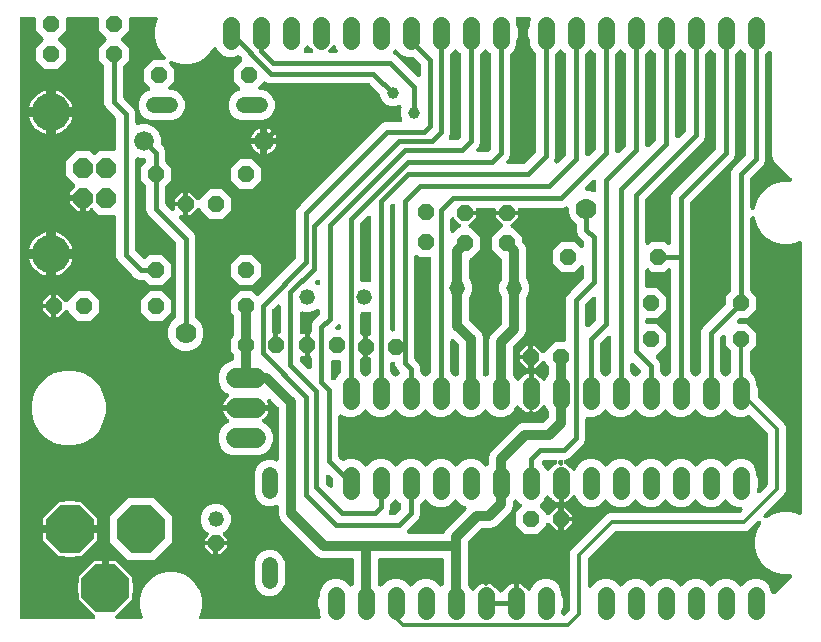
<source format=gbr>
G04 EAGLE Gerber RS-274X export*
G75*
%MOMM*%
%FSLAX34Y34*%
%LPD*%
%INBottom Copper*%
%IPPOS*%
%AMOC8*
5,1,8,0,0,1.08239X$1,22.5*%
G01*
%ADD10C,1.422400*%
%ADD11C,1.676400*%
%ADD12P,1.429621X8X22.500000*%
%ADD13P,1.429621X8X202.500000*%
%ADD14C,1.320800*%
%ADD15P,1.429621X8X292.500000*%
%ADD16C,1.676400*%
%ADD17P,1.429621X8X112.500000*%
%ADD18C,1.320800*%
%ADD19P,4.329560X8X202.500000*%
%ADD20P,4.329560X8X112.500000*%
%ADD21C,1.950000*%
%ADD22P,1.814519X8X292.500000*%
%ADD23C,3.216000*%
%ADD24C,0.406400*%
%ADD25C,0.355600*%
%ADD26C,0.304800*%
%ADD27C,1.000000*%
%ADD28C,1.778000*%
%ADD29C,0.812800*%

G36*
X73971Y11686D02*
X73971Y11686D01*
X73980Y11685D01*
X74173Y11706D01*
X74363Y11725D01*
X74371Y11727D01*
X74380Y11728D01*
X74564Y11786D01*
X74748Y11843D01*
X74755Y11847D01*
X74764Y11850D01*
X74932Y11942D01*
X75102Y12035D01*
X75108Y12040D01*
X75116Y12045D01*
X75263Y12169D01*
X75411Y12292D01*
X75416Y12299D01*
X75423Y12305D01*
X75543Y12457D01*
X75663Y12606D01*
X75667Y12614D01*
X75673Y12621D01*
X75761Y12794D01*
X75849Y12963D01*
X75851Y12972D01*
X75855Y12980D01*
X75907Y13166D01*
X75960Y13350D01*
X75961Y13359D01*
X75963Y13368D01*
X75977Y13561D01*
X75993Y13752D01*
X75992Y13760D01*
X75993Y13769D01*
X75968Y13962D01*
X75946Y14151D01*
X75943Y14160D01*
X75942Y14169D01*
X75881Y14352D01*
X75821Y14534D01*
X75817Y14542D01*
X75814Y14550D01*
X75718Y14717D01*
X75623Y14885D01*
X75618Y14892D01*
X75613Y14899D01*
X75398Y15152D01*
X61787Y28763D01*
X61787Y32308D01*
X61784Y32339D01*
X61786Y32371D01*
X61764Y32540D01*
X61747Y32709D01*
X61738Y32739D01*
X61734Y32770D01*
X61633Y33086D01*
X60861Y34948D01*
X60861Y41252D01*
X61633Y43114D01*
X61642Y43144D01*
X61656Y43172D01*
X61700Y43337D01*
X61749Y43500D01*
X61752Y43531D01*
X61760Y43561D01*
X61787Y43892D01*
X61787Y47437D01*
X74991Y60641D01*
X81079Y60641D01*
X81079Y54799D01*
X81081Y54777D01*
X81079Y54755D01*
X81101Y54577D01*
X81119Y54399D01*
X81125Y54377D01*
X81128Y54355D01*
X81184Y54186D01*
X81237Y54014D01*
X81247Y53994D01*
X81254Y53973D01*
X81343Y53818D01*
X81428Y53660D01*
X81443Y53643D01*
X81454Y53623D01*
X81572Y53488D01*
X81686Y53350D01*
X81704Y53336D01*
X81718Y53320D01*
X81860Y53210D01*
X82000Y53098D01*
X82020Y53088D01*
X82037Y53074D01*
X82333Y52923D01*
X83551Y52418D01*
X83576Y52410D01*
X83600Y52398D01*
X83769Y52352D01*
X83936Y52302D01*
X83963Y52299D01*
X83989Y52292D01*
X84163Y52280D01*
X84337Y52263D01*
X84364Y52266D01*
X84390Y52264D01*
X84564Y52287D01*
X84737Y52305D01*
X84763Y52313D01*
X84789Y52317D01*
X85105Y52418D01*
X86323Y52923D01*
X86343Y52933D01*
X86364Y52940D01*
X86520Y53028D01*
X86678Y53113D01*
X86695Y53127D01*
X86715Y53138D01*
X86850Y53255D01*
X86989Y53369D01*
X87003Y53387D01*
X87020Y53401D01*
X87129Y53542D01*
X87242Y53682D01*
X87253Y53702D01*
X87266Y53719D01*
X87346Y53879D01*
X87429Y54038D01*
X87436Y54060D01*
X87446Y54080D01*
X87492Y54253D01*
X87542Y54425D01*
X87544Y54447D01*
X87550Y54468D01*
X87577Y54799D01*
X87577Y60641D01*
X93665Y60641D01*
X106869Y47437D01*
X106869Y43892D01*
X106872Y43861D01*
X106870Y43829D01*
X106892Y43660D01*
X106909Y43491D01*
X106918Y43461D01*
X106922Y43430D01*
X107023Y43114D01*
X107795Y41252D01*
X107795Y34948D01*
X107023Y33086D01*
X107014Y33056D01*
X107000Y33028D01*
X106956Y32863D01*
X106907Y32700D01*
X106904Y32669D01*
X106896Y32639D01*
X106869Y32308D01*
X106869Y28763D01*
X93258Y15152D01*
X93252Y15145D01*
X93245Y15140D01*
X93125Y14990D01*
X93003Y14841D01*
X92998Y14833D01*
X92993Y14826D01*
X92904Y14656D01*
X92814Y14485D01*
X92811Y14476D01*
X92807Y14469D01*
X92754Y14284D01*
X92699Y14099D01*
X92698Y14090D01*
X92696Y14082D01*
X92680Y13890D01*
X92663Y13698D01*
X92664Y13689D01*
X92663Y13680D01*
X92685Y13491D01*
X92706Y13298D01*
X92709Y13289D01*
X92710Y13281D01*
X92769Y13099D01*
X92828Y12914D01*
X92832Y12906D01*
X92835Y12898D01*
X92930Y12729D01*
X93023Y12562D01*
X93028Y12555D01*
X93033Y12547D01*
X93159Y12401D01*
X93283Y12255D01*
X93290Y12249D01*
X93296Y12242D01*
X93447Y12125D01*
X93599Y12005D01*
X93607Y12001D01*
X93614Y11996D01*
X93786Y11910D01*
X93958Y11823D01*
X93966Y11820D01*
X93974Y11816D01*
X94161Y11766D01*
X94346Y11715D01*
X94355Y11714D01*
X94363Y11712D01*
X94694Y11685D01*
X113893Y11685D01*
X114038Y11699D01*
X114184Y11706D01*
X114238Y11719D01*
X114293Y11725D01*
X114433Y11767D01*
X114575Y11803D01*
X114625Y11827D01*
X114678Y11843D01*
X114807Y11912D01*
X114939Y11975D01*
X114983Y12008D01*
X115032Y12035D01*
X115144Y12128D01*
X115262Y12216D01*
X115299Y12257D01*
X115341Y12292D01*
X115433Y12406D01*
X115531Y12515D01*
X115559Y12563D01*
X115594Y12606D01*
X115661Y12736D01*
X115735Y12862D01*
X115754Y12914D01*
X115779Y12963D01*
X115820Y13104D01*
X115868Y13242D01*
X115875Y13297D01*
X115891Y13350D01*
X115903Y13496D01*
X115922Y13641D01*
X115919Y13696D01*
X115923Y13752D01*
X115906Y13896D01*
X115897Y14043D01*
X115883Y14096D01*
X115877Y14151D01*
X115831Y14290D01*
X115793Y14432D01*
X115767Y14489D01*
X115752Y14534D01*
X115711Y14607D01*
X115652Y14732D01*
X115322Y15302D01*
X113539Y21956D01*
X113539Y28844D01*
X115322Y35498D01*
X118766Y41463D01*
X123637Y46334D01*
X129602Y49778D01*
X136256Y51561D01*
X143144Y51561D01*
X149798Y49778D01*
X155763Y46334D01*
X160634Y41463D01*
X164078Y35498D01*
X165861Y28844D01*
X165861Y21956D01*
X164078Y15302D01*
X163748Y14732D01*
X163688Y14598D01*
X163621Y14469D01*
X163605Y14415D01*
X163583Y14365D01*
X163550Y14222D01*
X163509Y14082D01*
X163505Y14026D01*
X163492Y13972D01*
X163488Y13826D01*
X163477Y13680D01*
X163483Y13625D01*
X163481Y13570D01*
X163506Y13426D01*
X163523Y13281D01*
X163541Y13228D01*
X163550Y13173D01*
X163603Y13037D01*
X163648Y12898D01*
X163676Y12849D01*
X163696Y12798D01*
X163774Y12675D01*
X163846Y12547D01*
X163883Y12505D01*
X163912Y12458D01*
X164014Y12353D01*
X164109Y12242D01*
X164153Y12209D01*
X164192Y12169D01*
X164312Y12085D01*
X164427Y11996D01*
X164477Y11971D01*
X164523Y11939D01*
X164657Y11882D01*
X164788Y11816D01*
X164842Y11802D01*
X164892Y11780D01*
X165035Y11750D01*
X165177Y11712D01*
X165240Y11707D01*
X165286Y11697D01*
X165370Y11696D01*
X165507Y11685D01*
X264798Y11685D01*
X264812Y11686D01*
X264825Y11685D01*
X265011Y11706D01*
X265199Y11725D01*
X265212Y11729D01*
X265225Y11730D01*
X265403Y11787D01*
X265584Y11843D01*
X265596Y11849D01*
X265608Y11853D01*
X265772Y11945D01*
X265938Y12035D01*
X265948Y12043D01*
X265960Y12050D01*
X266104Y12173D01*
X266247Y12292D01*
X266255Y12303D01*
X266266Y12311D01*
X266382Y12460D01*
X266499Y12606D01*
X266505Y12618D01*
X266514Y12628D01*
X266599Y12798D01*
X266685Y12963D01*
X266688Y12976D01*
X266695Y12988D01*
X266744Y13170D01*
X266796Y13350D01*
X266797Y13364D01*
X266801Y13377D01*
X266814Y13563D01*
X266829Y13752D01*
X266828Y13765D01*
X266828Y13778D01*
X266804Y13965D01*
X266782Y14151D01*
X266778Y14164D01*
X266776Y14177D01*
X266675Y14493D01*
X266191Y15661D01*
X266191Y18574D01*
X266188Y18605D01*
X266190Y18636D01*
X266168Y18806D01*
X266151Y18975D01*
X266142Y19005D01*
X266138Y19036D01*
X266037Y19352D01*
X264739Y22484D01*
X264739Y28316D01*
X266037Y31448D01*
X266046Y31478D01*
X266060Y31506D01*
X266104Y31671D01*
X266153Y31834D01*
X266156Y31865D01*
X266164Y31895D01*
X266191Y32226D01*
X266191Y35139D01*
X268202Y39994D01*
X271918Y43710D01*
X276773Y45721D01*
X282027Y45721D01*
X286882Y43710D01*
X290664Y39928D01*
X290677Y39917D01*
X290689Y39903D01*
X290833Y39789D01*
X290975Y39673D01*
X290991Y39665D01*
X291005Y39654D01*
X291169Y39570D01*
X291331Y39485D01*
X291348Y39480D01*
X291364Y39471D01*
X291541Y39422D01*
X291717Y39370D01*
X291735Y39368D01*
X291752Y39363D01*
X291935Y39350D01*
X292118Y39333D01*
X292136Y39335D01*
X292153Y39334D01*
X292335Y39357D01*
X292518Y39377D01*
X292535Y39382D01*
X292553Y39384D01*
X292726Y39443D01*
X292902Y39498D01*
X292918Y39507D01*
X292934Y39513D01*
X293094Y39604D01*
X293254Y39693D01*
X293268Y39705D01*
X293283Y39714D01*
X293536Y39928D01*
X294044Y40436D01*
X294061Y40457D01*
X294082Y40474D01*
X294189Y40612D01*
X294299Y40748D01*
X294312Y40771D01*
X294328Y40793D01*
X294406Y40950D01*
X294488Y41104D01*
X294496Y41129D01*
X294508Y41153D01*
X294553Y41323D01*
X294603Y41489D01*
X294605Y41516D01*
X294612Y41542D01*
X294639Y41873D01*
X294639Y61468D01*
X294637Y61486D01*
X294639Y61504D01*
X294618Y61686D01*
X294599Y61869D01*
X294594Y61886D01*
X294592Y61903D01*
X294535Y62078D01*
X294481Y62254D01*
X294473Y62269D01*
X294467Y62286D01*
X294377Y62446D01*
X294289Y62608D01*
X294278Y62621D01*
X294269Y62637D01*
X294149Y62776D01*
X294032Y62917D01*
X294018Y62928D01*
X294006Y62942D01*
X293861Y63054D01*
X293718Y63169D01*
X293702Y63177D01*
X293688Y63188D01*
X293523Y63270D01*
X293361Y63355D01*
X293344Y63360D01*
X293328Y63368D01*
X293149Y63415D01*
X292974Y63466D01*
X292956Y63468D01*
X292939Y63472D01*
X292608Y63499D01*
X267219Y63499D01*
X263484Y65046D01*
X232686Y95844D01*
X231139Y99579D01*
X231139Y106765D01*
X231138Y106778D01*
X231139Y106792D01*
X231118Y106978D01*
X231099Y107165D01*
X231095Y107178D01*
X231094Y107192D01*
X231036Y107371D01*
X230981Y107550D01*
X230975Y107562D01*
X230971Y107575D01*
X230879Y107740D01*
X230789Y107904D01*
X230781Y107915D01*
X230774Y107926D01*
X230652Y108070D01*
X230532Y108214D01*
X230521Y108222D01*
X230513Y108232D01*
X230364Y108349D01*
X230218Y108466D01*
X230206Y108472D01*
X230196Y108480D01*
X230026Y108565D01*
X229861Y108652D01*
X229848Y108655D01*
X229836Y108661D01*
X229653Y108711D01*
X229474Y108763D01*
X229460Y108764D01*
X229447Y108768D01*
X229259Y108780D01*
X229072Y108796D01*
X229059Y108794D01*
X229046Y108795D01*
X228858Y108771D01*
X228673Y108749D01*
X228660Y108745D01*
X228647Y108743D01*
X228331Y108641D01*
X226046Y107695D01*
X220994Y107695D01*
X216326Y109629D01*
X212753Y113202D01*
X210819Y117870D01*
X210819Y136130D01*
X212753Y140798D01*
X216326Y144371D01*
X220994Y146305D01*
X226046Y146305D01*
X228331Y145359D01*
X228344Y145355D01*
X228355Y145348D01*
X228535Y145297D01*
X228716Y145242D01*
X228729Y145241D01*
X228742Y145237D01*
X228930Y145222D01*
X229117Y145204D01*
X229130Y145205D01*
X229144Y145204D01*
X229330Y145226D01*
X229517Y145246D01*
X229530Y145250D01*
X229543Y145251D01*
X229722Y145309D01*
X229902Y145365D01*
X229913Y145372D01*
X229926Y145376D01*
X230090Y145468D01*
X230255Y145559D01*
X230265Y145567D01*
X230277Y145574D01*
X230419Y145696D01*
X230563Y145818D01*
X230571Y145828D01*
X230582Y145837D01*
X230696Y145985D01*
X230814Y146133D01*
X230820Y146145D01*
X230828Y146155D01*
X230912Y146323D01*
X230998Y146491D01*
X231002Y146504D01*
X231008Y146516D01*
X231057Y146698D01*
X231108Y146878D01*
X231109Y146891D01*
X231112Y146904D01*
X231139Y147235D01*
X231139Y190200D01*
X231137Y190226D01*
X231139Y190253D01*
X231117Y190427D01*
X231099Y190601D01*
X231092Y190626D01*
X231088Y190653D01*
X231033Y190818D01*
X230981Y190985D01*
X230968Y191009D01*
X230960Y191034D01*
X230873Y191186D01*
X230789Y191339D01*
X230772Y191360D01*
X230759Y191383D01*
X230544Y191636D01*
X224765Y197415D01*
X224700Y197469D01*
X224641Y197529D01*
X224544Y197596D01*
X224454Y197671D01*
X224379Y197710D01*
X224310Y197758D01*
X224202Y197804D01*
X224098Y197859D01*
X224017Y197883D01*
X223940Y197916D01*
X223825Y197940D01*
X223712Y197974D01*
X223628Y197982D01*
X223545Y197999D01*
X223428Y198000D01*
X223311Y198010D01*
X223227Y198001D01*
X223143Y198002D01*
X223028Y197980D01*
X222911Y197967D01*
X222830Y197941D01*
X222748Y197925D01*
X222639Y197881D01*
X222527Y197845D01*
X222453Y197805D01*
X222375Y197773D01*
X222277Y197707D01*
X222175Y197651D01*
X222110Y197596D01*
X222040Y197549D01*
X221957Y197466D01*
X221868Y197390D01*
X221815Y197324D01*
X221756Y197264D01*
X221691Y197166D01*
X221618Y197074D01*
X221580Y196999D01*
X221533Y196929D01*
X221489Y196820D01*
X221436Y196715D01*
X221413Y196634D01*
X221381Y196556D01*
X221359Y196440D01*
X221328Y196327D01*
X221321Y196243D01*
X221306Y196160D01*
X221307Y196043D01*
X221298Y195926D01*
X221309Y195842D01*
X221310Y195758D01*
X221334Y195643D01*
X221349Y195526D01*
X221376Y195446D01*
X221393Y195364D01*
X221450Y195226D01*
X221477Y195145D01*
X221498Y195108D01*
X221519Y195057D01*
X221704Y194693D01*
X222159Y193293D01*
X203962Y193293D01*
X203944Y193291D01*
X203927Y193293D01*
X203744Y193272D01*
X203562Y193253D01*
X203545Y193248D01*
X203527Y193246D01*
X203352Y193189D01*
X203202Y193143D01*
X203190Y193149D01*
X203173Y193154D01*
X203157Y193162D01*
X202979Y193209D01*
X202804Y193260D01*
X202786Y193262D01*
X202769Y193266D01*
X202438Y193293D01*
X184241Y193293D01*
X184696Y194693D01*
X185476Y196225D01*
X186487Y197616D01*
X187702Y198831D01*
X188576Y199466D01*
X188705Y199581D01*
X188837Y199692D01*
X188855Y199715D01*
X188877Y199734D01*
X188981Y199872D01*
X189088Y200007D01*
X189102Y200033D01*
X189119Y200056D01*
X189194Y200212D01*
X189272Y200365D01*
X189280Y200393D01*
X189293Y200419D01*
X189335Y200587D01*
X189382Y200753D01*
X189384Y200781D01*
X189391Y200809D01*
X189400Y200982D01*
X189413Y201154D01*
X189410Y201183D01*
X189411Y201212D01*
X189385Y201383D01*
X189364Y201554D01*
X189355Y201581D01*
X189351Y201610D01*
X189292Y201773D01*
X189238Y201936D01*
X189224Y201961D01*
X189214Y201988D01*
X189124Y202136D01*
X189039Y202286D01*
X189020Y202307D01*
X189005Y202332D01*
X188887Y202459D01*
X188774Y202589D01*
X188751Y202607D01*
X188732Y202628D01*
X188592Y202729D01*
X188455Y202835D01*
X188426Y202849D01*
X188406Y202864D01*
X188328Y202900D01*
X188160Y202986D01*
X186616Y203626D01*
X182544Y207698D01*
X180339Y213020D01*
X180339Y218780D01*
X182544Y224102D01*
X186616Y228174D01*
X191785Y230316D01*
X191805Y230326D01*
X191826Y230333D01*
X191983Y230421D01*
X192140Y230506D01*
X192157Y230520D01*
X192177Y230531D01*
X192313Y230648D01*
X192451Y230762D01*
X192465Y230779D01*
X192482Y230794D01*
X192591Y230935D01*
X192704Y231075D01*
X192715Y231095D01*
X192728Y231112D01*
X192808Y231272D01*
X192891Y231431D01*
X192898Y231453D01*
X192908Y231473D01*
X192954Y231646D01*
X193004Y231818D01*
X193006Y231840D01*
X193012Y231861D01*
X193039Y232192D01*
X193039Y235198D01*
X193037Y235224D01*
X193039Y235251D01*
X193017Y235425D01*
X192999Y235598D01*
X192992Y235624D01*
X192988Y235651D01*
X192933Y235816D01*
X192881Y235983D01*
X192868Y236007D01*
X192860Y236032D01*
X192773Y236184D01*
X192689Y236337D01*
X192672Y236358D01*
X192659Y236381D01*
X192444Y236634D01*
X190499Y238579D01*
X190499Y249101D01*
X192444Y251046D01*
X192461Y251067D01*
X192482Y251084D01*
X192589Y251222D01*
X192699Y251357D01*
X192712Y251381D01*
X192728Y251402D01*
X192806Y251559D01*
X192888Y251713D01*
X192896Y251739D01*
X192908Y251763D01*
X192953Y251932D01*
X193003Y252099D01*
X193005Y252126D01*
X193012Y252151D01*
X193039Y252482D01*
X193039Y268218D01*
X193037Y268244D01*
X193039Y268271D01*
X193017Y268445D01*
X192999Y268618D01*
X192992Y268644D01*
X192988Y268671D01*
X192933Y268836D01*
X192881Y269003D01*
X192868Y269027D01*
X192860Y269052D01*
X192773Y269204D01*
X192689Y269357D01*
X192672Y269378D01*
X192659Y269401D01*
X192444Y269654D01*
X190499Y271599D01*
X190499Y282121D01*
X197939Y289561D01*
X208461Y289561D01*
X211914Y286107D01*
X211928Y286096D01*
X211939Y286083D01*
X212084Y285969D01*
X212226Y285852D01*
X212241Y285844D01*
X212255Y285833D01*
X212419Y285750D01*
X212581Y285664D01*
X212598Y285659D01*
X212614Y285651D01*
X212792Y285601D01*
X212967Y285549D01*
X212985Y285547D01*
X213002Y285543D01*
X213185Y285529D01*
X213368Y285513D01*
X213386Y285515D01*
X213404Y285513D01*
X213586Y285536D01*
X213768Y285556D01*
X213785Y285561D01*
X213803Y285564D01*
X213977Y285622D01*
X214152Y285677D01*
X214168Y285686D01*
X214185Y285692D01*
X214344Y285784D01*
X214505Y285872D01*
X214518Y285884D01*
X214534Y285893D01*
X214787Y286107D01*
X245276Y316597D01*
X245293Y316618D01*
X245314Y316635D01*
X245421Y316773D01*
X245531Y316909D01*
X245544Y316932D01*
X245560Y316953D01*
X245638Y317110D01*
X245720Y317264D01*
X245728Y317290D01*
X245740Y317314D01*
X245785Y317483D01*
X245835Y317650D01*
X245837Y317677D01*
X245844Y317703D01*
X245871Y318033D01*
X245871Y357217D01*
X247109Y360205D01*
X249681Y362777D01*
X315403Y428499D01*
X317975Y431071D01*
X320963Y432309D01*
X333861Y432309D01*
X333874Y432310D01*
X333887Y432309D01*
X334073Y432330D01*
X334261Y432349D01*
X334274Y432353D01*
X334287Y432354D01*
X334467Y432412D01*
X334646Y432467D01*
X334658Y432473D01*
X334671Y432477D01*
X334835Y432569D01*
X335000Y432659D01*
X335010Y432667D01*
X335022Y432674D01*
X335165Y432796D01*
X335309Y432916D01*
X335318Y432927D01*
X335328Y432935D01*
X335444Y433083D01*
X335562Y433230D01*
X335568Y433242D01*
X335576Y433252D01*
X335660Y433419D01*
X335747Y433587D01*
X335751Y433600D01*
X335757Y433612D01*
X335807Y433793D01*
X335859Y433974D01*
X335860Y433988D01*
X335863Y434001D01*
X335876Y434189D01*
X335892Y434376D01*
X335890Y434389D01*
X335891Y434402D01*
X335866Y434590D01*
X335845Y434775D01*
X335841Y434788D01*
X335839Y434801D01*
X335737Y435117D01*
X334343Y438483D01*
X334343Y442897D01*
X334997Y444475D01*
X334999Y444483D01*
X335003Y444491D01*
X335057Y444676D01*
X335113Y444860D01*
X335114Y444869D01*
X335116Y444878D01*
X335133Y445069D01*
X335151Y445261D01*
X335150Y445270D01*
X335151Y445279D01*
X335130Y445468D01*
X335110Y445661D01*
X335107Y445670D01*
X335106Y445679D01*
X335047Y445862D01*
X334990Y446046D01*
X334986Y446053D01*
X334983Y446062D01*
X334889Y446230D01*
X334797Y446399D01*
X334791Y446406D01*
X334786Y446414D01*
X334662Y446559D01*
X334537Y446707D01*
X334530Y446713D01*
X334525Y446719D01*
X334373Y446838D01*
X334223Y446958D01*
X334215Y446962D01*
X334208Y446968D01*
X334036Y447054D01*
X333864Y447142D01*
X333856Y447144D01*
X333848Y447148D01*
X333662Y447199D01*
X333477Y447252D01*
X333468Y447252D01*
X333459Y447255D01*
X333265Y447268D01*
X333076Y447283D01*
X333067Y447282D01*
X333058Y447282D01*
X332866Y447257D01*
X332676Y447234D01*
X332667Y447231D01*
X332659Y447230D01*
X332343Y447129D01*
X329867Y446103D01*
X325453Y446103D01*
X321374Y447793D01*
X318253Y450914D01*
X316563Y454993D01*
X316563Y455960D01*
X316561Y455986D01*
X316563Y456013D01*
X316541Y456187D01*
X316523Y456360D01*
X316516Y456386D01*
X316512Y456412D01*
X316457Y456578D01*
X316405Y456745D01*
X316392Y456769D01*
X316384Y456794D01*
X316297Y456946D01*
X316213Y457099D01*
X316196Y457120D01*
X316183Y457143D01*
X315968Y457396D01*
X308378Y464986D01*
X308357Y465003D01*
X308340Y465024D01*
X308202Y465131D01*
X308066Y465241D01*
X308043Y465254D01*
X308022Y465270D01*
X307865Y465348D01*
X307711Y465430D01*
X307685Y465438D01*
X307661Y465450D01*
X307492Y465495D01*
X307325Y465545D01*
X307298Y465547D01*
X307272Y465554D01*
X306942Y465581D01*
X223173Y465581D01*
X219951Y466916D01*
X219929Y466922D01*
X219910Y466933D01*
X219737Y466981D01*
X219565Y467032D01*
X219543Y467035D01*
X219522Y467041D01*
X219343Y467054D01*
X219165Y467071D01*
X219143Y467068D01*
X219120Y467070D01*
X218941Y467047D01*
X218764Y467029D01*
X218743Y467022D01*
X218721Y467020D01*
X218550Y466962D01*
X218380Y466909D01*
X218360Y466898D01*
X218339Y466891D01*
X218183Y466802D01*
X218027Y466716D01*
X218010Y466702D01*
X217990Y466690D01*
X217737Y466476D01*
X214470Y463208D01*
X214464Y463201D01*
X214457Y463196D01*
X214337Y463046D01*
X214215Y462897D01*
X214211Y462889D01*
X214205Y462882D01*
X214116Y462711D01*
X214026Y462541D01*
X214024Y462533D01*
X214019Y462525D01*
X213966Y462339D01*
X213911Y462155D01*
X213911Y462146D01*
X213908Y462138D01*
X213892Y461946D01*
X213875Y461754D01*
X213876Y461745D01*
X213875Y461736D01*
X213898Y461546D01*
X213918Y461354D01*
X213921Y461345D01*
X213922Y461337D01*
X213981Y461155D01*
X214040Y460970D01*
X214044Y460962D01*
X214047Y460954D01*
X214142Y460785D01*
X214235Y460618D01*
X214240Y460611D01*
X214245Y460603D01*
X214371Y460457D01*
X214495Y460311D01*
X214502Y460305D01*
X214508Y460298D01*
X214659Y460181D01*
X214811Y460061D01*
X214819Y460057D01*
X214826Y460052D01*
X214998Y459966D01*
X215170Y459879D01*
X215179Y459876D01*
X215187Y459872D01*
X215373Y459822D01*
X215558Y459771D01*
X215567Y459770D01*
X215575Y459768D01*
X215906Y459741D01*
X217410Y459741D01*
X222078Y457807D01*
X225651Y454234D01*
X227585Y449566D01*
X227585Y444514D01*
X225651Y439846D01*
X222078Y436273D01*
X217410Y434339D01*
X199150Y434339D01*
X194482Y436273D01*
X190909Y439846D01*
X188975Y444514D01*
X188975Y449566D01*
X190909Y454234D01*
X194482Y457807D01*
X197280Y458966D01*
X197292Y458973D01*
X197305Y458977D01*
X197469Y459068D01*
X197635Y459157D01*
X197645Y459165D01*
X197657Y459172D01*
X197800Y459293D01*
X197945Y459413D01*
X197954Y459423D01*
X197964Y459432D01*
X198081Y459580D01*
X198199Y459726D01*
X198205Y459737D01*
X198214Y459748D01*
X198299Y459916D01*
X198386Y460082D01*
X198390Y460095D01*
X198396Y460107D01*
X198447Y460289D01*
X198499Y460469D01*
X198500Y460482D01*
X198504Y460495D01*
X198518Y460683D01*
X198534Y460870D01*
X198532Y460883D01*
X198533Y460896D01*
X198510Y461085D01*
X198489Y461270D01*
X198485Y461282D01*
X198483Y461296D01*
X198423Y461474D01*
X198366Y461653D01*
X198359Y461665D01*
X198355Y461677D01*
X198261Y461841D01*
X198169Y462005D01*
X198161Y462015D01*
X198154Y462026D01*
X197939Y462279D01*
X193039Y467179D01*
X193039Y477701D01*
X199735Y484397D01*
X199746Y484410D01*
X199760Y484422D01*
X199874Y484566D01*
X199990Y484708D01*
X199998Y484724D01*
X200010Y484738D01*
X200093Y484902D01*
X200179Y485064D01*
X200184Y485081D01*
X200192Y485097D01*
X200241Y485274D01*
X200294Y485450D01*
X200295Y485467D01*
X200300Y485485D01*
X200313Y485668D01*
X200330Y485851D01*
X200328Y485868D01*
X200329Y485886D01*
X200306Y486068D01*
X200287Y486251D01*
X200281Y486268D01*
X200279Y486286D01*
X200221Y486459D01*
X200165Y486635D01*
X200156Y486650D01*
X200151Y486667D01*
X200059Y486827D01*
X199970Y486987D01*
X199959Y487001D01*
X199950Y487016D01*
X199735Y487269D01*
X198469Y488535D01*
X198452Y488549D01*
X198438Y488566D01*
X198296Y488676D01*
X198158Y488790D01*
X198138Y488800D01*
X198121Y488814D01*
X197960Y488895D01*
X197802Y488978D01*
X197781Y488985D01*
X197761Y488995D01*
X197588Y489042D01*
X197416Y489093D01*
X197394Y489095D01*
X197373Y489101D01*
X197194Y489113D01*
X197015Y489130D01*
X196993Y489127D01*
X196971Y489129D01*
X196793Y489106D01*
X196615Y489086D01*
X196594Y489080D01*
X196572Y489077D01*
X196256Y488975D01*
X193127Y487679D01*
X187873Y487679D01*
X183018Y489690D01*
X179302Y493406D01*
X178739Y494764D01*
X178703Y494833D01*
X178675Y494905D01*
X178608Y495010D01*
X178549Y495119D01*
X178500Y495179D01*
X178458Y495245D01*
X178372Y495334D01*
X178293Y495430D01*
X178232Y495479D01*
X178179Y495534D01*
X178077Y495605D01*
X177980Y495683D01*
X177911Y495719D01*
X177848Y495764D01*
X177734Y495813D01*
X177624Y495870D01*
X177549Y495892D01*
X177478Y495923D01*
X177357Y495949D01*
X177237Y495983D01*
X177160Y495990D01*
X177084Y496006D01*
X176960Y496007D01*
X176836Y496018D01*
X176759Y496009D01*
X176681Y496010D01*
X176559Y495987D01*
X176436Y495973D01*
X176362Y495949D01*
X176286Y495935D01*
X176171Y495888D01*
X176053Y495850D01*
X175985Y495812D01*
X175913Y495782D01*
X175810Y495714D01*
X175701Y495653D01*
X175642Y495603D01*
X175578Y495560D01*
X175490Y495472D01*
X175395Y495392D01*
X175348Y495330D01*
X175293Y495275D01*
X175201Y495143D01*
X175147Y495075D01*
X175131Y495042D01*
X175104Y495003D01*
X173334Y491937D01*
X168463Y487066D01*
X162498Y483622D01*
X155844Y481839D01*
X148956Y481839D01*
X142302Y483622D01*
X141508Y484080D01*
X141383Y484137D01*
X141262Y484201D01*
X141200Y484220D01*
X141141Y484246D01*
X141008Y484277D01*
X140876Y484316D01*
X140812Y484322D01*
X140749Y484336D01*
X140612Y484340D01*
X140475Y484353D01*
X140411Y484346D01*
X140347Y484347D01*
X140211Y484324D01*
X140075Y484309D01*
X140013Y484290D01*
X139950Y484279D01*
X139822Y484229D01*
X139691Y484188D01*
X139635Y484157D01*
X139574Y484133D01*
X139459Y484059D01*
X139338Y483993D01*
X139289Y483951D01*
X139235Y483917D01*
X139136Y483821D01*
X139032Y483732D01*
X138992Y483682D01*
X138945Y483637D01*
X138867Y483524D01*
X138782Y483416D01*
X138753Y483359D01*
X138716Y483306D01*
X138662Y483180D01*
X138600Y483057D01*
X138582Y482996D01*
X138557Y482936D01*
X138528Y482802D01*
X138492Y482670D01*
X138487Y482605D01*
X138474Y482542D01*
X138472Y482405D01*
X138462Y482268D01*
X138470Y482204D01*
X138470Y482140D01*
X138495Y482005D01*
X138513Y481869D01*
X138533Y481808D01*
X138545Y481744D01*
X138597Y481617D01*
X138641Y481487D01*
X138673Y481431D01*
X138697Y481372D01*
X138773Y481257D01*
X138842Y481138D01*
X138890Y481082D01*
X138920Y481036D01*
X138976Y480980D01*
X139056Y480885D01*
X142241Y477701D01*
X142241Y467179D01*
X138270Y463208D01*
X138264Y463201D01*
X138257Y463196D01*
X138137Y463046D01*
X138015Y462897D01*
X138011Y462889D01*
X138005Y462882D01*
X137916Y462712D01*
X137826Y462541D01*
X137824Y462532D01*
X137819Y462525D01*
X137766Y462340D01*
X137711Y462155D01*
X137711Y462146D01*
X137708Y462138D01*
X137692Y461946D01*
X137675Y461754D01*
X137676Y461745D01*
X137675Y461736D01*
X137698Y461546D01*
X137718Y461354D01*
X137721Y461345D01*
X137722Y461337D01*
X137781Y461155D01*
X137840Y460970D01*
X137844Y460962D01*
X137847Y460954D01*
X137942Y460785D01*
X138035Y460618D01*
X138040Y460611D01*
X138045Y460603D01*
X138171Y460457D01*
X138295Y460311D01*
X138302Y460305D01*
X138308Y460298D01*
X138459Y460181D01*
X138611Y460061D01*
X138619Y460057D01*
X138626Y460052D01*
X138798Y459966D01*
X138970Y459879D01*
X138979Y459876D01*
X138987Y459872D01*
X139173Y459822D01*
X139358Y459771D01*
X139367Y459770D01*
X139375Y459768D01*
X139706Y459741D01*
X141210Y459741D01*
X145878Y457807D01*
X149451Y454234D01*
X151385Y449566D01*
X151385Y444514D01*
X149451Y439846D01*
X145878Y436273D01*
X141210Y434339D01*
X122950Y434339D01*
X118282Y436273D01*
X114709Y439846D01*
X112775Y444514D01*
X112775Y449566D01*
X114709Y454234D01*
X118282Y457807D01*
X121080Y458966D01*
X121092Y458973D01*
X121105Y458977D01*
X121269Y459068D01*
X121435Y459157D01*
X121445Y459165D01*
X121457Y459172D01*
X121600Y459293D01*
X121745Y459413D01*
X121754Y459423D01*
X121764Y459432D01*
X121881Y459580D01*
X121999Y459726D01*
X122005Y459737D01*
X122014Y459748D01*
X122099Y459916D01*
X122186Y460082D01*
X122190Y460095D01*
X122196Y460107D01*
X122247Y460289D01*
X122299Y460469D01*
X122300Y460482D01*
X122304Y460495D01*
X122318Y460683D01*
X122334Y460870D01*
X122332Y460883D01*
X122333Y460896D01*
X122310Y461085D01*
X122289Y461270D01*
X122285Y461282D01*
X122283Y461296D01*
X122223Y461474D01*
X122166Y461653D01*
X122159Y461665D01*
X122155Y461677D01*
X122061Y461841D01*
X121969Y462005D01*
X121961Y462015D01*
X121954Y462026D01*
X121739Y462279D01*
X116839Y467179D01*
X116839Y477701D01*
X124279Y485141D01*
X133359Y485141D01*
X133367Y485142D01*
X133376Y485141D01*
X133568Y485162D01*
X133759Y485181D01*
X133768Y485183D01*
X133777Y485184D01*
X133959Y485242D01*
X134144Y485299D01*
X134152Y485303D01*
X134160Y485306D01*
X134329Y485399D01*
X134498Y485491D01*
X134505Y485496D01*
X134513Y485501D01*
X134660Y485625D01*
X134807Y485748D01*
X134813Y485755D01*
X134820Y485761D01*
X134939Y485912D01*
X135060Y486062D01*
X135064Y486070D01*
X135069Y486077D01*
X135157Y486250D01*
X135245Y486419D01*
X135248Y486428D01*
X135252Y486436D01*
X135304Y486622D01*
X135357Y486806D01*
X135357Y486815D01*
X135360Y486824D01*
X135374Y487016D01*
X135389Y487208D01*
X135388Y487216D01*
X135389Y487225D01*
X135365Y487416D01*
X135343Y487607D01*
X135340Y487616D01*
X135339Y487625D01*
X135277Y487808D01*
X135218Y487990D01*
X135213Y487998D01*
X135210Y488006D01*
X135114Y488173D01*
X135020Y488341D01*
X135014Y488348D01*
X135010Y488355D01*
X134795Y488608D01*
X131466Y491937D01*
X128022Y497902D01*
X126239Y504556D01*
X126239Y511444D01*
X128022Y518098D01*
X128352Y518668D01*
X128412Y518802D01*
X128479Y518931D01*
X128495Y518985D01*
X128517Y519035D01*
X128550Y519178D01*
X128591Y519318D01*
X128595Y519374D01*
X128608Y519428D01*
X128612Y519574D01*
X128623Y519720D01*
X128617Y519775D01*
X128619Y519830D01*
X128594Y519974D01*
X128577Y520119D01*
X128559Y520172D01*
X128550Y520227D01*
X128497Y520363D01*
X128452Y520502D01*
X128424Y520551D01*
X128404Y520602D01*
X128326Y520725D01*
X128254Y520853D01*
X128217Y520895D01*
X128188Y520942D01*
X128086Y521047D01*
X127991Y521158D01*
X127947Y521191D01*
X127908Y521231D01*
X127788Y521315D01*
X127673Y521404D01*
X127623Y521429D01*
X127577Y521461D01*
X127443Y521518D01*
X127312Y521584D01*
X127258Y521598D01*
X127208Y521620D01*
X127065Y521650D01*
X126923Y521688D01*
X126860Y521693D01*
X126814Y521703D01*
X126730Y521704D01*
X126593Y521715D01*
X106172Y521715D01*
X106154Y521713D01*
X106136Y521715D01*
X105954Y521694D01*
X105771Y521675D01*
X105754Y521670D01*
X105737Y521668D01*
X105562Y521611D01*
X105386Y521557D01*
X105371Y521549D01*
X105354Y521543D01*
X105194Y521453D01*
X105032Y521365D01*
X105019Y521354D01*
X105003Y521345D01*
X104864Y521225D01*
X104723Y521108D01*
X104712Y521094D01*
X104698Y521082D01*
X104586Y520937D01*
X104471Y520794D01*
X104463Y520778D01*
X104452Y520764D01*
X104370Y520599D01*
X104285Y520437D01*
X104280Y520420D01*
X104272Y520404D01*
X104225Y520225D01*
X104174Y520050D01*
X104172Y520032D01*
X104168Y520015D01*
X104141Y519684D01*
X104141Y510359D01*
X98138Y504356D01*
X98127Y504343D01*
X98113Y504331D01*
X97999Y504187D01*
X97883Y504045D01*
X97874Y504029D01*
X97863Y504015D01*
X97780Y503851D01*
X97694Y503689D01*
X97689Y503672D01*
X97681Y503656D01*
X97632Y503479D01*
X97579Y503303D01*
X97578Y503285D01*
X97573Y503268D01*
X97560Y503085D01*
X97543Y502902D01*
X97545Y502884D01*
X97544Y502867D01*
X97567Y502685D01*
X97586Y502502D01*
X97592Y502485D01*
X97594Y502467D01*
X97652Y502294D01*
X97708Y502118D01*
X97717Y502102D01*
X97722Y502086D01*
X97814Y501926D01*
X97903Y501766D01*
X97914Y501752D01*
X97923Y501737D01*
X98138Y501484D01*
X104141Y495481D01*
X104141Y484959D01*
X100164Y480982D01*
X100147Y480961D01*
X100126Y480944D01*
X100019Y480806D01*
X99909Y480671D01*
X99896Y480647D01*
X99880Y480626D01*
X99802Y480469D01*
X99720Y480315D01*
X99712Y480289D01*
X99700Y480265D01*
X99655Y480096D01*
X99605Y479929D01*
X99603Y479902D01*
X99596Y479877D01*
X99569Y479546D01*
X99569Y453788D01*
X99571Y453762D01*
X99569Y453735D01*
X99591Y453561D01*
X99609Y453388D01*
X99616Y453362D01*
X99620Y453336D01*
X99675Y453170D01*
X99727Y453003D01*
X99740Y452979D01*
X99748Y452954D01*
X99835Y452802D01*
X99919Y452649D01*
X99936Y452628D01*
X99949Y452605D01*
X100164Y452352D01*
X108491Y444025D01*
X109729Y441037D01*
X109729Y432326D01*
X109730Y432313D01*
X109729Y432299D01*
X109750Y432113D01*
X109769Y431925D01*
X109773Y431913D01*
X109774Y431899D01*
X109831Y431721D01*
X109887Y431541D01*
X109893Y431529D01*
X109897Y431516D01*
X109989Y431352D01*
X110079Y431186D01*
X110087Y431176D01*
X110094Y431164D01*
X110217Y431021D01*
X110336Y430877D01*
X110347Y430869D01*
X110355Y430859D01*
X110504Y430742D01*
X110650Y430625D01*
X110662Y430619D01*
X110672Y430610D01*
X110842Y430525D01*
X111007Y430439D01*
X111020Y430436D01*
X111032Y430430D01*
X111214Y430380D01*
X111394Y430328D01*
X111408Y430327D01*
X111421Y430323D01*
X111607Y430311D01*
X111796Y430295D01*
X111809Y430297D01*
X111822Y430296D01*
X112009Y430320D01*
X112195Y430342D01*
X112208Y430346D01*
X112221Y430348D01*
X112537Y430449D01*
X113960Y431039D01*
X119720Y431039D01*
X125042Y428834D01*
X129114Y424762D01*
X131319Y419440D01*
X131319Y414418D01*
X131321Y414392D01*
X131319Y414365D01*
X131341Y414191D01*
X131359Y414018D01*
X131366Y413992D01*
X131370Y413966D01*
X131426Y413800D01*
X131477Y413633D01*
X131490Y413609D01*
X131498Y413584D01*
X131585Y413432D01*
X131669Y413279D01*
X131686Y413258D01*
X131699Y413235D01*
X131914Y412982D01*
X133891Y411005D01*
X135129Y408017D01*
X135129Y399294D01*
X135131Y399268D01*
X135129Y399241D01*
X135151Y399067D01*
X135169Y398894D01*
X135176Y398868D01*
X135180Y398841D01*
X135236Y398676D01*
X135287Y398509D01*
X135300Y398485D01*
X135308Y398460D01*
X135395Y398308D01*
X135479Y398155D01*
X135496Y398134D01*
X135509Y398111D01*
X135724Y397858D01*
X139701Y393881D01*
X139701Y383359D01*
X135724Y379382D01*
X135707Y379361D01*
X135686Y379344D01*
X135579Y379206D01*
X135469Y379071D01*
X135456Y379047D01*
X135440Y379026D01*
X135362Y378869D01*
X135280Y378715D01*
X135272Y378689D01*
X135260Y378665D01*
X135215Y378496D01*
X135165Y378329D01*
X135163Y378302D01*
X135156Y378277D01*
X135129Y377946D01*
X135129Y363618D01*
X135131Y363592D01*
X135129Y363565D01*
X135151Y363391D01*
X135169Y363218D01*
X135176Y363192D01*
X135180Y363166D01*
X135235Y363000D01*
X135287Y362833D01*
X135300Y362809D01*
X135308Y362784D01*
X135395Y362633D01*
X135479Y362479D01*
X135496Y362458D01*
X135509Y362435D01*
X135724Y362182D01*
X139788Y358118D01*
X139795Y358112D01*
X139800Y358106D01*
X139950Y357985D01*
X140099Y357863D01*
X140107Y357859D01*
X140114Y357853D01*
X140284Y357765D01*
X140455Y357674D01*
X140464Y357672D01*
X140471Y357668D01*
X140656Y357615D01*
X140841Y357560D01*
X140850Y357559D01*
X140858Y357556D01*
X141050Y357541D01*
X141242Y357523D01*
X141251Y357524D01*
X141260Y357523D01*
X141449Y357546D01*
X141642Y357567D01*
X141651Y357569D01*
X141659Y357570D01*
X141841Y357630D01*
X142026Y357688D01*
X142034Y357692D01*
X142042Y357695D01*
X142211Y357790D01*
X142378Y357883D01*
X142385Y357889D01*
X142393Y357893D01*
X142539Y358019D01*
X142685Y358143D01*
X142691Y358150D01*
X142698Y358156D01*
X142815Y358308D01*
X142935Y358459D01*
X142939Y358467D01*
X142944Y358474D01*
X143030Y358646D01*
X143117Y358818D01*
X143120Y358827D01*
X143124Y358835D01*
X143174Y359021D01*
X143225Y359206D01*
X143226Y359215D01*
X143228Y359224D01*
X143255Y359554D01*
X143255Y361189D01*
X150369Y361189D01*
X150369Y354075D01*
X148734Y354075D01*
X148726Y354074D01*
X148717Y354075D01*
X148523Y354054D01*
X148334Y354035D01*
X148325Y354033D01*
X148316Y354032D01*
X148133Y353974D01*
X147949Y353917D01*
X147941Y353913D01*
X147932Y353910D01*
X147765Y353818D01*
X147595Y353725D01*
X147588Y353720D01*
X147580Y353715D01*
X147433Y353591D01*
X147286Y353468D01*
X147280Y353461D01*
X147273Y353455D01*
X147153Y353303D01*
X147033Y353154D01*
X147029Y353146D01*
X147024Y353139D01*
X146935Y352965D01*
X146848Y352797D01*
X146845Y352788D01*
X146841Y352780D01*
X146789Y352594D01*
X146736Y352410D01*
X146736Y352401D01*
X146733Y352392D01*
X146719Y352199D01*
X146703Y352008D01*
X146704Y352000D01*
X146704Y351991D01*
X146728Y351798D01*
X146750Y351609D01*
X146753Y351600D01*
X146754Y351591D01*
X146816Y351408D01*
X146875Y351226D01*
X146880Y351218D01*
X146882Y351210D01*
X146979Y351043D01*
X147073Y350875D01*
X147079Y350868D01*
X147083Y350861D01*
X147298Y350608D01*
X159291Y338615D01*
X160529Y335627D01*
X160529Y267907D01*
X160531Y267881D01*
X160529Y267854D01*
X160551Y267680D01*
X160569Y267506D01*
X160576Y267481D01*
X160580Y267454D01*
X160635Y267289D01*
X160687Y267122D01*
X160700Y267098D01*
X160708Y267073D01*
X160795Y266921D01*
X160879Y266768D01*
X160896Y266747D01*
X160909Y266724D01*
X161124Y266471D01*
X165105Y262489D01*
X167387Y256981D01*
X167387Y251019D01*
X165105Y245511D01*
X160889Y241295D01*
X155381Y239013D01*
X149419Y239013D01*
X143911Y241295D01*
X139695Y245511D01*
X137413Y251019D01*
X137413Y256981D01*
X139695Y262489D01*
X143676Y266471D01*
X143693Y266491D01*
X143714Y266509D01*
X143821Y266647D01*
X143931Y266782D01*
X143944Y266806D01*
X143960Y266827D01*
X144038Y266984D01*
X144120Y267138D01*
X144128Y267163D01*
X144140Y267188D01*
X144185Y267357D01*
X144235Y267524D01*
X144237Y267550D01*
X144244Y267576D01*
X144271Y267907D01*
X144271Y329802D01*
X144269Y329828D01*
X144271Y329855D01*
X144249Y330029D01*
X144231Y330202D01*
X144224Y330228D01*
X144220Y330254D01*
X144165Y330420D01*
X144113Y330587D01*
X144100Y330611D01*
X144092Y330636D01*
X144005Y330788D01*
X143921Y330941D01*
X143904Y330962D01*
X143891Y330985D01*
X143676Y331238D01*
X120109Y354805D01*
X118871Y357793D01*
X118871Y377946D01*
X118869Y377972D01*
X118871Y377999D01*
X118849Y378172D01*
X118831Y378346D01*
X118824Y378372D01*
X118820Y378399D01*
X118764Y378564D01*
X118713Y378731D01*
X118700Y378755D01*
X118692Y378780D01*
X118605Y378932D01*
X118521Y379085D01*
X118504Y379106D01*
X118491Y379129D01*
X118276Y379382D01*
X114299Y383359D01*
X114299Y393881D01*
X118276Y397858D01*
X118293Y397879D01*
X118314Y397896D01*
X118421Y398034D01*
X118531Y398169D01*
X118544Y398193D01*
X118560Y398214D01*
X118638Y398371D01*
X118720Y398525D01*
X118728Y398551D01*
X118740Y398575D01*
X118785Y398744D01*
X118835Y398911D01*
X118837Y398938D01*
X118844Y398963D01*
X118871Y399294D01*
X118871Y400050D01*
X118869Y400068D01*
X118871Y400086D01*
X118850Y400268D01*
X118831Y400451D01*
X118826Y400468D01*
X118824Y400485D01*
X118767Y400660D01*
X118713Y400836D01*
X118705Y400851D01*
X118699Y400868D01*
X118609Y401028D01*
X118521Y401190D01*
X118510Y401203D01*
X118501Y401219D01*
X118381Y401358D01*
X118264Y401499D01*
X118250Y401510D01*
X118238Y401524D01*
X118093Y401636D01*
X117950Y401751D01*
X117934Y401759D01*
X117920Y401770D01*
X117755Y401852D01*
X117593Y401937D01*
X117576Y401942D01*
X117560Y401950D01*
X117381Y401997D01*
X117206Y402048D01*
X117188Y402050D01*
X117171Y402054D01*
X116840Y402081D01*
X113960Y402081D01*
X112537Y402671D01*
X112524Y402674D01*
X112513Y402681D01*
X112332Y402733D01*
X112152Y402787D01*
X112139Y402788D01*
X112126Y402792D01*
X111937Y402807D01*
X111751Y402825D01*
X111738Y402824D01*
X111724Y402825D01*
X111538Y402803D01*
X111351Y402784D01*
X111338Y402780D01*
X111325Y402778D01*
X111145Y402720D01*
X110966Y402664D01*
X110955Y402657D01*
X110942Y402653D01*
X110777Y402560D01*
X110613Y402470D01*
X110603Y402462D01*
X110591Y402455D01*
X110449Y402332D01*
X110305Y402211D01*
X110297Y402201D01*
X110286Y402192D01*
X110172Y402044D01*
X110054Y401896D01*
X110048Y401884D01*
X110040Y401874D01*
X109956Y401706D01*
X109870Y401538D01*
X109866Y401526D01*
X109860Y401513D01*
X109811Y401330D01*
X109760Y401151D01*
X109759Y401138D01*
X109756Y401125D01*
X109729Y400794D01*
X109729Y324248D01*
X109731Y324222D01*
X109729Y324195D01*
X109751Y324021D01*
X109769Y323848D01*
X109776Y323822D01*
X109780Y323796D01*
X109835Y323630D01*
X109887Y323463D01*
X109900Y323439D01*
X109908Y323414D01*
X109995Y323262D01*
X110079Y323109D01*
X110096Y323088D01*
X110109Y323065D01*
X110324Y322812D01*
X115981Y317155D01*
X115995Y317144D01*
X116006Y317130D01*
X116150Y317016D01*
X116292Y316900D01*
X116308Y316892D01*
X116322Y316880D01*
X116487Y316797D01*
X116648Y316711D01*
X116665Y316706D01*
X116681Y316698D01*
X116859Y316649D01*
X117034Y316596D01*
X117052Y316595D01*
X117069Y316590D01*
X117252Y316577D01*
X117435Y316560D01*
X117453Y316562D01*
X117470Y316561D01*
X117652Y316584D01*
X117835Y316603D01*
X117852Y316609D01*
X117870Y316611D01*
X118043Y316669D01*
X118219Y316725D01*
X118235Y316734D01*
X118252Y316739D01*
X118411Y316831D01*
X118571Y316920D01*
X118585Y316931D01*
X118600Y316940D01*
X118853Y317155D01*
X121739Y320041D01*
X132261Y320041D01*
X139701Y312601D01*
X139701Y302079D01*
X132261Y294639D01*
X121739Y294639D01*
X117762Y298616D01*
X117741Y298633D01*
X117724Y298654D01*
X117586Y298761D01*
X117451Y298871D01*
X117427Y298884D01*
X117406Y298900D01*
X117249Y298978D01*
X117095Y299060D01*
X117069Y299068D01*
X117045Y299080D01*
X116876Y299125D01*
X116709Y299175D01*
X116682Y299177D01*
X116657Y299184D01*
X116326Y299211D01*
X112683Y299211D01*
X109695Y300449D01*
X107123Y303021D01*
X97281Y312863D01*
X94709Y315435D01*
X93471Y318423D01*
X93471Y351990D01*
X93469Y352008D01*
X93471Y352026D01*
X93450Y352208D01*
X93431Y352391D01*
X93426Y352408D01*
X93424Y352425D01*
X93367Y352600D01*
X93313Y352776D01*
X93305Y352791D01*
X93299Y352808D01*
X93209Y352968D01*
X93121Y353130D01*
X93110Y353143D01*
X93101Y353159D01*
X92981Y353298D01*
X92864Y353439D01*
X92850Y353450D01*
X92838Y353464D01*
X92693Y353576D01*
X92550Y353691D01*
X92534Y353699D01*
X92520Y353710D01*
X92355Y353792D01*
X92193Y353877D01*
X92176Y353882D01*
X92160Y353890D01*
X91981Y353937D01*
X91806Y353988D01*
X91788Y353990D01*
X91771Y353994D01*
X91440Y354021D01*
X79203Y354021D01*
X74122Y359102D01*
X74108Y359113D01*
X74097Y359127D01*
X73952Y359241D01*
X73810Y359357D01*
X73795Y359366D01*
X73781Y359377D01*
X73617Y359460D01*
X73455Y359546D01*
X73438Y359551D01*
X73422Y359559D01*
X73244Y359608D01*
X73069Y359661D01*
X73051Y359662D01*
X73034Y359667D01*
X72851Y359680D01*
X72668Y359697D01*
X72650Y359695D01*
X72632Y359696D01*
X72450Y359673D01*
X72268Y359654D01*
X72250Y359648D01*
X72233Y359646D01*
X72059Y359588D01*
X71884Y359532D01*
X71868Y359523D01*
X71851Y359518D01*
X71692Y359426D01*
X71531Y359337D01*
X71518Y359326D01*
X71502Y359317D01*
X71249Y359102D01*
X69724Y357577D01*
X67574Y357577D01*
X67574Y368157D01*
X67572Y368175D01*
X67574Y368192D01*
X67553Y368375D01*
X67534Y368557D01*
X67529Y368574D01*
X67527Y368592D01*
X67470Y368767D01*
X67416Y368942D01*
X67408Y368958D01*
X67402Y368975D01*
X67312Y369135D01*
X67224Y369296D01*
X67213Y369310D01*
X67204Y369326D01*
X67084Y369465D01*
X66967Y369606D01*
X66953Y369617D01*
X66941Y369630D01*
X66797Y369742D01*
X66653Y369858D01*
X66637Y369866D01*
X66623Y369877D01*
X66585Y369896D01*
X66538Y369983D01*
X66527Y369996D01*
X66518Y370012D01*
X66398Y370151D01*
X66280Y370292D01*
X66267Y370303D01*
X66255Y370317D01*
X66110Y370429D01*
X65967Y370544D01*
X65951Y370552D01*
X65937Y370563D01*
X65772Y370645D01*
X65609Y370730D01*
X65592Y370735D01*
X65576Y370743D01*
X65398Y370790D01*
X65223Y370841D01*
X65205Y370843D01*
X65188Y370847D01*
X64857Y370874D01*
X54277Y370874D01*
X54277Y373024D01*
X58302Y377049D01*
X58313Y377063D01*
X58327Y377075D01*
X58441Y377219D01*
X58557Y377361D01*
X58566Y377376D01*
X58577Y377391D01*
X58660Y377555D01*
X58746Y377716D01*
X58751Y377733D01*
X58759Y377749D01*
X58808Y377927D01*
X58861Y378102D01*
X58862Y378120D01*
X58867Y378137D01*
X58880Y378321D01*
X58897Y378503D01*
X58895Y378521D01*
X58896Y378539D01*
X58873Y378721D01*
X58854Y378904D01*
X58848Y378921D01*
X58846Y378938D01*
X58788Y379112D01*
X58732Y379287D01*
X58723Y379303D01*
X58718Y379320D01*
X58626Y379479D01*
X58537Y379640D01*
X58526Y379653D01*
X58517Y379669D01*
X58302Y379922D01*
X50721Y387503D01*
X50721Y399497D01*
X59203Y407979D01*
X71197Y407979D01*
X73764Y405412D01*
X73778Y405401D01*
X73789Y405387D01*
X73933Y405274D01*
X74075Y405157D01*
X74091Y405149D01*
X74105Y405138D01*
X74269Y405054D01*
X74431Y404969D01*
X74448Y404964D01*
X74464Y404955D01*
X74641Y404906D01*
X74817Y404854D01*
X74835Y404852D01*
X74852Y404847D01*
X75035Y404834D01*
X75218Y404817D01*
X75236Y404819D01*
X75253Y404818D01*
X75435Y404841D01*
X75618Y404861D01*
X75635Y404866D01*
X75653Y404868D01*
X75827Y404927D01*
X76002Y404982D01*
X76018Y404991D01*
X76034Y404997D01*
X76194Y405089D01*
X76354Y405177D01*
X76368Y405189D01*
X76383Y405198D01*
X76636Y405412D01*
X79203Y407979D01*
X91440Y407979D01*
X91458Y407981D01*
X91476Y407979D01*
X91658Y408000D01*
X91841Y408019D01*
X91858Y408024D01*
X91875Y408026D01*
X92050Y408083D01*
X92226Y408137D01*
X92241Y408145D01*
X92258Y408151D01*
X92418Y408241D01*
X92580Y408329D01*
X92593Y408340D01*
X92609Y408349D01*
X92748Y408469D01*
X92889Y408586D01*
X92900Y408600D01*
X92914Y408612D01*
X93026Y408757D01*
X93141Y408900D01*
X93149Y408916D01*
X93160Y408930D01*
X93242Y409095D01*
X93327Y409257D01*
X93332Y409274D01*
X93340Y409290D01*
X93387Y409469D01*
X93438Y409644D01*
X93440Y409662D01*
X93444Y409679D01*
X93471Y410010D01*
X93471Y435212D01*
X93469Y435238D01*
X93471Y435265D01*
X93449Y435439D01*
X93431Y435612D01*
X93424Y435638D01*
X93420Y435664D01*
X93365Y435830D01*
X93313Y435997D01*
X93300Y436021D01*
X93292Y436046D01*
X93205Y436197D01*
X93121Y436351D01*
X93104Y436372D01*
X93091Y436395D01*
X92876Y436648D01*
X87121Y442403D01*
X84549Y444975D01*
X83311Y447963D01*
X83311Y479546D01*
X83309Y479572D01*
X83311Y479599D01*
X83289Y479772D01*
X83271Y479946D01*
X83264Y479972D01*
X83260Y479999D01*
X83205Y480164D01*
X83153Y480331D01*
X83140Y480355D01*
X83132Y480380D01*
X83045Y480532D01*
X82961Y480685D01*
X82944Y480706D01*
X82931Y480729D01*
X82716Y480982D01*
X78739Y484959D01*
X78739Y495481D01*
X84742Y501484D01*
X84754Y501498D01*
X84767Y501509D01*
X84881Y501653D01*
X84997Y501795D01*
X85006Y501811D01*
X85017Y501825D01*
X85100Y501989D01*
X85186Y502151D01*
X85191Y502168D01*
X85199Y502184D01*
X85248Y502361D01*
X85301Y502537D01*
X85302Y502555D01*
X85307Y502572D01*
X85320Y502755D01*
X85337Y502938D01*
X85335Y502956D01*
X85336Y502973D01*
X85313Y503155D01*
X85294Y503338D01*
X85288Y503355D01*
X85286Y503373D01*
X85228Y503547D01*
X85172Y503722D01*
X85163Y503738D01*
X85158Y503754D01*
X85066Y503914D01*
X84977Y504074D01*
X84966Y504088D01*
X84957Y504103D01*
X84742Y504356D01*
X78739Y510359D01*
X78739Y519684D01*
X78737Y519702D01*
X78739Y519720D01*
X78718Y519902D01*
X78699Y520085D01*
X78694Y520102D01*
X78692Y520119D01*
X78635Y520294D01*
X78581Y520470D01*
X78573Y520485D01*
X78567Y520502D01*
X78477Y520662D01*
X78389Y520824D01*
X78378Y520837D01*
X78369Y520853D01*
X78249Y520992D01*
X78132Y521133D01*
X78118Y521144D01*
X78106Y521158D01*
X77961Y521270D01*
X77818Y521385D01*
X77802Y521393D01*
X77788Y521404D01*
X77623Y521486D01*
X77461Y521571D01*
X77444Y521576D01*
X77428Y521584D01*
X77249Y521631D01*
X77074Y521682D01*
X77056Y521684D01*
X77039Y521688D01*
X76708Y521715D01*
X52832Y521715D01*
X52814Y521713D01*
X52796Y521715D01*
X52614Y521694D01*
X52431Y521675D01*
X52414Y521670D01*
X52397Y521668D01*
X52222Y521611D01*
X52046Y521557D01*
X52031Y521549D01*
X52014Y521543D01*
X51854Y521453D01*
X51692Y521365D01*
X51679Y521354D01*
X51663Y521345D01*
X51524Y521225D01*
X51383Y521108D01*
X51372Y521094D01*
X51358Y521082D01*
X51246Y520937D01*
X51131Y520794D01*
X51123Y520778D01*
X51112Y520764D01*
X51030Y520599D01*
X50945Y520437D01*
X50940Y520420D01*
X50932Y520404D01*
X50885Y520225D01*
X50834Y520050D01*
X50832Y520032D01*
X50828Y520015D01*
X50801Y519684D01*
X50801Y510359D01*
X44798Y504356D01*
X44787Y504343D01*
X44773Y504331D01*
X44659Y504187D01*
X44543Y504045D01*
X44534Y504029D01*
X44523Y504015D01*
X44440Y503851D01*
X44354Y503689D01*
X44349Y503672D01*
X44341Y503656D01*
X44292Y503479D01*
X44239Y503303D01*
X44238Y503285D01*
X44233Y503268D01*
X44220Y503085D01*
X44203Y502902D01*
X44205Y502884D01*
X44204Y502867D01*
X44227Y502685D01*
X44246Y502502D01*
X44252Y502485D01*
X44254Y502467D01*
X44312Y502294D01*
X44368Y502118D01*
X44377Y502102D01*
X44382Y502086D01*
X44474Y501926D01*
X44563Y501766D01*
X44574Y501752D01*
X44583Y501737D01*
X44798Y501484D01*
X50801Y495481D01*
X50801Y484959D01*
X43361Y477519D01*
X32839Y477519D01*
X25399Y484959D01*
X25399Y495481D01*
X31402Y501484D01*
X31414Y501498D01*
X31427Y501509D01*
X31541Y501653D01*
X31657Y501795D01*
X31666Y501811D01*
X31677Y501825D01*
X31760Y501989D01*
X31846Y502151D01*
X31851Y502168D01*
X31859Y502184D01*
X31908Y502361D01*
X31961Y502537D01*
X31962Y502555D01*
X31967Y502572D01*
X31980Y502755D01*
X31997Y502938D01*
X31995Y502956D01*
X31996Y502973D01*
X31973Y503155D01*
X31954Y503338D01*
X31948Y503355D01*
X31946Y503373D01*
X31888Y503547D01*
X31832Y503722D01*
X31823Y503738D01*
X31818Y503754D01*
X31726Y503914D01*
X31637Y504074D01*
X31626Y504088D01*
X31617Y504103D01*
X31402Y504356D01*
X25399Y510359D01*
X25399Y519684D01*
X25397Y519702D01*
X25399Y519720D01*
X25378Y519902D01*
X25359Y520085D01*
X25354Y520102D01*
X25352Y520119D01*
X25295Y520294D01*
X25241Y520470D01*
X25233Y520485D01*
X25227Y520502D01*
X25137Y520662D01*
X25049Y520824D01*
X25038Y520837D01*
X25029Y520853D01*
X24909Y520992D01*
X24792Y521133D01*
X24778Y521144D01*
X24766Y521158D01*
X24621Y521270D01*
X24478Y521385D01*
X24462Y521393D01*
X24448Y521404D01*
X24283Y521486D01*
X24121Y521571D01*
X24104Y521576D01*
X24088Y521584D01*
X23909Y521631D01*
X23734Y521682D01*
X23716Y521684D01*
X23699Y521688D01*
X23368Y521715D01*
X13716Y521715D01*
X13698Y521713D01*
X13680Y521715D01*
X13498Y521694D01*
X13315Y521675D01*
X13298Y521670D01*
X13281Y521668D01*
X13106Y521611D01*
X12930Y521557D01*
X12915Y521549D01*
X12898Y521543D01*
X12738Y521453D01*
X12576Y521365D01*
X12563Y521354D01*
X12547Y521345D01*
X12408Y521225D01*
X12267Y521108D01*
X12256Y521094D01*
X12242Y521082D01*
X12130Y520937D01*
X12015Y520794D01*
X12007Y520778D01*
X11996Y520764D01*
X11914Y520599D01*
X11829Y520437D01*
X11824Y520420D01*
X11816Y520404D01*
X11769Y520225D01*
X11718Y520050D01*
X11716Y520032D01*
X11712Y520015D01*
X11685Y519684D01*
X11685Y13716D01*
X11687Y13698D01*
X11685Y13680D01*
X11706Y13498D01*
X11725Y13315D01*
X11730Y13298D01*
X11732Y13281D01*
X11789Y13106D01*
X11843Y12930D01*
X11851Y12915D01*
X11857Y12898D01*
X11947Y12738D01*
X12035Y12576D01*
X12046Y12563D01*
X12055Y12547D01*
X12175Y12408D01*
X12292Y12267D01*
X12306Y12256D01*
X12318Y12242D01*
X12463Y12130D01*
X12606Y12015D01*
X12622Y12007D01*
X12636Y11996D01*
X12801Y11914D01*
X12963Y11829D01*
X12980Y11824D01*
X12996Y11816D01*
X13175Y11769D01*
X13350Y11718D01*
X13368Y11716D01*
X13385Y11712D01*
X13716Y11685D01*
X73962Y11685D01*
X73971Y11686D01*
G37*
G36*
X455659Y213649D02*
X455659Y213649D01*
X455672Y213648D01*
X455856Y213670D01*
X456045Y213691D01*
X456058Y213695D01*
X456071Y213697D01*
X456249Y213755D01*
X456429Y213812D01*
X456441Y213819D01*
X456454Y213823D01*
X456617Y213916D01*
X456782Y214007D01*
X456792Y214016D01*
X456803Y214023D01*
X456945Y214146D01*
X457089Y214268D01*
X457097Y214278D01*
X457107Y214287D01*
X457221Y214435D01*
X457338Y214584D01*
X457344Y214596D01*
X457352Y214606D01*
X457504Y214901D01*
X458702Y217794D01*
X459144Y218236D01*
X459161Y218257D01*
X459182Y218274D01*
X459289Y218412D01*
X459399Y218548D01*
X459412Y218571D01*
X459428Y218593D01*
X459506Y218750D01*
X459588Y218904D01*
X459596Y218929D01*
X459608Y218953D01*
X459653Y219123D01*
X459703Y219289D01*
X459705Y219316D01*
X459712Y219342D01*
X459739Y219673D01*
X459739Y225038D01*
X459737Y225064D01*
X459739Y225091D01*
X459717Y225265D01*
X459699Y225438D01*
X459692Y225464D01*
X459688Y225491D01*
X459632Y225656D01*
X459581Y225823D01*
X459568Y225847D01*
X459560Y225872D01*
X459473Y226024D01*
X459389Y226177D01*
X459372Y226198D01*
X459359Y226221D01*
X459144Y226474D01*
X457199Y228419D01*
X457199Y228543D01*
X457198Y228552D01*
X457199Y228561D01*
X457178Y228752D01*
X457159Y228943D01*
X457157Y228952D01*
X457156Y228961D01*
X457098Y229143D01*
X457041Y229328D01*
X457037Y229336D01*
X457034Y229345D01*
X456941Y229513D01*
X456849Y229682D01*
X456844Y229689D01*
X456839Y229697D01*
X456715Y229844D01*
X456592Y229992D01*
X456585Y229997D01*
X456579Y230004D01*
X456428Y230123D01*
X456278Y230244D01*
X456270Y230248D01*
X456263Y230254D01*
X456090Y230341D01*
X455921Y230429D01*
X455912Y230432D01*
X455904Y230436D01*
X455718Y230488D01*
X455534Y230541D01*
X455525Y230542D01*
X455516Y230544D01*
X455323Y230558D01*
X455132Y230574D01*
X455124Y230573D01*
X455115Y230573D01*
X454922Y230549D01*
X454733Y230527D01*
X454724Y230524D01*
X454715Y230523D01*
X454532Y230462D01*
X454350Y230402D01*
X454342Y230398D01*
X454334Y230395D01*
X454167Y230299D01*
X453999Y230204D01*
X453992Y230198D01*
X453985Y230194D01*
X453732Y229979D01*
X448288Y224535D01*
X446531Y224535D01*
X446531Y233680D01*
X446531Y242825D01*
X448288Y242825D01*
X453732Y237381D01*
X453739Y237375D01*
X453744Y237368D01*
X453894Y237248D01*
X454043Y237126D01*
X454051Y237122D01*
X454058Y237116D01*
X454228Y237028D01*
X454399Y236937D01*
X454408Y236935D01*
X454415Y236931D01*
X454600Y236877D01*
X454785Y236822D01*
X454794Y236822D01*
X454802Y236819D01*
X454994Y236803D01*
X455186Y236786D01*
X455195Y236787D01*
X455204Y236786D01*
X455393Y236808D01*
X455586Y236829D01*
X455595Y236832D01*
X455603Y236833D01*
X455785Y236893D01*
X455970Y236951D01*
X455978Y236955D01*
X455986Y236958D01*
X456155Y237053D01*
X456322Y237146D01*
X456329Y237151D01*
X456337Y237156D01*
X456483Y237282D01*
X456629Y237406D01*
X456635Y237413D01*
X456642Y237419D01*
X456759Y237570D01*
X456879Y237722D01*
X456883Y237730D01*
X456888Y237737D01*
X456974Y237909D01*
X457061Y238081D01*
X457064Y238090D01*
X457068Y238098D01*
X457118Y238284D01*
X457169Y238469D01*
X457170Y238478D01*
X457172Y238486D01*
X457199Y238817D01*
X457199Y238941D01*
X464639Y246381D01*
X472440Y246381D01*
X472458Y246383D01*
X472476Y246381D01*
X472658Y246402D01*
X472841Y246421D01*
X472858Y246426D01*
X472875Y246428D01*
X473050Y246485D01*
X473226Y246539D01*
X473241Y246547D01*
X473258Y246553D01*
X473418Y246643D01*
X473580Y246731D01*
X473593Y246742D01*
X473609Y246751D01*
X473748Y246871D01*
X473889Y246988D01*
X473900Y247002D01*
X473914Y247014D01*
X474026Y247159D01*
X474141Y247302D01*
X474149Y247318D01*
X474160Y247332D01*
X474242Y247497D01*
X474327Y247659D01*
X474332Y247676D01*
X474340Y247692D01*
X474387Y247871D01*
X474438Y248046D01*
X474440Y248064D01*
X474444Y248081D01*
X474471Y248412D01*
X474471Y283557D01*
X475709Y286545D01*
X478281Y289117D01*
X489116Y299952D01*
X489133Y299973D01*
X489154Y299990D01*
X489261Y300128D01*
X489371Y300264D01*
X489384Y300287D01*
X489400Y300308D01*
X489478Y300465D01*
X489560Y300619D01*
X489568Y300645D01*
X489580Y300669D01*
X489625Y300838D01*
X489675Y301005D01*
X489677Y301032D01*
X489684Y301058D01*
X489711Y301388D01*
X489711Y309366D01*
X489710Y309375D01*
X489711Y309384D01*
X489690Y309575D01*
X489671Y309767D01*
X489669Y309775D01*
X489668Y309784D01*
X489610Y309966D01*
X489553Y310151D01*
X489549Y310159D01*
X489546Y310168D01*
X489453Y310336D01*
X489361Y310505D01*
X489356Y310512D01*
X489351Y310520D01*
X489227Y310667D01*
X489104Y310815D01*
X489097Y310820D01*
X489091Y310827D01*
X488940Y310946D01*
X488790Y311067D01*
X488782Y311071D01*
X488775Y311077D01*
X488602Y311164D01*
X488433Y311253D01*
X488424Y311255D01*
X488416Y311259D01*
X488230Y311311D01*
X488046Y311364D01*
X488037Y311365D01*
X488028Y311367D01*
X487835Y311381D01*
X487644Y311397D01*
X487636Y311396D01*
X487627Y311396D01*
X487434Y311372D01*
X487245Y311350D01*
X487236Y311347D01*
X487227Y311346D01*
X487044Y311285D01*
X486862Y311225D01*
X486854Y311221D01*
X486846Y311218D01*
X486679Y311122D01*
X486511Y311027D01*
X486504Y311021D01*
X486497Y311017D01*
X486244Y310802D01*
X481511Y306069D01*
X470989Y306069D01*
X463549Y313509D01*
X463549Y324031D01*
X470989Y331471D01*
X481511Y331471D01*
X486244Y326738D01*
X486251Y326732D01*
X486256Y326725D01*
X486406Y326605D01*
X486555Y326483D01*
X486563Y326479D01*
X486570Y326473D01*
X486740Y326384D01*
X486911Y326294D01*
X486920Y326292D01*
X486927Y326287D01*
X487112Y326234D01*
X487297Y326179D01*
X487306Y326179D01*
X487314Y326176D01*
X487506Y326160D01*
X487698Y326143D01*
X487707Y326144D01*
X487716Y326143D01*
X487905Y326165D01*
X488098Y326186D01*
X488107Y326189D01*
X488115Y326190D01*
X488297Y326249D01*
X488482Y326308D01*
X488490Y326312D01*
X488498Y326315D01*
X488667Y326410D01*
X488834Y326503D01*
X488841Y326508D01*
X488849Y326513D01*
X488995Y326639D01*
X489141Y326763D01*
X489147Y326770D01*
X489154Y326776D01*
X489271Y326927D01*
X489391Y327079D01*
X489395Y327087D01*
X489400Y327094D01*
X489486Y327266D01*
X489573Y327438D01*
X489576Y327447D01*
X489580Y327455D01*
X489630Y327641D01*
X489681Y327826D01*
X489682Y327835D01*
X489684Y327843D01*
X489711Y328174D01*
X489711Y331072D01*
X489709Y331098D01*
X489711Y331125D01*
X489689Y331299D01*
X489671Y331472D01*
X489664Y331498D01*
X489660Y331524D01*
X489605Y331690D01*
X489553Y331857D01*
X489540Y331881D01*
X489532Y331906D01*
X489445Y332058D01*
X489361Y332211D01*
X489344Y332232D01*
X489331Y332255D01*
X489116Y332508D01*
X484599Y337025D01*
X483361Y340013D01*
X483361Y345503D01*
X483359Y345530D01*
X483361Y345556D01*
X483339Y345730D01*
X483321Y345904D01*
X483314Y345929D01*
X483310Y345956D01*
X483254Y346122D01*
X483203Y346288D01*
X483190Y346312D01*
X483182Y346337D01*
X483095Y346489D01*
X483011Y346643D01*
X482994Y346663D01*
X482981Y346686D01*
X482766Y346939D01*
X478785Y350921D01*
X476503Y356429D01*
X476503Y359197D01*
X476502Y359210D01*
X476503Y359223D01*
X476482Y359410D01*
X476463Y359597D01*
X476459Y359610D01*
X476458Y359623D01*
X476400Y359803D01*
X476345Y359982D01*
X476339Y359994D01*
X476335Y360007D01*
X476243Y360171D01*
X476153Y360336D01*
X476145Y360347D01*
X476138Y360358D01*
X476016Y360502D01*
X475896Y360646D01*
X475885Y360654D01*
X475877Y360664D01*
X475728Y360780D01*
X475582Y360898D01*
X475570Y360904D01*
X475560Y360912D01*
X475391Y360997D01*
X475225Y361083D01*
X475212Y361087D01*
X475200Y361093D01*
X475018Y361143D01*
X474838Y361195D01*
X474824Y361196D01*
X474811Y361199D01*
X474623Y361212D01*
X474436Y361228D01*
X474423Y361226D01*
X474410Y361227D01*
X474222Y361203D01*
X474037Y361181D01*
X474024Y361177D01*
X474011Y361175D01*
X473695Y361073D01*
X471517Y360171D01*
X435356Y360171D01*
X435338Y360169D01*
X435320Y360171D01*
X435138Y360150D01*
X434955Y360131D01*
X434938Y360126D01*
X434921Y360124D01*
X434746Y360067D01*
X434570Y360013D01*
X434555Y360005D01*
X434538Y359999D01*
X434378Y359909D01*
X434216Y359821D01*
X434203Y359810D01*
X434187Y359801D01*
X434048Y359681D01*
X433907Y359564D01*
X433896Y359550D01*
X433882Y359538D01*
X433770Y359393D01*
X433655Y359250D01*
X433647Y359234D01*
X433636Y359220D01*
X433554Y359055D01*
X433469Y358893D01*
X433464Y358876D01*
X433456Y358860D01*
X433409Y358681D01*
X433358Y358506D01*
X433356Y358488D01*
X433352Y358471D01*
X433325Y358140D01*
X433325Y357631D01*
X424180Y357631D01*
X415035Y357631D01*
X415035Y358140D01*
X415033Y358158D01*
X415035Y358176D01*
X415014Y358358D01*
X414995Y358541D01*
X414990Y358558D01*
X414988Y358575D01*
X414931Y358750D01*
X414877Y358926D01*
X414869Y358941D01*
X414863Y358958D01*
X414773Y359118D01*
X414685Y359280D01*
X414674Y359293D01*
X414665Y359309D01*
X414545Y359448D01*
X414428Y359589D01*
X414414Y359600D01*
X414402Y359614D01*
X414257Y359726D01*
X414114Y359841D01*
X414098Y359849D01*
X414084Y359860D01*
X413920Y359942D01*
X413757Y360027D01*
X413740Y360032D01*
X413724Y360040D01*
X413545Y360087D01*
X413370Y360138D01*
X413352Y360140D01*
X413335Y360144D01*
X413004Y360171D01*
X399796Y360171D01*
X399778Y360169D01*
X399760Y360171D01*
X399578Y360150D01*
X399395Y360131D01*
X399378Y360126D01*
X399361Y360124D01*
X399186Y360067D01*
X399010Y360013D01*
X398995Y360005D01*
X398978Y359999D01*
X398818Y359909D01*
X398656Y359821D01*
X398643Y359810D01*
X398627Y359801D01*
X398488Y359681D01*
X398347Y359564D01*
X398336Y359550D01*
X398322Y359538D01*
X398210Y359393D01*
X398095Y359250D01*
X398087Y359234D01*
X398076Y359220D01*
X397994Y359055D01*
X397909Y358893D01*
X397904Y358876D01*
X397896Y358860D01*
X397849Y358681D01*
X397798Y358506D01*
X397796Y358488D01*
X397792Y358471D01*
X397765Y358140D01*
X397765Y357631D01*
X388620Y357631D01*
X388603Y357630D01*
X388585Y357631D01*
X388402Y357610D01*
X388220Y357591D01*
X388203Y357586D01*
X388185Y357584D01*
X388010Y357527D01*
X387835Y357473D01*
X387819Y357465D01*
X387802Y357459D01*
X387642Y357369D01*
X387481Y357282D01*
X387467Y357270D01*
X387452Y357261D01*
X387312Y357141D01*
X387172Y357024D01*
X387160Y357010D01*
X387147Y356998D01*
X387034Y356853D01*
X386919Y356710D01*
X386911Y356694D01*
X386900Y356680D01*
X386818Y356515D01*
X386734Y356353D01*
X386729Y356336D01*
X386721Y356320D01*
X386673Y356142D01*
X386622Y355966D01*
X386621Y355948D01*
X386616Y355931D01*
X386589Y355600D01*
X386591Y355582D01*
X386589Y355565D01*
X386589Y355564D01*
X386611Y355382D01*
X386629Y355199D01*
X386634Y355182D01*
X386636Y355164D01*
X386693Y354990D01*
X386747Y354814D01*
X386756Y354799D01*
X386761Y354782D01*
X386852Y354621D01*
X386939Y354460D01*
X386950Y354447D01*
X386959Y354431D01*
X387079Y354292D01*
X387197Y354151D01*
X387211Y354140D01*
X387222Y354126D01*
X387367Y354014D01*
X387510Y353899D01*
X387526Y353890D01*
X387540Y353880D01*
X387705Y353798D01*
X387868Y353713D01*
X387885Y353708D01*
X387901Y353700D01*
X388079Y353652D01*
X388255Y353602D01*
X388272Y353600D01*
X388290Y353596D01*
X388620Y353569D01*
X397765Y353569D01*
X397765Y351812D01*
X392321Y346368D01*
X392315Y346361D01*
X392308Y346356D01*
X392188Y346206D01*
X392066Y346057D01*
X392062Y346049D01*
X392056Y346042D01*
X391968Y345872D01*
X391877Y345701D01*
X391875Y345692D01*
X391871Y345685D01*
X391817Y345500D01*
X391762Y345315D01*
X391762Y345306D01*
X391759Y345298D01*
X391743Y345106D01*
X391726Y344914D01*
X391727Y344905D01*
X391726Y344896D01*
X391748Y344707D01*
X391769Y344514D01*
X391772Y344505D01*
X391773Y344497D01*
X391833Y344315D01*
X391891Y344130D01*
X391895Y344122D01*
X391898Y344114D01*
X391993Y343945D01*
X392086Y343778D01*
X392091Y343771D01*
X392096Y343763D01*
X392222Y343617D01*
X392346Y343471D01*
X392353Y343465D01*
X392359Y343458D01*
X392510Y343341D01*
X392662Y343221D01*
X392670Y343217D01*
X392677Y343212D01*
X392849Y343126D01*
X393021Y343039D01*
X393030Y343036D01*
X393038Y343032D01*
X393224Y342982D01*
X393409Y342931D01*
X393418Y342930D01*
X393426Y342928D01*
X393757Y342901D01*
X393881Y342901D01*
X401321Y335461D01*
X401321Y324939D01*
X393743Y317362D01*
X393676Y317341D01*
X393661Y317333D01*
X393644Y317327D01*
X393484Y317237D01*
X393322Y317149D01*
X393309Y317138D01*
X393293Y317129D01*
X393154Y317009D01*
X393013Y316892D01*
X393002Y316878D01*
X392988Y316866D01*
X392876Y316721D01*
X392761Y316578D01*
X392753Y316562D01*
X392742Y316548D01*
X392660Y316383D01*
X392575Y316221D01*
X392570Y316204D01*
X392562Y316188D01*
X392515Y316009D01*
X392464Y315834D01*
X392462Y315816D01*
X392458Y315799D01*
X392431Y315468D01*
X392431Y300742D01*
X392433Y300716D01*
X392431Y300689D01*
X392453Y300515D01*
X392471Y300342D01*
X392478Y300316D01*
X392482Y300289D01*
X392537Y300124D01*
X392589Y299957D01*
X392602Y299933D01*
X392610Y299908D01*
X392697Y299756D01*
X392781Y299603D01*
X392798Y299582D01*
X392811Y299559D01*
X393026Y299306D01*
X393037Y299294D01*
X394971Y294626D01*
X394971Y289574D01*
X393037Y284906D01*
X393026Y284894D01*
X393009Y284873D01*
X392988Y284856D01*
X392881Y284718D01*
X392771Y284583D01*
X392758Y284559D01*
X392742Y284538D01*
X392664Y284381D01*
X392582Y284227D01*
X392574Y284201D01*
X392562Y284177D01*
X392517Y284008D01*
X392467Y283841D01*
X392465Y283814D01*
X392458Y283789D01*
X392431Y283458D01*
X392431Y265400D01*
X392433Y265374D01*
X392431Y265347D01*
X392453Y265173D01*
X392471Y264999D01*
X392478Y264974D01*
X392482Y264947D01*
X392537Y264782D01*
X392589Y264615D01*
X392602Y264591D01*
X392610Y264566D01*
X392697Y264414D01*
X392781Y264261D01*
X392798Y264240D01*
X392811Y264217D01*
X393026Y263964D01*
X402314Y254676D01*
X403861Y250941D01*
X403861Y219673D01*
X403863Y219646D01*
X403861Y219619D01*
X403883Y219446D01*
X403901Y219272D01*
X403909Y219246D01*
X403912Y219220D01*
X403967Y219054D01*
X404019Y218887D01*
X404032Y218864D01*
X404040Y218838D01*
X404127Y218686D01*
X404211Y218533D01*
X404228Y218513D01*
X404241Y218489D01*
X404456Y218236D01*
X404964Y217728D01*
X404978Y217717D01*
X404989Y217703D01*
X405134Y217589D01*
X405275Y217473D01*
X405291Y217465D01*
X405305Y217454D01*
X405469Y217370D01*
X405631Y217285D01*
X405648Y217279D01*
X405664Y217271D01*
X405841Y217222D01*
X406017Y217170D01*
X406035Y217168D01*
X406052Y217163D01*
X406236Y217150D01*
X406418Y217133D01*
X406435Y217135D01*
X406453Y217134D01*
X406637Y217157D01*
X406818Y217177D01*
X406835Y217182D01*
X406853Y217184D01*
X407027Y217243D01*
X407202Y217298D01*
X407218Y217307D01*
X407234Y217313D01*
X407394Y217404D01*
X407554Y217493D01*
X407568Y217505D01*
X407583Y217514D01*
X407836Y217728D01*
X408344Y218236D01*
X408361Y218257D01*
X408382Y218274D01*
X408489Y218412D01*
X408599Y218548D01*
X408612Y218571D01*
X408628Y218593D01*
X408706Y218749D01*
X408788Y218903D01*
X408796Y218929D01*
X408808Y218953D01*
X408853Y219122D01*
X408903Y219289D01*
X408905Y219316D01*
X408912Y219342D01*
X408939Y219673D01*
X408939Y248401D01*
X410486Y252136D01*
X419774Y261424D01*
X419791Y261444D01*
X419812Y261462D01*
X419919Y261600D01*
X420029Y261735D01*
X420042Y261759D01*
X420058Y261780D01*
X420136Y261937D01*
X420218Y262091D01*
X420226Y262116D01*
X420238Y262141D01*
X420283Y262310D01*
X420333Y262477D01*
X420335Y262503D01*
X420342Y262529D01*
X420369Y262860D01*
X420369Y283458D01*
X420367Y283484D01*
X420369Y283511D01*
X420347Y283685D01*
X420329Y283858D01*
X420322Y283884D01*
X420318Y283911D01*
X420263Y284076D01*
X420211Y284243D01*
X420198Y284267D01*
X420190Y284292D01*
X420103Y284444D01*
X420019Y284597D01*
X420002Y284618D01*
X419989Y284641D01*
X419774Y284894D01*
X419763Y284906D01*
X417829Y289574D01*
X417829Y294626D01*
X419763Y299294D01*
X419774Y299306D01*
X419791Y299327D01*
X419812Y299344D01*
X419919Y299482D01*
X420029Y299617D01*
X420042Y299641D01*
X420058Y299662D01*
X420136Y299819D01*
X420218Y299973D01*
X420226Y299999D01*
X420238Y300023D01*
X420283Y300192D01*
X420333Y300359D01*
X420335Y300386D01*
X420342Y300411D01*
X420369Y300742D01*
X420369Y315468D01*
X420367Y315486D01*
X420369Y315504D01*
X420348Y315686D01*
X420329Y315869D01*
X420324Y315886D01*
X420322Y315903D01*
X420265Y316078D01*
X420211Y316254D01*
X420203Y316269D01*
X420197Y316286D01*
X420107Y316446D01*
X420019Y316608D01*
X420008Y316621D01*
X419999Y316637D01*
X419879Y316776D01*
X419762Y316917D01*
X419748Y316928D01*
X419736Y316942D01*
X419591Y317054D01*
X419448Y317169D01*
X419432Y317177D01*
X419418Y317188D01*
X419253Y317270D01*
X419091Y317355D01*
X419074Y317360D01*
X419058Y317368D01*
X419048Y317370D01*
X411479Y324939D01*
X411479Y335461D01*
X418919Y342901D01*
X419043Y342901D01*
X419052Y342902D01*
X419061Y342901D01*
X419252Y342922D01*
X419443Y342941D01*
X419452Y342943D01*
X419461Y342944D01*
X419643Y343002D01*
X419828Y343059D01*
X419836Y343063D01*
X419845Y343066D01*
X420013Y343159D01*
X420182Y343251D01*
X420189Y343256D01*
X420197Y343261D01*
X420344Y343385D01*
X420492Y343508D01*
X420497Y343515D01*
X420504Y343521D01*
X420623Y343672D01*
X420744Y343822D01*
X420748Y343830D01*
X420754Y343837D01*
X420841Y344010D01*
X420929Y344179D01*
X420932Y344188D01*
X420936Y344196D01*
X420988Y344382D01*
X421041Y344566D01*
X421042Y344575D01*
X421044Y344584D01*
X421058Y344777D01*
X421074Y344968D01*
X421073Y344976D01*
X421073Y344985D01*
X421049Y345178D01*
X421027Y345367D01*
X421024Y345376D01*
X421023Y345385D01*
X420962Y345568D01*
X420902Y345750D01*
X420898Y345758D01*
X420895Y345766D01*
X420799Y345933D01*
X420704Y346101D01*
X420698Y346108D01*
X420694Y346115D01*
X420479Y346368D01*
X415035Y351812D01*
X415035Y353569D01*
X424180Y353569D01*
X433325Y353569D01*
X433325Y351812D01*
X427881Y346368D01*
X427875Y346361D01*
X427868Y346356D01*
X427748Y346206D01*
X427626Y346057D01*
X427622Y346049D01*
X427616Y346042D01*
X427528Y345872D01*
X427437Y345701D01*
X427435Y345692D01*
X427431Y345685D01*
X427377Y345500D01*
X427322Y345315D01*
X427322Y345306D01*
X427319Y345298D01*
X427303Y345106D01*
X427286Y344914D01*
X427287Y344905D01*
X427286Y344896D01*
X427308Y344707D01*
X427329Y344514D01*
X427332Y344505D01*
X427333Y344497D01*
X427393Y344315D01*
X427451Y344130D01*
X427455Y344122D01*
X427458Y344114D01*
X427553Y343945D01*
X427646Y343778D01*
X427651Y343771D01*
X427656Y343763D01*
X427782Y343617D01*
X427906Y343471D01*
X427913Y343465D01*
X427919Y343458D01*
X428070Y343341D01*
X428222Y343221D01*
X428230Y343217D01*
X428237Y343212D01*
X428409Y343126D01*
X428581Y343039D01*
X428590Y343036D01*
X428598Y343032D01*
X428784Y342982D01*
X428969Y342931D01*
X428978Y342930D01*
X428986Y342928D01*
X429317Y342901D01*
X429441Y342901D01*
X436881Y335461D01*
X436881Y332710D01*
X436883Y332684D01*
X436881Y332657D01*
X436903Y332483D01*
X436921Y332309D01*
X436928Y332284D01*
X436932Y332257D01*
X436988Y332091D01*
X437039Y331925D01*
X437052Y331901D01*
X437060Y331876D01*
X437147Y331724D01*
X437231Y331571D01*
X437248Y331550D01*
X437261Y331527D01*
X437476Y331274D01*
X439144Y329606D01*
X440691Y325871D01*
X440691Y300742D01*
X440693Y300716D01*
X440691Y300689D01*
X440713Y300515D01*
X440731Y300342D01*
X440738Y300316D01*
X440742Y300289D01*
X440797Y300124D01*
X440849Y299957D01*
X440862Y299933D01*
X440870Y299908D01*
X440957Y299756D01*
X441041Y299603D01*
X441058Y299582D01*
X441071Y299559D01*
X441286Y299306D01*
X441297Y299294D01*
X443231Y294626D01*
X443231Y289574D01*
X441297Y284906D01*
X441286Y284894D01*
X441269Y284873D01*
X441248Y284856D01*
X441141Y284718D01*
X441031Y284583D01*
X441018Y284559D01*
X441002Y284538D01*
X440924Y284381D01*
X440842Y284227D01*
X440834Y284201D01*
X440822Y284177D01*
X440777Y284008D01*
X440727Y283841D01*
X440725Y283814D01*
X440718Y283789D01*
X440691Y283458D01*
X440691Y255789D01*
X439144Y252054D01*
X429856Y242766D01*
X429839Y242746D01*
X429818Y242728D01*
X429711Y242590D01*
X429601Y242455D01*
X429588Y242431D01*
X429572Y242410D01*
X429494Y242253D01*
X429412Y242099D01*
X429404Y242074D01*
X429392Y242049D01*
X429347Y241880D01*
X429297Y241713D01*
X429295Y241687D01*
X429288Y241661D01*
X429261Y241330D01*
X429261Y219673D01*
X429263Y219646D01*
X429261Y219619D01*
X429283Y219446D01*
X429301Y219272D01*
X429309Y219246D01*
X429312Y219220D01*
X429367Y219054D01*
X429419Y218887D01*
X429432Y218864D01*
X429440Y218838D01*
X429527Y218686D01*
X429611Y218533D01*
X429628Y218513D01*
X429641Y218489D01*
X429856Y218236D01*
X430298Y217794D01*
X431496Y214901D01*
X431502Y214890D01*
X431506Y214877D01*
X431598Y214712D01*
X431686Y214547D01*
X431695Y214536D01*
X431701Y214524D01*
X431823Y214380D01*
X431943Y214236D01*
X431953Y214228D01*
X431962Y214217D01*
X432109Y214101D01*
X432255Y213982D01*
X432267Y213976D01*
X432278Y213968D01*
X432445Y213883D01*
X432612Y213795D01*
X432625Y213792D01*
X432637Y213786D01*
X432817Y213735D01*
X432998Y213682D01*
X433012Y213681D01*
X433024Y213678D01*
X433213Y213664D01*
X433399Y213648D01*
X433413Y213649D01*
X433426Y213648D01*
X433615Y213672D01*
X433799Y213693D01*
X433812Y213697D01*
X433825Y213699D01*
X434004Y213759D01*
X434183Y213816D01*
X434194Y213823D01*
X434207Y213827D01*
X434370Y213920D01*
X434534Y214012D01*
X434544Y214021D01*
X434556Y214028D01*
X434809Y214242D01*
X436243Y215677D01*
X436340Y215727D01*
X436349Y215734D01*
X436359Y215740D01*
X436506Y215862D01*
X436654Y215981D01*
X436661Y215990D01*
X436669Y215996D01*
X436706Y216042D01*
X436870Y216232D01*
X437137Y216600D01*
X438212Y217675D01*
X439441Y218568D01*
X440795Y219258D01*
X442240Y219727D01*
X442388Y219751D01*
X442397Y219674D01*
X442416Y219491D01*
X442421Y219474D01*
X442423Y219457D01*
X442480Y219282D01*
X442534Y219106D01*
X442542Y219091D01*
X442548Y219074D01*
X442638Y218914D01*
X442725Y218752D01*
X442737Y218739D01*
X442746Y218723D01*
X442866Y218584D01*
X442983Y218443D01*
X442997Y218432D01*
X443009Y218418D01*
X443154Y218306D01*
X443297Y218191D01*
X443313Y218183D01*
X443327Y218172D01*
X443492Y218090D01*
X443654Y218005D01*
X443671Y218000D01*
X443687Y217992D01*
X443866Y217945D01*
X444041Y217894D01*
X444059Y217892D01*
X444076Y217888D01*
X444407Y217861D01*
X444593Y217861D01*
X444611Y217863D01*
X444629Y217861D01*
X444811Y217882D01*
X444994Y217901D01*
X445011Y217906D01*
X445028Y217908D01*
X445203Y217965D01*
X445379Y218019D01*
X445394Y218027D01*
X445411Y218033D01*
X445571Y218123D01*
X445733Y218211D01*
X445746Y218222D01*
X445762Y218231D01*
X445901Y218351D01*
X446042Y218468D01*
X446053Y218482D01*
X446067Y218494D01*
X446179Y218638D01*
X446294Y218782D01*
X446302Y218798D01*
X446313Y218812D01*
X446395Y218977D01*
X446480Y219139D01*
X446485Y219156D01*
X446493Y219172D01*
X446540Y219351D01*
X446591Y219526D01*
X446593Y219544D01*
X446597Y219561D01*
X446613Y219750D01*
X446760Y219727D01*
X448205Y219258D01*
X449559Y218568D01*
X450788Y217675D01*
X451863Y216600D01*
X452130Y216232D01*
X452257Y216090D01*
X452382Y215946D01*
X452391Y215940D01*
X452398Y215931D01*
X452549Y215818D01*
X452701Y215701D01*
X452712Y215695D01*
X452720Y215690D01*
X452766Y215667D01*
X454191Y214242D01*
X454201Y214234D01*
X454210Y214224D01*
X454357Y214107D01*
X454503Y213987D01*
X454514Y213981D01*
X454525Y213973D01*
X454692Y213887D01*
X454858Y213799D01*
X454871Y213795D01*
X454883Y213789D01*
X455063Y213738D01*
X455244Y213684D01*
X455258Y213683D01*
X455270Y213679D01*
X455456Y213665D01*
X455645Y213648D01*
X455659Y213649D01*
G37*
G36*
X643704Y96991D02*
X643704Y96991D01*
X643841Y96999D01*
X643903Y97016D01*
X643967Y97024D01*
X644097Y97068D01*
X644230Y97103D01*
X644297Y97135D01*
X644349Y97152D01*
X644418Y97192D01*
X644530Y97245D01*
X650302Y100578D01*
X656956Y102361D01*
X663844Y102361D01*
X670498Y100578D01*
X671068Y100248D01*
X671202Y100188D01*
X671331Y100121D01*
X671385Y100105D01*
X671435Y100083D01*
X671578Y100050D01*
X671718Y100009D01*
X671774Y100005D01*
X671828Y99992D01*
X671974Y99988D01*
X672120Y99977D01*
X672175Y99983D01*
X672230Y99981D01*
X672374Y100006D01*
X672519Y100023D01*
X672572Y100041D01*
X672627Y100050D01*
X672763Y100103D01*
X672902Y100148D01*
X672951Y100176D01*
X673002Y100196D01*
X673125Y100274D01*
X673253Y100346D01*
X673295Y100383D01*
X673342Y100412D01*
X673447Y100514D01*
X673558Y100609D01*
X673591Y100653D01*
X673631Y100692D01*
X673715Y100812D01*
X673804Y100927D01*
X673829Y100977D01*
X673861Y101023D01*
X673918Y101157D01*
X673984Y101288D01*
X673998Y101342D01*
X674020Y101392D01*
X674050Y101535D01*
X674088Y101677D01*
X674093Y101740D01*
X674103Y101786D01*
X674104Y101870D01*
X674115Y102007D01*
X674115Y329793D01*
X674101Y329938D01*
X674094Y330084D01*
X674081Y330138D01*
X674075Y330193D01*
X674033Y330333D01*
X673997Y330475D01*
X673973Y330525D01*
X673957Y330578D01*
X673888Y330707D01*
X673825Y330839D01*
X673792Y330883D01*
X673765Y330932D01*
X673672Y331044D01*
X673584Y331162D01*
X673543Y331199D01*
X673508Y331241D01*
X673394Y331333D01*
X673285Y331431D01*
X673237Y331459D01*
X673194Y331494D01*
X673064Y331561D01*
X672938Y331635D01*
X672886Y331654D01*
X672837Y331679D01*
X672696Y331720D01*
X672558Y331768D01*
X672503Y331775D01*
X672450Y331791D01*
X672304Y331803D01*
X672159Y331822D01*
X672104Y331819D01*
X672048Y331823D01*
X671904Y331806D01*
X671757Y331797D01*
X671704Y331783D01*
X671649Y331777D01*
X671510Y331731D01*
X671368Y331693D01*
X671311Y331667D01*
X671266Y331652D01*
X671193Y331611D01*
X671068Y331552D01*
X670498Y331222D01*
X663844Y329439D01*
X656956Y329439D01*
X650302Y331222D01*
X644337Y334666D01*
X639466Y339537D01*
X636022Y345502D01*
X634422Y351474D01*
X634374Y351602D01*
X634333Y351734D01*
X634303Y351790D01*
X634280Y351851D01*
X634207Y351967D01*
X634141Y352088D01*
X634100Y352137D01*
X634066Y352192D01*
X633971Y352292D01*
X633884Y352397D01*
X633834Y352437D01*
X633789Y352484D01*
X633677Y352563D01*
X633570Y352649D01*
X633513Y352679D01*
X633460Y352716D01*
X633334Y352772D01*
X633213Y352835D01*
X633151Y352853D01*
X633092Y352879D01*
X632958Y352908D01*
X632826Y352946D01*
X632762Y352952D01*
X632699Y352965D01*
X632561Y352968D01*
X632424Y352979D01*
X632360Y352972D01*
X632296Y352973D01*
X632161Y352948D01*
X632025Y352932D01*
X631963Y352912D01*
X631900Y352901D01*
X631772Y352850D01*
X631642Y352807D01*
X631586Y352776D01*
X631526Y352752D01*
X631411Y352677D01*
X631291Y352610D01*
X631242Y352567D01*
X631188Y352532D01*
X631090Y352436D01*
X630986Y352346D01*
X630947Y352295D01*
X630901Y352250D01*
X630824Y352137D01*
X630740Y352028D01*
X630711Y351971D01*
X630675Y351917D01*
X630622Y351791D01*
X630560Y351668D01*
X630544Y351606D01*
X630519Y351546D01*
X630492Y351412D01*
X630456Y351279D01*
X630450Y351205D01*
X630439Y351152D01*
X630439Y351072D01*
X630429Y350948D01*
X630429Y290074D01*
X630431Y290048D01*
X630429Y290021D01*
X630451Y289847D01*
X630469Y289674D01*
X630476Y289648D01*
X630480Y289621D01*
X630535Y289456D01*
X630587Y289289D01*
X630600Y289265D01*
X630608Y289240D01*
X630695Y289088D01*
X630779Y288935D01*
X630796Y288914D01*
X630809Y288891D01*
X631024Y288638D01*
X635001Y284661D01*
X635001Y274139D01*
X627561Y266699D01*
X621936Y266699D01*
X621910Y266697D01*
X621883Y266699D01*
X621709Y266677D01*
X621536Y266659D01*
X621510Y266652D01*
X621484Y266648D01*
X621318Y266593D01*
X621151Y266541D01*
X621127Y266528D01*
X621102Y266520D01*
X620950Y266433D01*
X620797Y266349D01*
X620776Y266332D01*
X620753Y266319D01*
X620500Y266104D01*
X619484Y265088D01*
X619478Y265081D01*
X619472Y265076D01*
X619351Y264926D01*
X619229Y264777D01*
X619225Y264769D01*
X619219Y264762D01*
X619130Y264591D01*
X619040Y264421D01*
X619038Y264413D01*
X619034Y264405D01*
X618980Y264219D01*
X618926Y264035D01*
X618925Y264026D01*
X618922Y264018D01*
X618906Y263825D01*
X618889Y263634D01*
X618890Y263625D01*
X618889Y263616D01*
X618912Y263427D01*
X618933Y263234D01*
X618935Y263225D01*
X618936Y263217D01*
X618996Y263035D01*
X619054Y262850D01*
X619058Y262842D01*
X619061Y262834D01*
X619157Y262664D01*
X619249Y262498D01*
X619255Y262491D01*
X619259Y262483D01*
X619385Y262337D01*
X619509Y262191D01*
X619516Y262185D01*
X619522Y262178D01*
X619674Y262061D01*
X619825Y261941D01*
X619833Y261937D01*
X619840Y261932D01*
X620012Y261846D01*
X620184Y261759D01*
X620193Y261756D01*
X620201Y261752D01*
X620387Y261702D01*
X620572Y261651D01*
X620581Y261650D01*
X620590Y261648D01*
X620920Y261621D01*
X627561Y261621D01*
X635001Y254181D01*
X635001Y243659D01*
X630770Y239428D01*
X630753Y239407D01*
X630732Y239390D01*
X630625Y239252D01*
X630515Y239117D01*
X630502Y239093D01*
X630486Y239072D01*
X630408Y238915D01*
X630326Y238761D01*
X630318Y238735D01*
X630306Y238711D01*
X630261Y238542D01*
X630211Y238375D01*
X630209Y238348D01*
X630202Y238323D01*
X630175Y237992D01*
X630175Y221959D01*
X630177Y221932D01*
X630175Y221905D01*
X630197Y221731D01*
X630215Y221558D01*
X630222Y221532D01*
X630226Y221506D01*
X630281Y221340D01*
X630333Y221173D01*
X630346Y221149D01*
X630354Y221124D01*
X630441Y220973D01*
X630525Y220819D01*
X630542Y220799D01*
X630555Y220775D01*
X630770Y220522D01*
X633498Y217794D01*
X635509Y212939D01*
X635509Y210026D01*
X635512Y209995D01*
X635510Y209964D01*
X635532Y209794D01*
X635549Y209625D01*
X635558Y209595D01*
X635562Y209564D01*
X635663Y209248D01*
X636961Y206116D01*
X636961Y200158D01*
X636963Y200131D01*
X636961Y200105D01*
X636983Y199931D01*
X637001Y199757D01*
X637008Y199732D01*
X637012Y199705D01*
X637067Y199540D01*
X637119Y199372D01*
X637132Y199349D01*
X637140Y199324D01*
X637227Y199172D01*
X637311Y199018D01*
X637328Y198998D01*
X637341Y198975D01*
X637556Y198722D01*
X659241Y177037D01*
X660401Y174236D01*
X660401Y120404D01*
X659241Y117603D01*
X656811Y115174D01*
X642078Y100441D01*
X641991Y100334D01*
X641897Y100234D01*
X641864Y100179D01*
X641823Y100129D01*
X641759Y100008D01*
X641687Y99891D01*
X641664Y99830D01*
X641634Y99773D01*
X641595Y99642D01*
X641548Y99513D01*
X641538Y99449D01*
X641519Y99387D01*
X641507Y99250D01*
X641486Y99115D01*
X641489Y99051D01*
X641483Y98986D01*
X641498Y98850D01*
X641504Y98713D01*
X641519Y98650D01*
X641526Y98586D01*
X641568Y98455D01*
X641601Y98322D01*
X641628Y98264D01*
X641648Y98202D01*
X641714Y98082D01*
X641773Y97958D01*
X641812Y97906D01*
X641843Y97850D01*
X641932Y97745D01*
X642014Y97635D01*
X642062Y97592D01*
X642103Y97543D01*
X642211Y97458D01*
X642313Y97366D01*
X642369Y97333D01*
X642419Y97293D01*
X642542Y97231D01*
X642660Y97161D01*
X642721Y97140D01*
X642778Y97111D01*
X642911Y97074D01*
X643040Y97029D01*
X643104Y97020D01*
X643166Y97003D01*
X643303Y96993D01*
X643439Y96974D01*
X643503Y96978D01*
X643568Y96974D01*
X643704Y96991D01*
G37*
G36*
X472484Y14668D02*
X472484Y14668D01*
X472493Y14667D01*
X472686Y14692D01*
X472875Y14714D01*
X472884Y14717D01*
X472893Y14718D01*
X473076Y14779D01*
X473258Y14839D01*
X473266Y14843D01*
X473274Y14846D01*
X473441Y14942D01*
X473609Y15037D01*
X473616Y15042D01*
X473623Y15047D01*
X473876Y15262D01*
X476924Y18310D01*
X476941Y18330D01*
X476962Y18348D01*
X477068Y18486D01*
X477179Y18621D01*
X477192Y18645D01*
X477208Y18666D01*
X477286Y18822D01*
X477368Y18977D01*
X477376Y19003D01*
X477388Y19026D01*
X477433Y19195D01*
X477483Y19363D01*
X477485Y19389D01*
X477492Y19415D01*
X477519Y19746D01*
X477519Y67556D01*
X478679Y70357D01*
X508763Y100441D01*
X511564Y101601D01*
X620842Y101601D01*
X620869Y101603D01*
X620895Y101601D01*
X621069Y101623D01*
X621243Y101641D01*
X621268Y101648D01*
X621295Y101652D01*
X621461Y101708D01*
X621628Y101759D01*
X621651Y101771D01*
X621676Y101780D01*
X621828Y101867D01*
X621982Y101951D01*
X622002Y101968D01*
X622025Y101981D01*
X622278Y102196D01*
X623294Y103212D01*
X623300Y103219D01*
X623307Y103224D01*
X623427Y103373D01*
X623549Y103523D01*
X623554Y103531D01*
X623559Y103538D01*
X623647Y103708D01*
X623738Y103879D01*
X623741Y103888D01*
X623745Y103895D01*
X623797Y104077D01*
X623853Y104265D01*
X623854Y104274D01*
X623856Y104282D01*
X623872Y104473D01*
X623889Y104666D01*
X623888Y104675D01*
X623889Y104684D01*
X623867Y104873D01*
X623846Y105066D01*
X623843Y105075D01*
X623842Y105083D01*
X623783Y105266D01*
X623724Y105450D01*
X623720Y105458D01*
X623717Y105466D01*
X623623Y105633D01*
X623530Y105802D01*
X623524Y105809D01*
X623519Y105817D01*
X623394Y105962D01*
X623269Y106109D01*
X623262Y106115D01*
X623256Y106122D01*
X623105Y106239D01*
X622953Y106359D01*
X622945Y106363D01*
X622938Y106368D01*
X622766Y106454D01*
X622594Y106541D01*
X622586Y106544D01*
X622578Y106548D01*
X622392Y106597D01*
X622206Y106649D01*
X622197Y106650D01*
X622189Y106652D01*
X621858Y106679D01*
X619673Y106679D01*
X614818Y108690D01*
X611036Y112472D01*
X611022Y112483D01*
X611011Y112497D01*
X610867Y112610D01*
X610725Y112727D01*
X610709Y112735D01*
X610695Y112746D01*
X610531Y112830D01*
X610369Y112915D01*
X610352Y112920D01*
X610336Y112929D01*
X610159Y112978D01*
X609983Y113030D01*
X609965Y113032D01*
X609948Y113037D01*
X609765Y113050D01*
X609582Y113067D01*
X609564Y113065D01*
X609547Y113066D01*
X609365Y113043D01*
X609182Y113023D01*
X609165Y113018D01*
X609147Y113016D01*
X608973Y112957D01*
X608798Y112902D01*
X608782Y112893D01*
X608766Y112887D01*
X608606Y112795D01*
X608446Y112707D01*
X608432Y112695D01*
X608417Y112686D01*
X608164Y112472D01*
X604382Y108690D01*
X599527Y106679D01*
X594273Y106679D01*
X589418Y108690D01*
X585636Y112472D01*
X585622Y112483D01*
X585611Y112497D01*
X585467Y112610D01*
X585325Y112727D01*
X585309Y112735D01*
X585295Y112746D01*
X585131Y112830D01*
X584969Y112915D01*
X584952Y112920D01*
X584936Y112929D01*
X584759Y112978D01*
X584583Y113030D01*
X584565Y113032D01*
X584548Y113037D01*
X584365Y113050D01*
X584182Y113067D01*
X584164Y113065D01*
X584147Y113066D01*
X583965Y113043D01*
X583782Y113023D01*
X583765Y113018D01*
X583747Y113016D01*
X583573Y112957D01*
X583398Y112902D01*
X583382Y112893D01*
X583366Y112887D01*
X583206Y112795D01*
X583046Y112707D01*
X583032Y112695D01*
X583017Y112686D01*
X582764Y112472D01*
X578982Y108690D01*
X574127Y106679D01*
X568873Y106679D01*
X564018Y108690D01*
X560236Y112472D01*
X560222Y112483D01*
X560211Y112497D01*
X560067Y112610D01*
X559925Y112727D01*
X559909Y112735D01*
X559895Y112746D01*
X559731Y112830D01*
X559569Y112915D01*
X559552Y112920D01*
X559536Y112929D01*
X559359Y112978D01*
X559183Y113030D01*
X559165Y113032D01*
X559148Y113037D01*
X558965Y113050D01*
X558782Y113067D01*
X558764Y113065D01*
X558747Y113066D01*
X558565Y113043D01*
X558382Y113023D01*
X558365Y113018D01*
X558347Y113016D01*
X558173Y112957D01*
X557998Y112902D01*
X557982Y112893D01*
X557966Y112887D01*
X557806Y112795D01*
X557646Y112707D01*
X557632Y112695D01*
X557617Y112686D01*
X557364Y112472D01*
X553582Y108690D01*
X548727Y106679D01*
X543473Y106679D01*
X538618Y108690D01*
X534836Y112472D01*
X534822Y112483D01*
X534811Y112497D01*
X534667Y112610D01*
X534525Y112727D01*
X534509Y112735D01*
X534495Y112746D01*
X534331Y112830D01*
X534169Y112915D01*
X534152Y112920D01*
X534136Y112929D01*
X533959Y112978D01*
X533783Y113030D01*
X533765Y113032D01*
X533748Y113037D01*
X533565Y113050D01*
X533382Y113067D01*
X533364Y113065D01*
X533347Y113066D01*
X533165Y113043D01*
X532982Y113023D01*
X532965Y113018D01*
X532947Y113016D01*
X532773Y112957D01*
X532598Y112902D01*
X532582Y112893D01*
X532566Y112887D01*
X532406Y112795D01*
X532246Y112707D01*
X532232Y112695D01*
X532217Y112686D01*
X531964Y112472D01*
X528182Y108690D01*
X523327Y106679D01*
X518073Y106679D01*
X513218Y108690D01*
X509436Y112472D01*
X509422Y112483D01*
X509411Y112497D01*
X509267Y112610D01*
X509125Y112727D01*
X509109Y112735D01*
X509095Y112746D01*
X508931Y112830D01*
X508769Y112915D01*
X508752Y112920D01*
X508736Y112929D01*
X508559Y112978D01*
X508383Y113030D01*
X508365Y113032D01*
X508348Y113037D01*
X508165Y113050D01*
X507982Y113067D01*
X507964Y113065D01*
X507947Y113066D01*
X507765Y113043D01*
X507582Y113023D01*
X507565Y113018D01*
X507547Y113016D01*
X507373Y112957D01*
X507198Y112902D01*
X507182Y112893D01*
X507166Y112887D01*
X507006Y112795D01*
X506846Y112707D01*
X506832Y112695D01*
X506817Y112686D01*
X506564Y112472D01*
X502782Y108690D01*
X497927Y106679D01*
X492673Y106679D01*
X487818Y108690D01*
X484102Y112406D01*
X482904Y115299D01*
X482898Y115310D01*
X482894Y115323D01*
X482802Y115488D01*
X482714Y115653D01*
X482705Y115664D01*
X482699Y115676D01*
X482577Y115820D01*
X482457Y115964D01*
X482447Y115972D01*
X482438Y115983D01*
X482291Y116099D01*
X482145Y116218D01*
X482133Y116224D01*
X482122Y116232D01*
X481955Y116317D01*
X481788Y116405D01*
X481775Y116408D01*
X481763Y116414D01*
X481583Y116465D01*
X481402Y116518D01*
X481388Y116519D01*
X481376Y116522D01*
X481187Y116536D01*
X481001Y116552D01*
X480987Y116551D01*
X480974Y116552D01*
X480785Y116528D01*
X480601Y116507D01*
X480588Y116503D01*
X480575Y116501D01*
X480396Y116441D01*
X480217Y116384D01*
X480206Y116377D01*
X480193Y116373D01*
X480030Y116280D01*
X479866Y116188D01*
X479856Y116179D01*
X479844Y116172D01*
X479591Y115958D01*
X478157Y114523D01*
X478060Y114473D01*
X478051Y114466D01*
X478042Y114461D01*
X477895Y114339D01*
X477746Y114219D01*
X477739Y114210D01*
X477731Y114204D01*
X477694Y114159D01*
X477530Y113968D01*
X477263Y113600D01*
X476188Y112525D01*
X474959Y111632D01*
X473605Y110942D01*
X472160Y110473D01*
X472012Y110449D01*
X472003Y110526D01*
X471984Y110709D01*
X471979Y110726D01*
X471977Y110743D01*
X471920Y110918D01*
X471866Y111094D01*
X471858Y111109D01*
X471852Y111126D01*
X471762Y111286D01*
X471674Y111448D01*
X471663Y111461D01*
X471654Y111477D01*
X471534Y111616D01*
X471417Y111757D01*
X471403Y111768D01*
X471391Y111782D01*
X471246Y111894D01*
X471103Y112009D01*
X471087Y112017D01*
X471073Y112028D01*
X470908Y112110D01*
X470746Y112195D01*
X470729Y112200D01*
X470713Y112208D01*
X470534Y112255D01*
X470359Y112306D01*
X470341Y112308D01*
X470324Y112312D01*
X469993Y112339D01*
X469807Y112339D01*
X469789Y112337D01*
X469771Y112339D01*
X469589Y112318D01*
X469406Y112299D01*
X469389Y112294D01*
X469372Y112292D01*
X469197Y112235D01*
X469021Y112181D01*
X469006Y112173D01*
X468989Y112167D01*
X468829Y112077D01*
X468667Y111989D01*
X468654Y111978D01*
X468638Y111969D01*
X468499Y111849D01*
X468358Y111732D01*
X468347Y111718D01*
X468333Y111706D01*
X468221Y111561D01*
X468106Y111418D01*
X468098Y111402D01*
X468087Y111388D01*
X468005Y111223D01*
X467920Y111061D01*
X467915Y111044D01*
X467907Y111028D01*
X467859Y110849D01*
X467809Y110674D01*
X467807Y110656D01*
X467803Y110639D01*
X467787Y110450D01*
X467640Y110473D01*
X466195Y110942D01*
X464841Y111632D01*
X463612Y112525D01*
X462537Y113600D01*
X462270Y113968D01*
X462142Y114111D01*
X462018Y114254D01*
X462009Y114260D01*
X462002Y114269D01*
X461850Y114383D01*
X461699Y114499D01*
X461688Y114505D01*
X461680Y114510D01*
X461634Y114533D01*
X460209Y115958D01*
X460199Y115966D01*
X460190Y115976D01*
X460043Y116093D01*
X459897Y116213D01*
X459886Y116219D01*
X459875Y116227D01*
X459708Y116313D01*
X459542Y116401D01*
X459529Y116405D01*
X459517Y116411D01*
X459337Y116462D01*
X459156Y116516D01*
X459142Y116517D01*
X459130Y116521D01*
X458944Y116535D01*
X458755Y116552D01*
X458741Y116551D01*
X458728Y116552D01*
X458544Y116530D01*
X458355Y116509D01*
X458342Y116505D01*
X458329Y116503D01*
X458151Y116445D01*
X457971Y116388D01*
X457959Y116381D01*
X457946Y116377D01*
X457783Y116284D01*
X457618Y116193D01*
X457608Y116184D01*
X457597Y116177D01*
X457455Y116054D01*
X457311Y115932D01*
X457303Y115922D01*
X457293Y115913D01*
X457179Y115764D01*
X457062Y115616D01*
X457056Y115604D01*
X457048Y115594D01*
X456896Y115299D01*
X455698Y112406D01*
X452573Y109281D01*
X452562Y109267D01*
X452548Y109256D01*
X452435Y109112D01*
X452318Y108970D01*
X452310Y108954D01*
X452299Y108940D01*
X452215Y108775D01*
X452129Y108614D01*
X452124Y108597D01*
X452116Y108581D01*
X452067Y108403D01*
X452015Y108228D01*
X452013Y108210D01*
X452008Y108193D01*
X451995Y108010D01*
X451978Y107827D01*
X451980Y107809D01*
X451979Y107791D01*
X452002Y107609D01*
X452022Y107427D01*
X452027Y107410D01*
X452029Y107392D01*
X452088Y107218D01*
X452143Y107043D01*
X452152Y107027D01*
X452157Y107010D01*
X452249Y106851D01*
X452338Y106691D01*
X452349Y106677D01*
X452358Y106661D01*
X452573Y106408D01*
X457201Y101781D01*
X457201Y101657D01*
X457202Y101648D01*
X457201Y101639D01*
X457222Y101448D01*
X457241Y101257D01*
X457243Y101248D01*
X457244Y101239D01*
X457302Y101057D01*
X457359Y100872D01*
X457363Y100864D01*
X457366Y100855D01*
X457460Y100686D01*
X457551Y100518D01*
X457556Y100511D01*
X457561Y100503D01*
X457685Y100356D01*
X457808Y100208D01*
X457815Y100203D01*
X457821Y100196D01*
X457972Y100077D01*
X458122Y99956D01*
X458130Y99952D01*
X458137Y99946D01*
X458310Y99859D01*
X458479Y99771D01*
X458488Y99768D01*
X458496Y99764D01*
X458682Y99712D01*
X458866Y99659D01*
X458875Y99658D01*
X458884Y99656D01*
X459077Y99642D01*
X459268Y99626D01*
X459276Y99627D01*
X459285Y99627D01*
X459478Y99651D01*
X459667Y99673D01*
X459676Y99676D01*
X459685Y99677D01*
X459867Y99738D01*
X460050Y99798D01*
X460058Y99802D01*
X460066Y99805D01*
X460233Y99901D01*
X460401Y99996D01*
X460408Y100002D01*
X460415Y100006D01*
X460668Y100221D01*
X466112Y105665D01*
X467869Y105665D01*
X467869Y96520D01*
X467869Y87375D01*
X466112Y87375D01*
X460668Y92819D01*
X460661Y92825D01*
X460656Y92832D01*
X460506Y92952D01*
X460357Y93074D01*
X460349Y93078D01*
X460342Y93084D01*
X460172Y93172D01*
X460001Y93263D01*
X459992Y93265D01*
X459985Y93269D01*
X459800Y93323D01*
X459615Y93378D01*
X459606Y93378D01*
X459598Y93381D01*
X459406Y93397D01*
X459214Y93414D01*
X459205Y93413D01*
X459196Y93414D01*
X459007Y93392D01*
X458814Y93371D01*
X458805Y93368D01*
X458797Y93367D01*
X458615Y93307D01*
X458430Y93249D01*
X458422Y93245D01*
X458414Y93242D01*
X458245Y93147D01*
X458078Y93054D01*
X458071Y93049D01*
X458063Y93044D01*
X457917Y92918D01*
X457771Y92794D01*
X457765Y92787D01*
X457758Y92781D01*
X457641Y92630D01*
X457521Y92478D01*
X457517Y92470D01*
X457512Y92463D01*
X457426Y92291D01*
X457339Y92119D01*
X457336Y92110D01*
X457332Y92102D01*
X457282Y91916D01*
X457231Y91731D01*
X457230Y91722D01*
X457228Y91714D01*
X457201Y91383D01*
X457201Y91259D01*
X449761Y83819D01*
X439239Y83819D01*
X431799Y91259D01*
X431799Y101781D01*
X436427Y106408D01*
X436438Y106422D01*
X436452Y106434D01*
X436566Y106578D01*
X436682Y106720D01*
X436690Y106736D01*
X436701Y106750D01*
X436785Y106914D01*
X436871Y107076D01*
X436876Y107093D01*
X436884Y107109D01*
X436933Y107286D01*
X436985Y107462D01*
X436987Y107479D01*
X436992Y107497D01*
X437005Y107680D01*
X437022Y107863D01*
X437020Y107880D01*
X437021Y107898D01*
X436998Y108080D01*
X436978Y108263D01*
X436973Y108280D01*
X436971Y108298D01*
X436913Y108471D01*
X436857Y108647D01*
X436848Y108662D01*
X436843Y108679D01*
X436751Y108839D01*
X436662Y108999D01*
X436651Y109012D01*
X436642Y109028D01*
X436427Y109281D01*
X433236Y112472D01*
X433222Y112483D01*
X433211Y112497D01*
X433067Y112611D01*
X432925Y112727D01*
X432909Y112735D01*
X432895Y112746D01*
X432731Y112830D01*
X432569Y112915D01*
X432552Y112920D01*
X432536Y112929D01*
X432359Y112978D01*
X432183Y113030D01*
X432165Y113032D01*
X432148Y113037D01*
X431965Y113050D01*
X431782Y113067D01*
X431764Y113065D01*
X431747Y113066D01*
X431565Y113043D01*
X431382Y113023D01*
X431365Y113018D01*
X431347Y113016D01*
X431174Y112957D01*
X430998Y112902D01*
X430982Y112893D01*
X430966Y112887D01*
X430806Y112795D01*
X430646Y112707D01*
X430632Y112695D01*
X430617Y112686D01*
X430364Y112472D01*
X429856Y111964D01*
X429839Y111943D01*
X429818Y111926D01*
X429711Y111788D01*
X429601Y111652D01*
X429588Y111629D01*
X429572Y111607D01*
X429494Y111451D01*
X429412Y111297D01*
X429404Y111271D01*
X429392Y111247D01*
X429347Y111078D01*
X429297Y110911D01*
X429295Y110884D01*
X429288Y110858D01*
X429261Y110527D01*
X429261Y107199D01*
X427714Y103464D01*
X414696Y90446D01*
X410961Y88899D01*
X403830Y88899D01*
X403804Y88897D01*
X403777Y88899D01*
X403603Y88877D01*
X403429Y88859D01*
X403404Y88852D01*
X403377Y88848D01*
X403212Y88793D01*
X403045Y88741D01*
X403021Y88728D01*
X402996Y88720D01*
X402844Y88633D01*
X402691Y88549D01*
X402670Y88532D01*
X402647Y88519D01*
X402394Y88304D01*
X391756Y77666D01*
X391739Y77646D01*
X391718Y77628D01*
X391611Y77490D01*
X391501Y77355D01*
X391488Y77331D01*
X391472Y77310D01*
X391394Y77153D01*
X391312Y76999D01*
X391304Y76974D01*
X391292Y76949D01*
X391247Y76780D01*
X391197Y76613D01*
X391195Y76587D01*
X391188Y76561D01*
X391161Y76230D01*
X391161Y41873D01*
X391163Y41846D01*
X391161Y41819D01*
X391183Y41645D01*
X391201Y41472D01*
X391208Y41446D01*
X391212Y41420D01*
X391267Y41254D01*
X391319Y41087D01*
X391332Y41063D01*
X391340Y41038D01*
X391427Y40887D01*
X391511Y40733D01*
X391528Y40713D01*
X391541Y40689D01*
X391756Y40436D01*
X392198Y39994D01*
X393396Y37101D01*
X393402Y37090D01*
X393406Y37077D01*
X393498Y36912D01*
X393586Y36747D01*
X393595Y36736D01*
X393601Y36724D01*
X393723Y36580D01*
X393843Y36436D01*
X393853Y36428D01*
X393862Y36417D01*
X394009Y36301D01*
X394155Y36182D01*
X394167Y36176D01*
X394178Y36168D01*
X394345Y36083D01*
X394512Y35995D01*
X394525Y35992D01*
X394537Y35986D01*
X394717Y35935D01*
X394898Y35882D01*
X394912Y35881D01*
X394924Y35878D01*
X395113Y35864D01*
X395299Y35848D01*
X395313Y35849D01*
X395326Y35848D01*
X395515Y35872D01*
X395699Y35893D01*
X395712Y35897D01*
X395725Y35899D01*
X395904Y35959D01*
X396083Y36016D01*
X396094Y36023D01*
X396107Y36027D01*
X396270Y36120D01*
X396434Y36212D01*
X396444Y36221D01*
X396456Y36228D01*
X396709Y36442D01*
X398143Y37877D01*
X398240Y37927D01*
X398249Y37934D01*
X398259Y37940D01*
X398406Y38062D01*
X398554Y38181D01*
X398561Y38190D01*
X398569Y38196D01*
X398606Y38242D01*
X398770Y38432D01*
X399037Y38800D01*
X400112Y39875D01*
X401341Y40768D01*
X402695Y41458D01*
X404140Y41927D01*
X404288Y41951D01*
X404297Y41874D01*
X404316Y41691D01*
X404321Y41674D01*
X404323Y41657D01*
X404380Y41482D01*
X404434Y41306D01*
X404442Y41291D01*
X404448Y41274D01*
X404538Y41114D01*
X404625Y40952D01*
X404637Y40939D01*
X404646Y40923D01*
X404766Y40784D01*
X404883Y40643D01*
X404897Y40632D01*
X404909Y40618D01*
X405054Y40506D01*
X405197Y40391D01*
X405213Y40383D01*
X405227Y40372D01*
X405392Y40290D01*
X405554Y40205D01*
X405571Y40200D01*
X405587Y40192D01*
X405766Y40145D01*
X405941Y40094D01*
X405959Y40092D01*
X405976Y40088D01*
X406307Y40061D01*
X406493Y40061D01*
X406511Y40063D01*
X406529Y40061D01*
X406711Y40082D01*
X406894Y40101D01*
X406911Y40106D01*
X406928Y40108D01*
X407103Y40165D01*
X407279Y40219D01*
X407294Y40227D01*
X407311Y40233D01*
X407471Y40323D01*
X407633Y40411D01*
X407646Y40422D01*
X407662Y40431D01*
X407801Y40551D01*
X407942Y40668D01*
X407953Y40682D01*
X407967Y40694D01*
X408079Y40839D01*
X408194Y40982D01*
X408202Y40998D01*
X408213Y41012D01*
X408295Y41177D01*
X408380Y41339D01*
X408385Y41356D01*
X408393Y41372D01*
X408440Y41551D01*
X408491Y41726D01*
X408493Y41744D01*
X408497Y41761D01*
X408513Y41950D01*
X408660Y41927D01*
X410105Y41458D01*
X411459Y40768D01*
X412688Y39875D01*
X413763Y38800D01*
X414030Y38432D01*
X414157Y38290D01*
X414282Y38146D01*
X414291Y38140D01*
X414298Y38131D01*
X414449Y38018D01*
X414601Y37901D01*
X414612Y37895D01*
X414620Y37890D01*
X414666Y37867D01*
X417664Y34870D01*
X417677Y34858D01*
X417689Y34845D01*
X417833Y34731D01*
X417975Y34615D01*
X417991Y34606D01*
X418005Y34595D01*
X418169Y34512D01*
X418331Y34426D01*
X418348Y34421D01*
X418364Y34413D01*
X418541Y34364D01*
X418717Y34311D01*
X418735Y34310D01*
X418752Y34305D01*
X418935Y34291D01*
X419118Y34275D01*
X419136Y34277D01*
X419153Y34275D01*
X419335Y34298D01*
X419518Y34318D01*
X419535Y34324D01*
X419553Y34326D01*
X419726Y34384D01*
X419902Y34440D01*
X419918Y34448D01*
X419934Y34454D01*
X420094Y34546D01*
X420254Y34635D01*
X420268Y34646D01*
X420283Y34655D01*
X420536Y34870D01*
X423543Y37877D01*
X423640Y37927D01*
X423649Y37934D01*
X423659Y37940D01*
X423806Y38062D01*
X423954Y38181D01*
X423961Y38190D01*
X423969Y38196D01*
X424006Y38242D01*
X424170Y38432D01*
X424437Y38800D01*
X425512Y39875D01*
X426741Y40768D01*
X428095Y41458D01*
X429540Y41927D01*
X429688Y41951D01*
X429697Y41874D01*
X429716Y41691D01*
X429721Y41674D01*
X429723Y41657D01*
X429780Y41482D01*
X429834Y41306D01*
X429842Y41291D01*
X429848Y41274D01*
X429938Y41114D01*
X430025Y40952D01*
X430037Y40939D01*
X430046Y40923D01*
X430166Y40784D01*
X430283Y40643D01*
X430297Y40632D01*
X430309Y40618D01*
X430454Y40506D01*
X430597Y40391D01*
X430613Y40383D01*
X430627Y40372D01*
X430792Y40290D01*
X430954Y40205D01*
X430971Y40200D01*
X430987Y40192D01*
X431166Y40145D01*
X431341Y40094D01*
X431359Y40092D01*
X431376Y40088D01*
X431707Y40061D01*
X431893Y40061D01*
X431911Y40063D01*
X431929Y40061D01*
X432111Y40082D01*
X432294Y40101D01*
X432311Y40106D01*
X432328Y40108D01*
X432503Y40165D01*
X432679Y40219D01*
X432694Y40227D01*
X432711Y40233D01*
X432871Y40323D01*
X433033Y40411D01*
X433046Y40422D01*
X433062Y40431D01*
X433201Y40551D01*
X433342Y40668D01*
X433353Y40682D01*
X433367Y40694D01*
X433479Y40839D01*
X433594Y40982D01*
X433602Y40998D01*
X433613Y41012D01*
X433695Y41177D01*
X433780Y41339D01*
X433785Y41356D01*
X433793Y41372D01*
X433840Y41551D01*
X433891Y41726D01*
X433893Y41744D01*
X433897Y41761D01*
X433913Y41950D01*
X434060Y41927D01*
X435505Y41458D01*
X436859Y40768D01*
X438088Y39875D01*
X439163Y38800D01*
X439430Y38432D01*
X439557Y38290D01*
X439682Y38146D01*
X439691Y38140D01*
X439698Y38131D01*
X439849Y38018D01*
X440001Y37901D01*
X440012Y37895D01*
X440020Y37890D01*
X440066Y37867D01*
X441491Y36442D01*
X441501Y36434D01*
X441510Y36424D01*
X441657Y36307D01*
X441803Y36187D01*
X441814Y36181D01*
X441825Y36173D01*
X441992Y36087D01*
X442158Y35999D01*
X442171Y35995D01*
X442183Y35989D01*
X442363Y35938D01*
X442544Y35884D01*
X442558Y35883D01*
X442570Y35879D01*
X442756Y35865D01*
X442945Y35848D01*
X442959Y35849D01*
X442972Y35848D01*
X443156Y35870D01*
X443345Y35891D01*
X443358Y35895D01*
X443371Y35897D01*
X443549Y35955D01*
X443729Y36012D01*
X443741Y36019D01*
X443754Y36023D01*
X443917Y36116D01*
X444082Y36207D01*
X444092Y36216D01*
X444103Y36223D01*
X444245Y36346D01*
X444389Y36468D01*
X444397Y36478D01*
X444407Y36487D01*
X444521Y36635D01*
X444638Y36784D01*
X444644Y36796D01*
X444652Y36806D01*
X444804Y37101D01*
X446002Y39994D01*
X449718Y43710D01*
X454573Y45721D01*
X459827Y45721D01*
X464682Y43710D01*
X468398Y39994D01*
X470409Y35139D01*
X470409Y32226D01*
X470412Y32195D01*
X470410Y32164D01*
X470432Y31994D01*
X470449Y31825D01*
X470458Y31795D01*
X470462Y31764D01*
X470563Y31448D01*
X471861Y28316D01*
X471861Y22484D01*
X470563Y19352D01*
X470554Y19322D01*
X470540Y19294D01*
X470496Y19129D01*
X470447Y18966D01*
X470444Y18935D01*
X470436Y18905D01*
X470409Y18574D01*
X470409Y16698D01*
X470410Y16689D01*
X470409Y16680D01*
X470430Y16488D01*
X470449Y16297D01*
X470451Y16289D01*
X470452Y16280D01*
X470510Y16097D01*
X470567Y15912D01*
X470571Y15904D01*
X470574Y15896D01*
X470667Y15728D01*
X470759Y15558D01*
X470764Y15552D01*
X470769Y15544D01*
X470893Y15397D01*
X471016Y15249D01*
X471023Y15243D01*
X471029Y15237D01*
X471180Y15118D01*
X471330Y14997D01*
X471338Y14993D01*
X471345Y14987D01*
X471518Y14899D01*
X471687Y14811D01*
X471696Y14809D01*
X471704Y14805D01*
X471890Y14753D01*
X472074Y14700D01*
X472083Y14699D01*
X472092Y14697D01*
X472285Y14683D01*
X472476Y14667D01*
X472484Y14668D01*
G37*
G36*
X637699Y118410D02*
X637699Y118410D01*
X637703Y118409D01*
X637901Y118434D01*
X638094Y118458D01*
X638098Y118459D01*
X638103Y118460D01*
X638288Y118522D01*
X638476Y118584D01*
X638480Y118587D01*
X638484Y118588D01*
X638655Y118686D01*
X638826Y118784D01*
X638829Y118787D01*
X638833Y118789D01*
X639086Y119004D01*
X644564Y124482D01*
X644581Y124502D01*
X644602Y124520D01*
X644709Y124658D01*
X644819Y124793D01*
X644832Y124817D01*
X644848Y124838D01*
X644926Y124995D01*
X645008Y125149D01*
X645016Y125174D01*
X645028Y125198D01*
X645073Y125368D01*
X645123Y125535D01*
X645125Y125561D01*
X645132Y125587D01*
X645159Y125918D01*
X645159Y168722D01*
X645157Y168749D01*
X645159Y168775D01*
X645137Y168949D01*
X645119Y169123D01*
X645112Y169148D01*
X645108Y169175D01*
X645053Y169340D01*
X645001Y169508D01*
X644988Y169531D01*
X644980Y169556D01*
X644893Y169708D01*
X644809Y169862D01*
X644792Y169882D01*
X644779Y169905D01*
X644564Y170158D01*
X630777Y183945D01*
X630760Y183959D01*
X630746Y183976D01*
X630604Y184087D01*
X630466Y184200D01*
X630446Y184211D01*
X630429Y184225D01*
X630268Y184305D01*
X630110Y184389D01*
X630089Y184395D01*
X630069Y184405D01*
X629896Y184453D01*
X629724Y184504D01*
X629702Y184506D01*
X629681Y184512D01*
X629502Y184524D01*
X629323Y184540D01*
X629301Y184538D01*
X629279Y184539D01*
X629101Y184516D01*
X628923Y184497D01*
X628902Y184490D01*
X628880Y184487D01*
X628564Y184386D01*
X624927Y182879D01*
X619673Y182879D01*
X614818Y184890D01*
X611036Y188672D01*
X611023Y188683D01*
X611011Y188697D01*
X610867Y188811D01*
X610725Y188927D01*
X610709Y188935D01*
X610695Y188946D01*
X610531Y189030D01*
X610369Y189115D01*
X610352Y189120D01*
X610336Y189129D01*
X610159Y189178D01*
X609983Y189230D01*
X609965Y189232D01*
X609948Y189237D01*
X609765Y189250D01*
X609582Y189267D01*
X609564Y189265D01*
X609547Y189266D01*
X609365Y189243D01*
X609182Y189223D01*
X609165Y189218D01*
X609147Y189216D01*
X608974Y189157D01*
X608798Y189102D01*
X608782Y189093D01*
X608766Y189087D01*
X608606Y188995D01*
X608446Y188907D01*
X608432Y188895D01*
X608417Y188886D01*
X608164Y188672D01*
X604382Y184890D01*
X602675Y184183D01*
X599527Y182879D01*
X594273Y182879D01*
X589418Y184890D01*
X585636Y188672D01*
X585623Y188683D01*
X585611Y188697D01*
X585467Y188811D01*
X585325Y188927D01*
X585309Y188935D01*
X585295Y188946D01*
X585131Y189030D01*
X584969Y189115D01*
X584952Y189120D01*
X584936Y189129D01*
X584759Y189178D01*
X584583Y189230D01*
X584565Y189232D01*
X584548Y189237D01*
X584365Y189250D01*
X584182Y189267D01*
X584164Y189265D01*
X584147Y189266D01*
X583965Y189243D01*
X583782Y189223D01*
X583765Y189218D01*
X583747Y189216D01*
X583574Y189157D01*
X583398Y189102D01*
X583382Y189093D01*
X583366Y189087D01*
X583206Y188995D01*
X583046Y188907D01*
X583032Y188895D01*
X583017Y188886D01*
X582764Y188672D01*
X578982Y184890D01*
X577275Y184183D01*
X574127Y182879D01*
X568873Y182879D01*
X564018Y184890D01*
X560236Y188672D01*
X560223Y188683D01*
X560211Y188697D01*
X560067Y188811D01*
X559925Y188927D01*
X559909Y188935D01*
X559895Y188946D01*
X559731Y189030D01*
X559569Y189115D01*
X559552Y189120D01*
X559536Y189129D01*
X559359Y189178D01*
X559183Y189230D01*
X559165Y189232D01*
X559148Y189237D01*
X558965Y189250D01*
X558782Y189267D01*
X558764Y189265D01*
X558747Y189266D01*
X558565Y189243D01*
X558382Y189223D01*
X558365Y189218D01*
X558347Y189216D01*
X558174Y189157D01*
X557998Y189102D01*
X557982Y189093D01*
X557966Y189087D01*
X557806Y188995D01*
X557646Y188907D01*
X557632Y188895D01*
X557617Y188886D01*
X557364Y188672D01*
X553582Y184890D01*
X551875Y184183D01*
X548727Y182879D01*
X543473Y182879D01*
X538618Y184890D01*
X534836Y188672D01*
X534823Y188683D01*
X534811Y188697D01*
X534667Y188811D01*
X534525Y188927D01*
X534509Y188935D01*
X534495Y188946D01*
X534331Y189030D01*
X534169Y189115D01*
X534152Y189120D01*
X534136Y189129D01*
X533959Y189178D01*
X533783Y189230D01*
X533765Y189232D01*
X533748Y189237D01*
X533565Y189250D01*
X533382Y189267D01*
X533364Y189265D01*
X533347Y189266D01*
X533165Y189243D01*
X532982Y189223D01*
X532965Y189218D01*
X532947Y189216D01*
X532774Y189157D01*
X532598Y189102D01*
X532582Y189093D01*
X532566Y189087D01*
X532406Y188995D01*
X532246Y188907D01*
X532232Y188895D01*
X532217Y188886D01*
X531964Y188672D01*
X528182Y184890D01*
X526475Y184183D01*
X523327Y182879D01*
X518073Y182879D01*
X513218Y184890D01*
X509436Y188672D01*
X509423Y188683D01*
X509411Y188697D01*
X509267Y188811D01*
X509125Y188927D01*
X509109Y188935D01*
X509095Y188946D01*
X508931Y189030D01*
X508769Y189115D01*
X508752Y189120D01*
X508736Y189129D01*
X508559Y189178D01*
X508383Y189230D01*
X508365Y189232D01*
X508348Y189237D01*
X508165Y189250D01*
X507982Y189267D01*
X507964Y189265D01*
X507947Y189266D01*
X507765Y189243D01*
X507582Y189223D01*
X507565Y189218D01*
X507547Y189216D01*
X507374Y189157D01*
X507198Y189102D01*
X507182Y189093D01*
X507166Y189087D01*
X507006Y188995D01*
X506846Y188907D01*
X506832Y188895D01*
X506817Y188886D01*
X506564Y188672D01*
X502782Y184890D01*
X501075Y184183D01*
X497927Y182879D01*
X492760Y182879D01*
X492742Y182877D01*
X492724Y182879D01*
X492542Y182858D01*
X492359Y182839D01*
X492342Y182834D01*
X492325Y182832D01*
X492150Y182775D01*
X491974Y182721D01*
X491959Y182713D01*
X491942Y182707D01*
X491782Y182617D01*
X491620Y182529D01*
X491607Y182518D01*
X491591Y182509D01*
X491452Y182389D01*
X491311Y182272D01*
X491300Y182258D01*
X491286Y182246D01*
X491174Y182101D01*
X491059Y181958D01*
X491051Y181942D01*
X491040Y181928D01*
X490958Y181763D01*
X490873Y181601D01*
X490868Y181584D01*
X490860Y181568D01*
X490812Y181388D01*
X490762Y181214D01*
X490760Y181196D01*
X490756Y181179D01*
X490729Y180848D01*
X490729Y163483D01*
X489491Y160495D01*
X486919Y157923D01*
X477045Y148049D01*
X473815Y146711D01*
X473700Y146649D01*
X473580Y146596D01*
X473523Y146554D01*
X473460Y146521D01*
X473359Y146438D01*
X473253Y146362D01*
X473204Y146310D01*
X473150Y146264D01*
X473067Y146163D01*
X472978Y146067D01*
X472941Y146007D01*
X472896Y145952D01*
X472835Y145836D01*
X472767Y145725D01*
X472742Y145658D01*
X472709Y145595D01*
X472672Y145470D01*
X472627Y145347D01*
X472616Y145277D01*
X472596Y145209D01*
X472585Y145079D01*
X472564Y144949D01*
X472567Y144878D01*
X472561Y144808D01*
X472576Y144678D01*
X472581Y144547D01*
X472598Y144478D01*
X472606Y144408D01*
X472646Y144283D01*
X472678Y144156D01*
X472708Y144092D01*
X472730Y144024D01*
X472793Y143910D01*
X472849Y143792D01*
X472891Y143735D01*
X472926Y143673D01*
X473011Y143574D01*
X473089Y143469D01*
X473142Y143421D01*
X473188Y143367D01*
X473291Y143286D01*
X473388Y143199D01*
X473457Y143156D01*
X473505Y143119D01*
X473573Y143085D01*
X473670Y143025D01*
X474959Y142368D01*
X476188Y141475D01*
X477263Y140400D01*
X477530Y140032D01*
X477658Y139889D01*
X477782Y139746D01*
X477791Y139740D01*
X477798Y139731D01*
X477950Y139617D01*
X478101Y139501D01*
X478112Y139495D01*
X478120Y139490D01*
X478166Y139467D01*
X479591Y138042D01*
X479601Y138034D01*
X479610Y138024D01*
X479757Y137907D01*
X479903Y137787D01*
X479914Y137781D01*
X479925Y137773D01*
X480092Y137687D01*
X480258Y137599D01*
X480271Y137595D01*
X480283Y137589D01*
X480463Y137538D01*
X480644Y137484D01*
X480658Y137483D01*
X480670Y137479D01*
X480856Y137465D01*
X481045Y137448D01*
X481059Y137449D01*
X481072Y137448D01*
X481256Y137470D01*
X481445Y137491D01*
X481458Y137495D01*
X481471Y137497D01*
X481649Y137555D01*
X481829Y137612D01*
X481841Y137619D01*
X481854Y137623D01*
X482017Y137716D01*
X482182Y137807D01*
X482192Y137816D01*
X482203Y137823D01*
X482345Y137946D01*
X482489Y138068D01*
X482497Y138078D01*
X482507Y138087D01*
X482621Y138235D01*
X482738Y138384D01*
X482744Y138396D01*
X482752Y138406D01*
X482904Y138701D01*
X484102Y141594D01*
X487818Y145310D01*
X492673Y147321D01*
X497927Y147321D01*
X502782Y145310D01*
X506564Y141528D01*
X506577Y141517D01*
X506589Y141503D01*
X506733Y141389D01*
X506875Y141273D01*
X506891Y141265D01*
X506905Y141254D01*
X507069Y141170D01*
X507231Y141085D01*
X507248Y141080D01*
X507264Y141071D01*
X507441Y141022D01*
X507617Y140970D01*
X507635Y140968D01*
X507652Y140963D01*
X507835Y140950D01*
X508018Y140933D01*
X508036Y140935D01*
X508053Y140934D01*
X508235Y140957D01*
X508418Y140977D01*
X508435Y140982D01*
X508453Y140984D01*
X508626Y141043D01*
X508802Y141098D01*
X508818Y141107D01*
X508834Y141113D01*
X508994Y141205D01*
X509154Y141293D01*
X509168Y141305D01*
X509183Y141314D01*
X509436Y141528D01*
X513218Y145310D01*
X518073Y147321D01*
X523327Y147321D01*
X528182Y145310D01*
X531964Y141528D01*
X531977Y141517D01*
X531989Y141503D01*
X532133Y141389D01*
X532275Y141273D01*
X532291Y141265D01*
X532305Y141254D01*
X532469Y141170D01*
X532631Y141085D01*
X532648Y141080D01*
X532664Y141071D01*
X532841Y141022D01*
X533017Y140970D01*
X533035Y140968D01*
X533052Y140963D01*
X533235Y140950D01*
X533418Y140933D01*
X533436Y140935D01*
X533453Y140934D01*
X533635Y140957D01*
X533818Y140977D01*
X533835Y140982D01*
X533853Y140984D01*
X534026Y141043D01*
X534202Y141098D01*
X534218Y141107D01*
X534234Y141113D01*
X534394Y141205D01*
X534554Y141293D01*
X534568Y141305D01*
X534583Y141314D01*
X534836Y141528D01*
X538618Y145310D01*
X543473Y147321D01*
X548727Y147321D01*
X553582Y145310D01*
X557364Y141528D01*
X557377Y141517D01*
X557389Y141503D01*
X557533Y141389D01*
X557675Y141273D01*
X557691Y141265D01*
X557705Y141254D01*
X557869Y141170D01*
X558031Y141085D01*
X558048Y141080D01*
X558064Y141071D01*
X558241Y141022D01*
X558417Y140970D01*
X558435Y140968D01*
X558452Y140963D01*
X558635Y140950D01*
X558818Y140933D01*
X558836Y140935D01*
X558853Y140934D01*
X559035Y140957D01*
X559218Y140977D01*
X559235Y140982D01*
X559253Y140984D01*
X559426Y141043D01*
X559602Y141098D01*
X559618Y141107D01*
X559634Y141113D01*
X559794Y141205D01*
X559954Y141293D01*
X559968Y141305D01*
X559983Y141314D01*
X560236Y141528D01*
X564018Y145310D01*
X568873Y147321D01*
X574127Y147321D01*
X578982Y145310D01*
X582764Y141528D01*
X582777Y141517D01*
X582789Y141503D01*
X582933Y141389D01*
X583075Y141273D01*
X583091Y141265D01*
X583105Y141254D01*
X583269Y141170D01*
X583431Y141085D01*
X583448Y141080D01*
X583464Y141071D01*
X583641Y141022D01*
X583817Y140970D01*
X583835Y140968D01*
X583852Y140963D01*
X584035Y140950D01*
X584218Y140933D01*
X584236Y140935D01*
X584253Y140934D01*
X584435Y140957D01*
X584618Y140977D01*
X584635Y140982D01*
X584653Y140984D01*
X584826Y141043D01*
X585002Y141098D01*
X585018Y141107D01*
X585034Y141113D01*
X585194Y141205D01*
X585354Y141293D01*
X585368Y141305D01*
X585383Y141314D01*
X585636Y141528D01*
X589418Y145310D01*
X594273Y147321D01*
X599527Y147321D01*
X604382Y145310D01*
X608164Y141528D01*
X608177Y141517D01*
X608189Y141503D01*
X608333Y141389D01*
X608475Y141273D01*
X608491Y141265D01*
X608505Y141254D01*
X608669Y141170D01*
X608831Y141085D01*
X608848Y141080D01*
X608864Y141071D01*
X609041Y141022D01*
X609217Y140970D01*
X609235Y140968D01*
X609252Y140963D01*
X609435Y140950D01*
X609618Y140933D01*
X609636Y140935D01*
X609653Y140934D01*
X609835Y140957D01*
X610018Y140977D01*
X610035Y140982D01*
X610053Y140984D01*
X610226Y141043D01*
X610402Y141098D01*
X610418Y141107D01*
X610434Y141113D01*
X610594Y141205D01*
X610754Y141293D01*
X610768Y141305D01*
X610783Y141314D01*
X611036Y141528D01*
X614818Y145310D01*
X619673Y147321D01*
X624927Y147321D01*
X629782Y145310D01*
X633498Y141594D01*
X635509Y136739D01*
X635509Y133826D01*
X635512Y133795D01*
X635510Y133764D01*
X635532Y133594D01*
X635549Y133425D01*
X635558Y133395D01*
X635562Y133364D01*
X635663Y133048D01*
X636961Y129916D01*
X636961Y124084D01*
X635773Y121217D01*
X635772Y121213D01*
X635770Y121209D01*
X635715Y121022D01*
X635657Y120832D01*
X635656Y120827D01*
X635655Y120823D01*
X635637Y120625D01*
X635619Y120431D01*
X635619Y120427D01*
X635619Y120422D01*
X635640Y120223D01*
X635660Y120031D01*
X635662Y120026D01*
X635662Y120022D01*
X635722Y119834D01*
X635780Y119646D01*
X635782Y119642D01*
X635784Y119638D01*
X635880Y119465D01*
X635974Y119293D01*
X635976Y119290D01*
X635979Y119286D01*
X636106Y119136D01*
X636233Y118985D01*
X636236Y118982D01*
X636239Y118979D01*
X636393Y118857D01*
X636548Y118734D01*
X636551Y118732D01*
X636555Y118729D01*
X636732Y118639D01*
X636906Y118550D01*
X636910Y118549D01*
X636914Y118547D01*
X637107Y118493D01*
X637293Y118440D01*
X637297Y118440D01*
X637302Y118439D01*
X637504Y118424D01*
X637694Y118409D01*
X637699Y118410D01*
G37*
G36*
X650284Y32607D02*
X650284Y32607D01*
X650293Y32607D01*
X650486Y32631D01*
X650675Y32653D01*
X650684Y32656D01*
X650693Y32657D01*
X650875Y32718D01*
X651058Y32778D01*
X651066Y32783D01*
X651074Y32785D01*
X651241Y32881D01*
X651409Y32976D01*
X651416Y32982D01*
X651423Y32986D01*
X651676Y33201D01*
X665047Y46572D01*
X665053Y46579D01*
X665060Y46584D01*
X665180Y46734D01*
X665302Y46883D01*
X665306Y46891D01*
X665312Y46898D01*
X665401Y47069D01*
X665491Y47239D01*
X665493Y47247D01*
X665497Y47255D01*
X665551Y47441D01*
X665605Y47625D01*
X665606Y47634D01*
X665609Y47642D01*
X665624Y47834D01*
X665642Y48026D01*
X665641Y48035D01*
X665642Y48044D01*
X665619Y48233D01*
X665598Y48426D01*
X665596Y48435D01*
X665595Y48443D01*
X665535Y48625D01*
X665477Y48810D01*
X665473Y48818D01*
X665470Y48826D01*
X665375Y48995D01*
X665282Y49162D01*
X665276Y49169D01*
X665272Y49177D01*
X665146Y49323D01*
X665022Y49469D01*
X665015Y49475D01*
X665009Y49482D01*
X664857Y49599D01*
X664706Y49719D01*
X664698Y49723D01*
X664691Y49728D01*
X664519Y49814D01*
X664347Y49901D01*
X664338Y49904D01*
X664330Y49908D01*
X664144Y49958D01*
X663959Y50009D01*
X663950Y50010D01*
X663941Y50012D01*
X663611Y50039D01*
X656956Y50039D01*
X650302Y51822D01*
X644337Y55266D01*
X639466Y60137D01*
X636022Y66102D01*
X634239Y72756D01*
X634239Y79644D01*
X636022Y86298D01*
X639355Y92070D01*
X639412Y92196D01*
X639476Y92317D01*
X639494Y92378D01*
X639521Y92437D01*
X639551Y92571D01*
X639591Y92703D01*
X639596Y92767D01*
X639611Y92829D01*
X639614Y92967D01*
X639627Y93104D01*
X639620Y93168D01*
X639622Y93232D01*
X639598Y93367D01*
X639584Y93504D01*
X639564Y93565D01*
X639553Y93629D01*
X639503Y93757D01*
X639462Y93888D01*
X639431Y93944D01*
X639408Y94004D01*
X639334Y94120D01*
X639267Y94240D01*
X639226Y94289D01*
X639191Y94343D01*
X639095Y94442D01*
X639007Y94547D01*
X638956Y94587D01*
X638911Y94633D01*
X638798Y94712D01*
X638691Y94797D01*
X638633Y94826D01*
X638580Y94862D01*
X638454Y94917D01*
X638332Y94979D01*
X638270Y94996D01*
X638211Y95022D01*
X638076Y95050D01*
X637944Y95087D01*
X637880Y95092D01*
X637817Y95105D01*
X637680Y95106D01*
X637542Y95116D01*
X637478Y95108D01*
X637414Y95109D01*
X637279Y95083D01*
X637143Y95066D01*
X637082Y95045D01*
X637019Y95033D01*
X636892Y94981D01*
X636761Y94938D01*
X636706Y94906D01*
X636646Y94881D01*
X636531Y94805D01*
X636412Y94737D01*
X636356Y94689D01*
X636310Y94659D01*
X636254Y94602D01*
X636159Y94522D01*
X629157Y87519D01*
X626356Y86359D01*
X517078Y86359D01*
X517051Y86357D01*
X517025Y86359D01*
X516851Y86337D01*
X516677Y86319D01*
X516652Y86312D01*
X516625Y86308D01*
X516460Y86253D01*
X516292Y86201D01*
X516269Y86188D01*
X516244Y86180D01*
X516092Y86093D01*
X515938Y86009D01*
X515918Y85992D01*
X515895Y85979D01*
X515642Y85764D01*
X493356Y63478D01*
X493339Y63458D01*
X493318Y63440D01*
X493211Y63302D01*
X493101Y63167D01*
X493088Y63143D01*
X493072Y63122D01*
X492994Y62965D01*
X492912Y62811D01*
X492904Y62786D01*
X492892Y62762D01*
X492847Y62592D01*
X492797Y62425D01*
X492795Y62399D01*
X492788Y62373D01*
X492761Y62042D01*
X492761Y40449D01*
X492761Y40444D01*
X492761Y40440D01*
X492781Y40241D01*
X492801Y40048D01*
X492802Y40044D01*
X492802Y40040D01*
X492861Y39853D01*
X492919Y39663D01*
X492921Y39659D01*
X492922Y39655D01*
X493016Y39483D01*
X493111Y39309D01*
X493113Y39306D01*
X493116Y39302D01*
X493244Y39150D01*
X493368Y39000D01*
X493372Y38997D01*
X493375Y38994D01*
X493528Y38871D01*
X493682Y38748D01*
X493686Y38746D01*
X493690Y38743D01*
X493865Y38653D01*
X494039Y38562D01*
X494044Y38561D01*
X494048Y38559D01*
X494239Y38505D01*
X494426Y38451D01*
X494431Y38451D01*
X494435Y38449D01*
X494630Y38434D01*
X494828Y38418D01*
X494832Y38419D01*
X494836Y38418D01*
X495031Y38442D01*
X495227Y38465D01*
X495232Y38466D01*
X495236Y38467D01*
X495423Y38529D01*
X495610Y38590D01*
X495614Y38592D01*
X495618Y38593D01*
X495790Y38692D01*
X495961Y38788D01*
X495964Y38791D01*
X495968Y38793D01*
X496116Y38922D01*
X496265Y39051D01*
X496268Y39054D01*
X496272Y39057D01*
X496391Y39213D01*
X496512Y39369D01*
X496514Y39373D01*
X496517Y39377D01*
X496669Y39672D01*
X496802Y39994D01*
X500518Y43710D01*
X505373Y45721D01*
X510627Y45721D01*
X515482Y43710D01*
X519264Y39928D01*
X519277Y39917D01*
X519289Y39903D01*
X519433Y39789D01*
X519575Y39673D01*
X519591Y39665D01*
X519605Y39654D01*
X519769Y39570D01*
X519931Y39485D01*
X519948Y39480D01*
X519964Y39471D01*
X520141Y39422D01*
X520317Y39370D01*
X520335Y39368D01*
X520352Y39363D01*
X520535Y39350D01*
X520718Y39333D01*
X520736Y39335D01*
X520753Y39334D01*
X520935Y39357D01*
X521118Y39377D01*
X521135Y39382D01*
X521153Y39384D01*
X521326Y39443D01*
X521502Y39498D01*
X521518Y39507D01*
X521534Y39513D01*
X521694Y39604D01*
X521854Y39693D01*
X521868Y39705D01*
X521883Y39714D01*
X522136Y39928D01*
X525918Y43710D01*
X530773Y45721D01*
X536027Y45721D01*
X540882Y43710D01*
X544664Y39928D01*
X544677Y39917D01*
X544689Y39903D01*
X544833Y39789D01*
X544975Y39673D01*
X544991Y39665D01*
X545005Y39654D01*
X545169Y39570D01*
X545331Y39485D01*
X545348Y39480D01*
X545364Y39471D01*
X545541Y39422D01*
X545717Y39370D01*
X545735Y39368D01*
X545752Y39363D01*
X545935Y39350D01*
X546118Y39333D01*
X546136Y39335D01*
X546153Y39334D01*
X546335Y39357D01*
X546518Y39377D01*
X546535Y39382D01*
X546553Y39384D01*
X546726Y39443D01*
X546902Y39498D01*
X546918Y39507D01*
X546934Y39513D01*
X547094Y39604D01*
X547254Y39693D01*
X547268Y39705D01*
X547283Y39714D01*
X547536Y39928D01*
X551318Y43710D01*
X556173Y45721D01*
X561427Y45721D01*
X566282Y43710D01*
X570064Y39928D01*
X570077Y39917D01*
X570089Y39903D01*
X570233Y39789D01*
X570375Y39673D01*
X570391Y39665D01*
X570405Y39654D01*
X570569Y39570D01*
X570731Y39485D01*
X570748Y39480D01*
X570764Y39471D01*
X570941Y39422D01*
X571117Y39370D01*
X571135Y39368D01*
X571152Y39363D01*
X571335Y39350D01*
X571518Y39333D01*
X571536Y39335D01*
X571553Y39334D01*
X571735Y39357D01*
X571918Y39377D01*
X571935Y39382D01*
X571953Y39384D01*
X572126Y39443D01*
X572302Y39498D01*
X572318Y39507D01*
X572334Y39513D01*
X572494Y39604D01*
X572654Y39693D01*
X572668Y39705D01*
X572683Y39714D01*
X572936Y39928D01*
X576718Y43710D01*
X581573Y45721D01*
X586827Y45721D01*
X591682Y43710D01*
X595464Y39928D01*
X595477Y39917D01*
X595489Y39903D01*
X595633Y39789D01*
X595775Y39673D01*
X595791Y39665D01*
X595805Y39654D01*
X595969Y39570D01*
X596131Y39485D01*
X596148Y39480D01*
X596164Y39471D01*
X596341Y39422D01*
X596517Y39370D01*
X596535Y39368D01*
X596552Y39363D01*
X596735Y39350D01*
X596918Y39333D01*
X596936Y39335D01*
X596953Y39334D01*
X597135Y39357D01*
X597318Y39377D01*
X597335Y39382D01*
X597353Y39384D01*
X597526Y39443D01*
X597702Y39498D01*
X597718Y39507D01*
X597734Y39513D01*
X597894Y39604D01*
X598054Y39693D01*
X598068Y39705D01*
X598083Y39714D01*
X598336Y39928D01*
X602118Y43710D01*
X606973Y45721D01*
X612227Y45721D01*
X617082Y43710D01*
X620864Y39928D01*
X620877Y39917D01*
X620889Y39903D01*
X621033Y39789D01*
X621175Y39673D01*
X621191Y39665D01*
X621205Y39654D01*
X621369Y39570D01*
X621531Y39485D01*
X621548Y39480D01*
X621564Y39471D01*
X621741Y39422D01*
X621917Y39370D01*
X621935Y39368D01*
X621952Y39363D01*
X622135Y39350D01*
X622318Y39333D01*
X622336Y39335D01*
X622353Y39334D01*
X622535Y39357D01*
X622718Y39377D01*
X622735Y39382D01*
X622753Y39384D01*
X622926Y39443D01*
X623102Y39498D01*
X623118Y39507D01*
X623134Y39513D01*
X623294Y39604D01*
X623454Y39693D01*
X623468Y39705D01*
X623483Y39714D01*
X623736Y39928D01*
X627518Y43710D01*
X632373Y45721D01*
X637627Y45721D01*
X642482Y43710D01*
X646198Y39994D01*
X648209Y35139D01*
X648209Y34637D01*
X648210Y34628D01*
X648209Y34620D01*
X648230Y34426D01*
X648249Y34237D01*
X648251Y34228D01*
X648252Y34219D01*
X648311Y34035D01*
X648367Y33852D01*
X648371Y33844D01*
X648374Y33835D01*
X648467Y33667D01*
X648559Y33498D01*
X648564Y33491D01*
X648569Y33483D01*
X648693Y33336D01*
X648816Y33188D01*
X648823Y33183D01*
X648829Y33176D01*
X648981Y33056D01*
X649130Y32936D01*
X649138Y32932D01*
X649145Y32926D01*
X649318Y32839D01*
X649487Y32751D01*
X649496Y32748D01*
X649504Y32744D01*
X649690Y32692D01*
X649874Y32639D01*
X649883Y32639D01*
X649892Y32636D01*
X650085Y32622D01*
X650276Y32606D01*
X650284Y32607D01*
G37*
G36*
X406436Y140935D02*
X406436Y140935D01*
X406453Y140934D01*
X406635Y140957D01*
X406818Y140977D01*
X406835Y140982D01*
X406853Y140984D01*
X407026Y141043D01*
X407202Y141098D01*
X407218Y141107D01*
X407234Y141113D01*
X407394Y141205D01*
X407554Y141293D01*
X407568Y141305D01*
X407583Y141314D01*
X407836Y141528D01*
X408344Y142036D01*
X408361Y142057D01*
X408382Y142074D01*
X408489Y142212D01*
X408599Y142348D01*
X408612Y142371D01*
X408628Y142393D01*
X408706Y142550D01*
X408788Y142704D01*
X408796Y142729D01*
X408808Y142753D01*
X408853Y142922D01*
X408903Y143089D01*
X408905Y143116D01*
X408912Y143142D01*
X408939Y143473D01*
X408939Y149341D01*
X410486Y153076D01*
X433664Y176254D01*
X437399Y177801D01*
X454690Y177801D01*
X454716Y177803D01*
X454743Y177801D01*
X454917Y177823D01*
X455091Y177841D01*
X455116Y177848D01*
X455143Y177852D01*
X455308Y177907D01*
X455475Y177959D01*
X455499Y177972D01*
X455524Y177980D01*
X455676Y178067D01*
X455829Y178151D01*
X455850Y178168D01*
X455873Y178181D01*
X456126Y178396D01*
X459144Y181414D01*
X459161Y181434D01*
X459182Y181452D01*
X459289Y181590D01*
X459399Y181725D01*
X459412Y181749D01*
X459428Y181770D01*
X459506Y181927D01*
X459588Y182081D01*
X459596Y182106D01*
X459608Y182131D01*
X459653Y182300D01*
X459703Y182467D01*
X459705Y182493D01*
X459712Y182519D01*
X459739Y182850D01*
X459739Y186727D01*
X459737Y186754D01*
X459739Y186781D01*
X459717Y186955D01*
X459699Y187128D01*
X459692Y187154D01*
X459688Y187180D01*
X459633Y187346D01*
X459581Y187513D01*
X459568Y187537D01*
X459560Y187562D01*
X459473Y187713D01*
X459389Y187867D01*
X459372Y187887D01*
X459359Y187911D01*
X459144Y188164D01*
X458702Y188606D01*
X457504Y191499D01*
X457498Y191510D01*
X457494Y191523D01*
X457402Y191688D01*
X457314Y191853D01*
X457305Y191864D01*
X457299Y191876D01*
X457177Y192020D01*
X457057Y192164D01*
X457047Y192172D01*
X457038Y192183D01*
X456891Y192299D01*
X456745Y192418D01*
X456733Y192424D01*
X456722Y192432D01*
X456555Y192517D01*
X456388Y192605D01*
X456375Y192608D01*
X456363Y192614D01*
X456183Y192665D01*
X456002Y192718D01*
X455988Y192719D01*
X455976Y192722D01*
X455787Y192736D01*
X455601Y192752D01*
X455587Y192751D01*
X455574Y192752D01*
X455385Y192728D01*
X455201Y192707D01*
X455188Y192703D01*
X455175Y192701D01*
X454996Y192641D01*
X454817Y192584D01*
X454806Y192577D01*
X454793Y192573D01*
X454630Y192480D01*
X454466Y192388D01*
X454456Y192379D01*
X454444Y192372D01*
X454191Y192158D01*
X452757Y190723D01*
X452660Y190673D01*
X452651Y190666D01*
X452641Y190660D01*
X452494Y190538D01*
X452346Y190419D01*
X452339Y190410D01*
X452331Y190404D01*
X452294Y190358D01*
X452130Y190168D01*
X451863Y189800D01*
X450788Y188725D01*
X449559Y187832D01*
X448205Y187142D01*
X446760Y186673D01*
X446612Y186649D01*
X446603Y186726D01*
X446584Y186909D01*
X446579Y186926D01*
X446577Y186943D01*
X446520Y187117D01*
X446466Y187294D01*
X446458Y187309D01*
X446452Y187326D01*
X446362Y187486D01*
X446274Y187648D01*
X446263Y187661D01*
X446254Y187677D01*
X446134Y187816D01*
X446017Y187957D01*
X446003Y187968D01*
X445991Y187982D01*
X445846Y188094D01*
X445703Y188209D01*
X445687Y188217D01*
X445673Y188228D01*
X445508Y188310D01*
X445346Y188395D01*
X445329Y188400D01*
X445313Y188408D01*
X445134Y188455D01*
X444959Y188506D01*
X444941Y188508D01*
X444924Y188512D01*
X444593Y188539D01*
X444407Y188539D01*
X444389Y188537D01*
X444371Y188539D01*
X444189Y188518D01*
X444006Y188499D01*
X443989Y188494D01*
X443972Y188492D01*
X443797Y188435D01*
X443621Y188381D01*
X443606Y188373D01*
X443589Y188367D01*
X443429Y188277D01*
X443267Y188189D01*
X443254Y188178D01*
X443238Y188169D01*
X443099Y188049D01*
X442958Y187932D01*
X442947Y187918D01*
X442933Y187906D01*
X442821Y187761D01*
X442706Y187618D01*
X442698Y187602D01*
X442687Y187588D01*
X442605Y187423D01*
X442520Y187261D01*
X442515Y187244D01*
X442507Y187228D01*
X442459Y187049D01*
X442409Y186874D01*
X442407Y186856D01*
X442403Y186839D01*
X442387Y186650D01*
X442240Y186673D01*
X440795Y187142D01*
X439441Y187832D01*
X438212Y188725D01*
X437137Y189800D01*
X436870Y190168D01*
X436743Y190310D01*
X436618Y190454D01*
X436609Y190460D01*
X436602Y190469D01*
X436451Y190582D01*
X436299Y190699D01*
X436288Y190705D01*
X436280Y190710D01*
X436234Y190733D01*
X434809Y192158D01*
X434799Y192166D01*
X434790Y192176D01*
X434643Y192293D01*
X434497Y192413D01*
X434486Y192419D01*
X434475Y192427D01*
X434308Y192513D01*
X434142Y192601D01*
X434129Y192605D01*
X434117Y192611D01*
X433937Y192662D01*
X433756Y192716D01*
X433742Y192717D01*
X433730Y192721D01*
X433544Y192735D01*
X433355Y192752D01*
X433341Y192751D01*
X433328Y192752D01*
X433144Y192730D01*
X432955Y192709D01*
X432942Y192705D01*
X432929Y192703D01*
X432751Y192645D01*
X432571Y192588D01*
X432559Y192581D01*
X432546Y192577D01*
X432383Y192484D01*
X432218Y192393D01*
X432208Y192384D01*
X432197Y192377D01*
X432055Y192254D01*
X431911Y192132D01*
X431903Y192122D01*
X431893Y192113D01*
X431779Y191965D01*
X431662Y191816D01*
X431656Y191804D01*
X431648Y191794D01*
X431496Y191499D01*
X430298Y188606D01*
X426582Y184890D01*
X424875Y184183D01*
X421727Y182879D01*
X416473Y182879D01*
X411618Y184890D01*
X407836Y188672D01*
X407823Y188683D01*
X407811Y188697D01*
X407667Y188811D01*
X407525Y188927D01*
X407509Y188935D01*
X407495Y188946D01*
X407331Y189030D01*
X407169Y189115D01*
X407152Y189120D01*
X407136Y189129D01*
X406959Y189178D01*
X406783Y189230D01*
X406765Y189232D01*
X406748Y189237D01*
X406565Y189250D01*
X406382Y189267D01*
X406364Y189265D01*
X406347Y189266D01*
X406165Y189243D01*
X405982Y189223D01*
X405965Y189218D01*
X405947Y189216D01*
X405774Y189157D01*
X405598Y189102D01*
X405582Y189093D01*
X405566Y189087D01*
X405406Y188995D01*
X405246Y188907D01*
X405232Y188895D01*
X405217Y188886D01*
X404964Y188672D01*
X401182Y184890D01*
X399475Y184183D01*
X396327Y182879D01*
X391073Y182879D01*
X386218Y184890D01*
X382436Y188672D01*
X382423Y188683D01*
X382411Y188697D01*
X382267Y188811D01*
X382125Y188927D01*
X382109Y188935D01*
X382095Y188946D01*
X381931Y189030D01*
X381769Y189115D01*
X381752Y189120D01*
X381736Y189129D01*
X381559Y189178D01*
X381383Y189230D01*
X381365Y189232D01*
X381348Y189237D01*
X381165Y189250D01*
X380982Y189267D01*
X380964Y189265D01*
X380947Y189266D01*
X380765Y189243D01*
X380582Y189223D01*
X380565Y189218D01*
X380547Y189216D01*
X380374Y189157D01*
X380198Y189102D01*
X380182Y189093D01*
X380166Y189087D01*
X380006Y188995D01*
X379846Y188907D01*
X379832Y188895D01*
X379817Y188886D01*
X379564Y188672D01*
X375782Y184890D01*
X374075Y184183D01*
X370927Y182879D01*
X365673Y182879D01*
X360818Y184890D01*
X357036Y188672D01*
X357023Y188683D01*
X357011Y188697D01*
X356867Y188811D01*
X356725Y188927D01*
X356709Y188935D01*
X356695Y188946D01*
X356531Y189030D01*
X356369Y189115D01*
X356352Y189120D01*
X356336Y189129D01*
X356159Y189178D01*
X355983Y189230D01*
X355965Y189232D01*
X355948Y189237D01*
X355765Y189250D01*
X355582Y189267D01*
X355564Y189265D01*
X355547Y189266D01*
X355365Y189243D01*
X355182Y189223D01*
X355165Y189218D01*
X355147Y189216D01*
X354974Y189157D01*
X354798Y189102D01*
X354782Y189093D01*
X354766Y189087D01*
X354606Y188995D01*
X354446Y188907D01*
X354432Y188895D01*
X354417Y188886D01*
X354164Y188672D01*
X350382Y184890D01*
X348675Y184183D01*
X345527Y182879D01*
X340273Y182879D01*
X335418Y184890D01*
X331636Y188672D01*
X331623Y188683D01*
X331611Y188697D01*
X331467Y188811D01*
X331325Y188927D01*
X331309Y188935D01*
X331295Y188946D01*
X331131Y189030D01*
X330969Y189115D01*
X330952Y189120D01*
X330936Y189129D01*
X330759Y189178D01*
X330583Y189230D01*
X330565Y189232D01*
X330548Y189237D01*
X330365Y189250D01*
X330182Y189267D01*
X330164Y189265D01*
X330147Y189266D01*
X329965Y189243D01*
X329782Y189223D01*
X329765Y189218D01*
X329747Y189216D01*
X329574Y189157D01*
X329398Y189102D01*
X329382Y189093D01*
X329366Y189087D01*
X329206Y188995D01*
X329046Y188907D01*
X329032Y188895D01*
X329017Y188886D01*
X328764Y188672D01*
X324982Y184890D01*
X323275Y184183D01*
X320127Y182879D01*
X314873Y182879D01*
X310018Y184890D01*
X306236Y188672D01*
X306223Y188683D01*
X306211Y188697D01*
X306067Y188811D01*
X305925Y188927D01*
X305909Y188935D01*
X305895Y188946D01*
X305731Y189030D01*
X305569Y189115D01*
X305552Y189120D01*
X305536Y189129D01*
X305359Y189178D01*
X305183Y189230D01*
X305165Y189232D01*
X305148Y189237D01*
X304965Y189250D01*
X304782Y189267D01*
X304764Y189265D01*
X304747Y189266D01*
X304565Y189243D01*
X304382Y189223D01*
X304365Y189218D01*
X304347Y189216D01*
X304174Y189157D01*
X303998Y189102D01*
X303982Y189093D01*
X303966Y189087D01*
X303806Y188995D01*
X303646Y188907D01*
X303632Y188895D01*
X303617Y188886D01*
X303364Y188672D01*
X299582Y184890D01*
X297875Y184183D01*
X294727Y182879D01*
X289473Y182879D01*
X284437Y184965D01*
X284424Y184969D01*
X284413Y184975D01*
X284233Y185027D01*
X284052Y185081D01*
X284039Y185083D01*
X284026Y185086D01*
X283838Y185102D01*
X283651Y185120D01*
X283638Y185118D01*
X283624Y185119D01*
X283438Y185097D01*
X283251Y185078D01*
X283238Y185074D01*
X283225Y185072D01*
X283046Y185014D01*
X282866Y184958D01*
X282855Y184952D01*
X282842Y184948D01*
X282677Y184855D01*
X282513Y184765D01*
X282503Y184756D01*
X282491Y184750D01*
X282349Y184627D01*
X282205Y184506D01*
X282197Y184495D01*
X282186Y184486D01*
X282072Y184339D01*
X281954Y184191D01*
X281948Y184179D01*
X281940Y184168D01*
X281856Y184000D01*
X281770Y183833D01*
X281766Y183820D01*
X281760Y183808D01*
X281711Y183625D01*
X281660Y183445D01*
X281659Y183432D01*
X281656Y183419D01*
X281629Y183088D01*
X281629Y149808D01*
X281630Y149791D01*
X281629Y149774D01*
X281630Y149765D01*
X281629Y149755D01*
X281651Y149581D01*
X281669Y149408D01*
X281674Y149390D01*
X281676Y149374D01*
X281678Y149367D01*
X281680Y149356D01*
X281736Y149190D01*
X281787Y149023D01*
X281796Y149005D01*
X281801Y148992D01*
X281804Y148986D01*
X281808Y148974D01*
X281895Y148822D01*
X281979Y148669D01*
X281992Y148652D01*
X281999Y148641D01*
X282002Y148637D01*
X282009Y148625D01*
X282224Y148372D01*
X284131Y146465D01*
X284148Y146451D01*
X284162Y146434D01*
X284303Y146324D01*
X284442Y146210D01*
X284462Y146200D01*
X284479Y146186D01*
X284639Y146105D01*
X284798Y146022D01*
X284819Y146015D01*
X284839Y146005D01*
X285011Y145958D01*
X285184Y145907D01*
X285206Y145905D01*
X285227Y145899D01*
X285406Y145887D01*
X285585Y145870D01*
X285607Y145873D01*
X285629Y145871D01*
X285807Y145894D01*
X285985Y145914D01*
X286006Y145920D01*
X286028Y145923D01*
X286344Y146025D01*
X289473Y147321D01*
X294727Y147321D01*
X299582Y145310D01*
X303364Y141528D01*
X303377Y141517D01*
X303389Y141503D01*
X303533Y141389D01*
X303675Y141273D01*
X303691Y141265D01*
X303705Y141254D01*
X303869Y141170D01*
X304031Y141085D01*
X304048Y141080D01*
X304064Y141071D01*
X304241Y141022D01*
X304417Y140970D01*
X304435Y140968D01*
X304452Y140963D01*
X304635Y140950D01*
X304818Y140933D01*
X304836Y140935D01*
X304853Y140934D01*
X305035Y140957D01*
X305218Y140977D01*
X305235Y140982D01*
X305253Y140984D01*
X305426Y141043D01*
X305602Y141098D01*
X305618Y141107D01*
X305634Y141113D01*
X305794Y141205D01*
X305954Y141293D01*
X305968Y141305D01*
X305983Y141314D01*
X306236Y141528D01*
X310018Y145310D01*
X314873Y147321D01*
X320127Y147321D01*
X324982Y145310D01*
X328764Y141528D01*
X328777Y141517D01*
X328789Y141503D01*
X328933Y141389D01*
X329075Y141273D01*
X329091Y141265D01*
X329105Y141254D01*
X329269Y141170D01*
X329431Y141085D01*
X329448Y141080D01*
X329464Y141071D01*
X329641Y141022D01*
X329817Y140970D01*
X329835Y140968D01*
X329852Y140963D01*
X330035Y140950D01*
X330218Y140933D01*
X330236Y140935D01*
X330253Y140934D01*
X330435Y140957D01*
X330618Y140977D01*
X330635Y140982D01*
X330653Y140984D01*
X330826Y141043D01*
X331002Y141098D01*
X331018Y141107D01*
X331034Y141113D01*
X331194Y141205D01*
X331354Y141293D01*
X331368Y141305D01*
X331383Y141314D01*
X331636Y141528D01*
X335418Y145310D01*
X340273Y147321D01*
X345527Y147321D01*
X350382Y145310D01*
X354164Y141528D01*
X354177Y141517D01*
X354189Y141503D01*
X354333Y141389D01*
X354475Y141273D01*
X354491Y141265D01*
X354505Y141254D01*
X354669Y141170D01*
X354831Y141085D01*
X354848Y141080D01*
X354864Y141071D01*
X355041Y141022D01*
X355217Y140970D01*
X355235Y140968D01*
X355252Y140963D01*
X355435Y140950D01*
X355618Y140933D01*
X355636Y140935D01*
X355653Y140934D01*
X355835Y140957D01*
X356018Y140977D01*
X356035Y140982D01*
X356053Y140984D01*
X356226Y141043D01*
X356402Y141098D01*
X356418Y141107D01*
X356434Y141113D01*
X356594Y141205D01*
X356754Y141293D01*
X356768Y141305D01*
X356783Y141314D01*
X357036Y141528D01*
X360818Y145310D01*
X365673Y147321D01*
X370927Y147321D01*
X375782Y145310D01*
X379564Y141528D01*
X379577Y141517D01*
X379589Y141503D01*
X379733Y141389D01*
X379875Y141273D01*
X379891Y141265D01*
X379905Y141254D01*
X380069Y141170D01*
X380231Y141085D01*
X380248Y141080D01*
X380264Y141071D01*
X380441Y141022D01*
X380617Y140970D01*
X380635Y140968D01*
X380652Y140963D01*
X380835Y140950D01*
X381018Y140933D01*
X381036Y140935D01*
X381053Y140934D01*
X381235Y140957D01*
X381418Y140977D01*
X381435Y140982D01*
X381453Y140984D01*
X381626Y141043D01*
X381802Y141098D01*
X381818Y141107D01*
X381834Y141113D01*
X381994Y141205D01*
X382154Y141293D01*
X382168Y141305D01*
X382183Y141314D01*
X382436Y141528D01*
X386218Y145310D01*
X391073Y147321D01*
X396327Y147321D01*
X401182Y145310D01*
X404964Y141528D01*
X404977Y141517D01*
X404989Y141503D01*
X405133Y141389D01*
X405275Y141273D01*
X405291Y141265D01*
X405305Y141254D01*
X405469Y141170D01*
X405631Y141085D01*
X405648Y141080D01*
X405664Y141071D01*
X405841Y141022D01*
X406017Y140970D01*
X406035Y140968D01*
X406052Y140963D01*
X406235Y140950D01*
X406418Y140933D01*
X406436Y140935D01*
G37*
G36*
X584236Y217135D02*
X584236Y217135D01*
X584253Y217134D01*
X584435Y217157D01*
X584618Y217177D01*
X584635Y217182D01*
X584653Y217184D01*
X584827Y217243D01*
X585002Y217298D01*
X585018Y217307D01*
X585034Y217313D01*
X585193Y217404D01*
X585354Y217493D01*
X585368Y217505D01*
X585383Y217514D01*
X585636Y217728D01*
X588176Y220268D01*
X588193Y220289D01*
X588214Y220306D01*
X588320Y220444D01*
X588431Y220580D01*
X588444Y220604D01*
X588460Y220625D01*
X588538Y220781D01*
X588620Y220936D01*
X588628Y220961D01*
X588640Y220985D01*
X588685Y221154D01*
X588735Y221321D01*
X588737Y221348D01*
X588744Y221374D01*
X588771Y221705D01*
X588771Y255617D01*
X590009Y258605D01*
X609004Y277600D01*
X609021Y277621D01*
X609042Y277638D01*
X609149Y277776D01*
X609259Y277912D01*
X609272Y277935D01*
X609288Y277956D01*
X609366Y278113D01*
X609448Y278267D01*
X609456Y278293D01*
X609468Y278317D01*
X609513Y278486D01*
X609563Y278653D01*
X609565Y278680D01*
X609572Y278706D01*
X609599Y279036D01*
X609599Y284661D01*
X613576Y288638D01*
X613593Y288659D01*
X613614Y288676D01*
X613721Y288814D01*
X613831Y288949D01*
X613844Y288973D01*
X613860Y288994D01*
X613938Y289151D01*
X614020Y289305D01*
X614028Y289331D01*
X614040Y289355D01*
X614085Y289524D01*
X614135Y289691D01*
X614137Y289718D01*
X614144Y289743D01*
X614171Y290074D01*
X614171Y390237D01*
X615409Y393225D01*
X626276Y404092D01*
X626293Y404113D01*
X626314Y404130D01*
X626421Y404268D01*
X626531Y404404D01*
X626544Y404427D01*
X626560Y404448D01*
X626638Y404605D01*
X626720Y404759D01*
X626728Y404785D01*
X626740Y404809D01*
X626785Y404978D01*
X626835Y405145D01*
X626837Y405172D01*
X626844Y405198D01*
X626871Y405528D01*
X626871Y489495D01*
X626869Y489522D01*
X626871Y489549D01*
X626849Y489723D01*
X626831Y489896D01*
X626824Y489922D01*
X626820Y489948D01*
X626765Y490114D01*
X626713Y490281D01*
X626700Y490305D01*
X626692Y490330D01*
X626605Y490481D01*
X626521Y490635D01*
X626504Y490655D01*
X626491Y490679D01*
X626276Y490932D01*
X623736Y493472D01*
X623723Y493483D01*
X623711Y493497D01*
X623567Y493611D01*
X623425Y493727D01*
X623409Y493735D01*
X623395Y493746D01*
X623231Y493830D01*
X623069Y493915D01*
X623052Y493920D01*
X623036Y493929D01*
X622859Y493978D01*
X622683Y494030D01*
X622665Y494032D01*
X622648Y494037D01*
X622465Y494050D01*
X622282Y494067D01*
X622264Y494065D01*
X622247Y494066D01*
X622065Y494043D01*
X621882Y494023D01*
X621865Y494018D01*
X621847Y494016D01*
X621674Y493957D01*
X621498Y493902D01*
X621482Y493893D01*
X621466Y493887D01*
X621306Y493795D01*
X621146Y493707D01*
X621132Y493695D01*
X621117Y493686D01*
X620864Y493472D01*
X618324Y490932D01*
X618307Y490911D01*
X618286Y490894D01*
X618179Y490756D01*
X618069Y490620D01*
X618056Y490597D01*
X618040Y490575D01*
X617962Y490418D01*
X617880Y490264D01*
X617872Y490239D01*
X617860Y490215D01*
X617815Y490045D01*
X617765Y489879D01*
X617763Y489852D01*
X617756Y489826D01*
X617729Y489495D01*
X617729Y404783D01*
X616491Y401795D01*
X580224Y365528D01*
X580207Y365507D01*
X580186Y365490D01*
X580079Y365352D01*
X579969Y365216D01*
X579956Y365193D01*
X579940Y365172D01*
X579861Y365014D01*
X579780Y364861D01*
X579772Y364835D01*
X579760Y364811D01*
X579715Y364642D01*
X579665Y364475D01*
X579663Y364448D01*
X579656Y364422D01*
X579629Y364092D01*
X579629Y221705D01*
X579631Y221678D01*
X579629Y221651D01*
X579651Y221477D01*
X579669Y221304D01*
X579676Y221278D01*
X579680Y221252D01*
X579735Y221086D01*
X579787Y220919D01*
X579800Y220895D01*
X579808Y220870D01*
X579895Y220719D01*
X579979Y220565D01*
X579996Y220545D01*
X580009Y220521D01*
X580224Y220268D01*
X582764Y217728D01*
X582778Y217717D01*
X582789Y217703D01*
X582933Y217590D01*
X583075Y217473D01*
X583091Y217465D01*
X583105Y217454D01*
X583269Y217370D01*
X583431Y217285D01*
X583448Y217280D01*
X583464Y217271D01*
X583641Y217222D01*
X583817Y217170D01*
X583835Y217168D01*
X583852Y217163D01*
X584035Y217150D01*
X584218Y217133D01*
X584236Y217135D01*
G37*
%LPC*%
G36*
X49193Y159003D02*
X49193Y159003D01*
X41183Y161150D01*
X34001Y165296D01*
X28136Y171161D01*
X23990Y178343D01*
X21843Y186353D01*
X21843Y194647D01*
X23990Y202657D01*
X28136Y209839D01*
X34001Y215704D01*
X41183Y219850D01*
X49193Y221997D01*
X57487Y221997D01*
X65497Y219850D01*
X72679Y215704D01*
X78544Y209839D01*
X82690Y202657D01*
X84837Y194647D01*
X84837Y186353D01*
X82690Y178343D01*
X78544Y171161D01*
X72679Y165296D01*
X65497Y161150D01*
X57487Y159003D01*
X49193Y159003D01*
G37*
%LPD*%
G36*
X437778Y396751D02*
X437778Y396751D01*
X437805Y396749D01*
X437979Y396771D01*
X438152Y396789D01*
X438178Y396796D01*
X438204Y396800D01*
X438370Y396855D01*
X438537Y396907D01*
X438561Y396920D01*
X438586Y396928D01*
X438738Y397015D01*
X438891Y397099D01*
X438912Y397116D01*
X438935Y397129D01*
X439188Y397344D01*
X448476Y406632D01*
X448493Y406653D01*
X448514Y406670D01*
X448621Y406808D01*
X448731Y406944D01*
X448744Y406967D01*
X448760Y406988D01*
X448838Y407145D01*
X448920Y407299D01*
X448928Y407325D01*
X448940Y407349D01*
X448985Y407518D01*
X449035Y407685D01*
X449037Y407712D01*
X449044Y407738D01*
X449071Y408068D01*
X449071Y489495D01*
X449069Y489522D01*
X449071Y489549D01*
X449049Y489723D01*
X449031Y489896D01*
X449024Y489922D01*
X449020Y489948D01*
X448964Y490114D01*
X448913Y490281D01*
X448900Y490305D01*
X448892Y490330D01*
X448805Y490481D01*
X448721Y490635D01*
X448704Y490656D01*
X448691Y490679D01*
X448476Y490932D01*
X446002Y493406D01*
X443991Y498261D01*
X443991Y501174D01*
X443988Y501205D01*
X443990Y501236D01*
X443968Y501406D01*
X443951Y501575D01*
X443942Y501605D01*
X443938Y501636D01*
X443837Y501952D01*
X442539Y505084D01*
X442539Y510916D01*
X443837Y514048D01*
X443846Y514078D01*
X443860Y514106D01*
X443904Y514271D01*
X443953Y514434D01*
X443956Y514465D01*
X443964Y514495D01*
X443991Y514826D01*
X443991Y517739D01*
X444475Y518907D01*
X444479Y518920D01*
X444485Y518931D01*
X444537Y519112D01*
X444591Y519292D01*
X444592Y519305D01*
X444596Y519318D01*
X444612Y519507D01*
X444629Y519693D01*
X444628Y519706D01*
X444629Y519720D01*
X444607Y519906D01*
X444588Y520093D01*
X444584Y520106D01*
X444582Y520119D01*
X444524Y520297D01*
X444468Y520478D01*
X444462Y520489D01*
X444457Y520502D01*
X444365Y520666D01*
X444275Y520831D01*
X444266Y520841D01*
X444259Y520853D01*
X444137Y520995D01*
X444016Y521139D01*
X444005Y521147D01*
X443996Y521158D01*
X443848Y521272D01*
X443701Y521390D01*
X443689Y521396D01*
X443678Y521404D01*
X443510Y521488D01*
X443343Y521574D01*
X443330Y521578D01*
X443318Y521584D01*
X443135Y521633D01*
X442955Y521684D01*
X442942Y521685D01*
X442929Y521688D01*
X442598Y521715D01*
X433702Y521715D01*
X433688Y521714D01*
X433675Y521715D01*
X433489Y521694D01*
X433301Y521675D01*
X433288Y521671D01*
X433275Y521670D01*
X433097Y521613D01*
X432916Y521557D01*
X432904Y521551D01*
X432892Y521547D01*
X432728Y521455D01*
X432562Y521365D01*
X432552Y521357D01*
X432540Y521350D01*
X432396Y521227D01*
X432253Y521108D01*
X432245Y521097D01*
X432234Y521089D01*
X432118Y520940D01*
X432001Y520794D01*
X431995Y520782D01*
X431986Y520772D01*
X431901Y520602D01*
X431815Y520437D01*
X431812Y520424D01*
X431805Y520412D01*
X431756Y520230D01*
X431704Y520050D01*
X431703Y520036D01*
X431699Y520023D01*
X431686Y519837D01*
X431671Y519648D01*
X431672Y519635D01*
X431672Y519622D01*
X431696Y519435D01*
X431718Y519249D01*
X431722Y519236D01*
X431724Y519223D01*
X431825Y518907D01*
X432309Y517739D01*
X432309Y514826D01*
X432312Y514795D01*
X432310Y514764D01*
X432332Y514594D01*
X432349Y514425D01*
X432358Y514395D01*
X432362Y514364D01*
X432463Y514048D01*
X433761Y510916D01*
X433761Y505084D01*
X432463Y501952D01*
X432454Y501922D01*
X432440Y501894D01*
X432396Y501729D01*
X432347Y501566D01*
X432344Y501535D01*
X432336Y501505D01*
X432309Y501174D01*
X432309Y498261D01*
X430298Y493406D01*
X427824Y490932D01*
X427807Y490911D01*
X427786Y490894D01*
X427679Y490756D01*
X427569Y490620D01*
X427556Y490597D01*
X427540Y490575D01*
X427462Y490419D01*
X427380Y490265D01*
X427372Y490239D01*
X427360Y490215D01*
X427315Y490046D01*
X427265Y489879D01*
X427263Y489852D01*
X427256Y489826D01*
X427229Y489495D01*
X427229Y404783D01*
X425991Y401795D01*
X424412Y400216D01*
X424406Y400209D01*
X424400Y400204D01*
X424279Y400054D01*
X424157Y399905D01*
X424153Y399897D01*
X424147Y399890D01*
X424059Y399720D01*
X423968Y399549D01*
X423966Y399540D01*
X423962Y399533D01*
X423909Y399348D01*
X423854Y399163D01*
X423853Y399154D01*
X423850Y399146D01*
X423835Y398955D01*
X423817Y398762D01*
X423818Y398753D01*
X423817Y398744D01*
X423840Y398555D01*
X423861Y398362D01*
X423863Y398353D01*
X423864Y398345D01*
X423924Y398163D01*
X423982Y397978D01*
X423986Y397970D01*
X423989Y397962D01*
X424083Y397795D01*
X424177Y397626D01*
X424183Y397619D01*
X424187Y397611D01*
X424313Y397465D01*
X424437Y397319D01*
X424444Y397313D01*
X424450Y397306D01*
X424601Y397190D01*
X424753Y397069D01*
X424761Y397065D01*
X424768Y397060D01*
X424940Y396974D01*
X425112Y396887D01*
X425121Y396884D01*
X425129Y396880D01*
X425315Y396830D01*
X425500Y396779D01*
X425509Y396778D01*
X425518Y396776D01*
X425848Y396749D01*
X437752Y396749D01*
X437778Y396751D01*
G37*
G36*
X561367Y328684D02*
X561367Y328684D01*
X561376Y328683D01*
X561565Y328705D01*
X561758Y328726D01*
X561767Y328729D01*
X561775Y328730D01*
X561957Y328789D01*
X562142Y328848D01*
X562150Y328852D01*
X562158Y328855D01*
X562327Y328950D01*
X562494Y329043D01*
X562501Y329048D01*
X562509Y329053D01*
X562655Y329179D01*
X562801Y329303D01*
X562807Y329310D01*
X562814Y329316D01*
X562931Y329467D01*
X563051Y329619D01*
X563055Y329627D01*
X563060Y329634D01*
X563146Y329806D01*
X563233Y329978D01*
X563236Y329987D01*
X563240Y329995D01*
X563290Y330181D01*
X563341Y330366D01*
X563342Y330375D01*
X563344Y330383D01*
X563371Y330714D01*
X563371Y369917D01*
X564609Y372905D01*
X600876Y409172D01*
X600893Y409193D01*
X600914Y409210D01*
X601021Y409348D01*
X601131Y409484D01*
X601144Y409507D01*
X601160Y409528D01*
X601238Y409685D01*
X601320Y409839D01*
X601328Y409865D01*
X601340Y409889D01*
X601385Y410058D01*
X601435Y410225D01*
X601437Y410252D01*
X601444Y410278D01*
X601471Y410608D01*
X601471Y489495D01*
X601469Y489522D01*
X601471Y489549D01*
X601449Y489723D01*
X601431Y489896D01*
X601424Y489922D01*
X601420Y489948D01*
X601365Y490114D01*
X601313Y490281D01*
X601300Y490305D01*
X601292Y490330D01*
X601205Y490481D01*
X601121Y490635D01*
X601104Y490655D01*
X601091Y490679D01*
X600876Y490932D01*
X598336Y493472D01*
X598323Y493483D01*
X598311Y493497D01*
X598167Y493611D01*
X598025Y493727D01*
X598009Y493735D01*
X597995Y493746D01*
X597831Y493830D01*
X597669Y493915D01*
X597652Y493920D01*
X597636Y493929D01*
X597459Y493978D01*
X597283Y494030D01*
X597265Y494032D01*
X597248Y494037D01*
X597065Y494050D01*
X596882Y494067D01*
X596864Y494065D01*
X596847Y494066D01*
X596665Y494043D01*
X596482Y494023D01*
X596465Y494018D01*
X596447Y494016D01*
X596274Y493957D01*
X596098Y493902D01*
X596082Y493893D01*
X596066Y493887D01*
X595906Y493795D01*
X595746Y493707D01*
X595732Y493695D01*
X595717Y493686D01*
X595464Y493472D01*
X592924Y490932D01*
X592907Y490911D01*
X592886Y490894D01*
X592779Y490756D01*
X592669Y490620D01*
X592656Y490597D01*
X592640Y490575D01*
X592562Y490418D01*
X592480Y490264D01*
X592472Y490239D01*
X592460Y490215D01*
X592415Y490045D01*
X592365Y489879D01*
X592363Y489852D01*
X592356Y489826D01*
X592329Y489495D01*
X592329Y420023D01*
X591091Y417035D01*
X542124Y368068D01*
X542107Y368047D01*
X542086Y368030D01*
X541979Y367892D01*
X541869Y367756D01*
X541856Y367733D01*
X541840Y367712D01*
X541762Y367555D01*
X541680Y367401D01*
X541672Y367375D01*
X541660Y367351D01*
X541615Y367182D01*
X541565Y367015D01*
X541563Y366988D01*
X541556Y366962D01*
X541529Y366632D01*
X541529Y330714D01*
X541530Y330705D01*
X541529Y330696D01*
X541550Y330505D01*
X541569Y330313D01*
X541571Y330305D01*
X541572Y330296D01*
X541630Y330114D01*
X541687Y329929D01*
X541691Y329921D01*
X541694Y329912D01*
X541787Y329744D01*
X541879Y329575D01*
X541884Y329568D01*
X541889Y329560D01*
X542013Y329413D01*
X542136Y329265D01*
X542143Y329260D01*
X542149Y329253D01*
X542300Y329134D01*
X542450Y329013D01*
X542458Y329009D01*
X542465Y329003D01*
X542638Y328916D01*
X542807Y328827D01*
X542816Y328825D01*
X542824Y328821D01*
X543010Y328769D01*
X543194Y328716D01*
X543203Y328715D01*
X543212Y328713D01*
X543405Y328699D01*
X543596Y328683D01*
X543604Y328684D01*
X543613Y328684D01*
X543806Y328708D01*
X543995Y328730D01*
X544004Y328733D01*
X544013Y328734D01*
X544196Y328795D01*
X544378Y328855D01*
X544386Y328859D01*
X544394Y328862D01*
X544560Y328958D01*
X544729Y329053D01*
X544736Y329059D01*
X544743Y329063D01*
X544996Y329278D01*
X547189Y331471D01*
X557711Y331471D01*
X559904Y329278D01*
X559911Y329272D01*
X559916Y329265D01*
X560066Y329145D01*
X560215Y329023D01*
X560223Y329019D01*
X560230Y329013D01*
X560400Y328924D01*
X560571Y328834D01*
X560580Y328832D01*
X560587Y328827D01*
X560772Y328774D01*
X560957Y328719D01*
X560966Y328719D01*
X560974Y328716D01*
X561165Y328700D01*
X561358Y328683D01*
X561367Y328684D01*
G37*
%LPC*%
G36*
X103490Y62041D02*
X103490Y62041D01*
X88203Y77328D01*
X88203Y98948D01*
X103490Y114235D01*
X125110Y114235D01*
X140397Y98948D01*
X140397Y77328D01*
X125110Y62041D01*
X103490Y62041D01*
G37*
%LPD*%
%LPC*%
G36*
X51204Y64671D02*
X51204Y64671D01*
X49342Y65443D01*
X49312Y65452D01*
X49284Y65466D01*
X49119Y65510D01*
X48956Y65559D01*
X48925Y65562D01*
X48895Y65570D01*
X48564Y65597D01*
X45019Y65597D01*
X31815Y78801D01*
X31815Y84889D01*
X37657Y84889D01*
X37679Y84891D01*
X37701Y84889D01*
X37879Y84911D01*
X38057Y84929D01*
X38079Y84935D01*
X38101Y84938D01*
X38272Y84994D01*
X38442Y85047D01*
X38462Y85057D01*
X38483Y85064D01*
X38639Y85153D01*
X38796Y85238D01*
X38813Y85253D01*
X38833Y85264D01*
X38968Y85382D01*
X39106Y85496D01*
X39120Y85514D01*
X39136Y85528D01*
X39246Y85671D01*
X39358Y85810D01*
X39368Y85830D01*
X39382Y85847D01*
X39533Y86143D01*
X40038Y87361D01*
X40046Y87386D01*
X40058Y87410D01*
X40104Y87578D01*
X40154Y87746D01*
X40157Y87773D01*
X40164Y87799D01*
X40176Y87973D01*
X40193Y88147D01*
X40190Y88173D01*
X40192Y88200D01*
X40169Y88374D01*
X40151Y88547D01*
X40143Y88573D01*
X40139Y88599D01*
X40038Y88915D01*
X39533Y90133D01*
X39523Y90153D01*
X39516Y90174D01*
X39428Y90331D01*
X39343Y90488D01*
X39329Y90505D01*
X39318Y90525D01*
X39201Y90661D01*
X39087Y90799D01*
X39069Y90813D01*
X39055Y90830D01*
X38914Y90939D01*
X38774Y91052D01*
X38754Y91063D01*
X38737Y91076D01*
X38577Y91156D01*
X38418Y91239D01*
X38396Y91246D01*
X38376Y91256D01*
X38203Y91302D01*
X38031Y91352D01*
X38009Y91354D01*
X37988Y91360D01*
X37657Y91387D01*
X31815Y91387D01*
X31815Y97475D01*
X45019Y110679D01*
X48564Y110679D01*
X48595Y110682D01*
X48627Y110680D01*
X48796Y110702D01*
X48965Y110719D01*
X48995Y110728D01*
X49026Y110732D01*
X49342Y110833D01*
X51204Y111605D01*
X57508Y111605D01*
X59370Y110833D01*
X59400Y110824D01*
X59428Y110810D01*
X59593Y110766D01*
X59756Y110717D01*
X59787Y110714D01*
X59817Y110706D01*
X60148Y110679D01*
X63693Y110679D01*
X76897Y97475D01*
X76897Y91387D01*
X71055Y91387D01*
X71033Y91385D01*
X71011Y91387D01*
X70833Y91365D01*
X70655Y91347D01*
X70633Y91341D01*
X70611Y91338D01*
X70440Y91282D01*
X70270Y91229D01*
X70250Y91219D01*
X70229Y91212D01*
X70073Y91123D01*
X69916Y91037D01*
X69899Y91023D01*
X69879Y91012D01*
X69744Y90894D01*
X69606Y90780D01*
X69592Y90762D01*
X69576Y90748D01*
X69466Y90605D01*
X69354Y90466D01*
X69344Y90446D01*
X69330Y90429D01*
X69179Y90133D01*
X68674Y88915D01*
X68666Y88890D01*
X68654Y88866D01*
X68608Y88698D01*
X68558Y88530D01*
X68555Y88503D01*
X68548Y88477D01*
X68536Y88303D01*
X68519Y88129D01*
X68522Y88103D01*
X68520Y88076D01*
X68543Y87902D01*
X68561Y87729D01*
X68569Y87703D01*
X68573Y87677D01*
X68674Y87361D01*
X69179Y86143D01*
X69189Y86123D01*
X69196Y86102D01*
X69284Y85945D01*
X69369Y85788D01*
X69383Y85771D01*
X69394Y85751D01*
X69511Y85615D01*
X69625Y85477D01*
X69643Y85463D01*
X69657Y85446D01*
X69798Y85337D01*
X69938Y85224D01*
X69958Y85213D01*
X69975Y85200D01*
X70135Y85120D01*
X70294Y85037D01*
X70316Y85030D01*
X70336Y85020D01*
X70509Y84974D01*
X70681Y84924D01*
X70703Y84922D01*
X70724Y84916D01*
X71055Y84889D01*
X76897Y84889D01*
X76897Y78801D01*
X63693Y65597D01*
X60148Y65597D01*
X60117Y65594D01*
X60085Y65596D01*
X59916Y65574D01*
X59747Y65557D01*
X59717Y65548D01*
X59686Y65544D01*
X59370Y65443D01*
X57508Y64671D01*
X51204Y64671D01*
G37*
%LPD*%
%LPC*%
G36*
X191938Y150621D02*
X191938Y150621D01*
X186616Y152826D01*
X182544Y156898D01*
X180339Y162220D01*
X180339Y167980D01*
X182544Y173302D01*
X186616Y177374D01*
X188160Y178014D01*
X188312Y178095D01*
X188466Y178172D01*
X188489Y178190D01*
X188515Y178204D01*
X188648Y178314D01*
X188784Y178420D01*
X188803Y178442D01*
X188825Y178460D01*
X188934Y178594D01*
X189046Y178725D01*
X189060Y178751D01*
X189079Y178773D01*
X189159Y178925D01*
X189243Y179076D01*
X189252Y179104D01*
X189266Y179129D01*
X189314Y179295D01*
X189367Y179459D01*
X189371Y179488D01*
X189379Y179516D01*
X189394Y179688D01*
X189413Y179859D01*
X189411Y179888D01*
X189413Y179917D01*
X189394Y180088D01*
X189380Y180261D01*
X189371Y180289D01*
X189368Y180317D01*
X189316Y180481D01*
X189267Y180647D01*
X189254Y180673D01*
X189245Y180700D01*
X189161Y180851D01*
X189081Y181004D01*
X189063Y181027D01*
X189049Y181052D01*
X188936Y181183D01*
X188828Y181317D01*
X188804Y181338D01*
X188787Y181358D01*
X188720Y181410D01*
X188576Y181534D01*
X187702Y182169D01*
X186487Y183384D01*
X185476Y184775D01*
X184696Y186307D01*
X184241Y187707D01*
X202438Y187707D01*
X202456Y187708D01*
X202473Y187707D01*
X202656Y187728D01*
X202838Y187747D01*
X202855Y187752D01*
X202873Y187754D01*
X203048Y187811D01*
X203198Y187857D01*
X203210Y187851D01*
X203227Y187846D01*
X203243Y187838D01*
X203421Y187790D01*
X203596Y187740D01*
X203614Y187738D01*
X203631Y187734D01*
X203962Y187707D01*
X222159Y187707D01*
X221704Y186307D01*
X220924Y184775D01*
X219913Y183384D01*
X218698Y182169D01*
X217824Y181534D01*
X217695Y181419D01*
X217563Y181308D01*
X217545Y181285D01*
X217523Y181266D01*
X217419Y181128D01*
X217312Y180993D01*
X217298Y180967D01*
X217281Y180944D01*
X217206Y180788D01*
X217128Y180635D01*
X217120Y180607D01*
X217107Y180581D01*
X217065Y180413D01*
X217018Y180247D01*
X217016Y180219D01*
X217009Y180191D01*
X217000Y180018D01*
X216987Y179846D01*
X216990Y179817D01*
X216989Y179788D01*
X217015Y179617D01*
X217036Y179446D01*
X217045Y179419D01*
X217049Y179390D01*
X217108Y179227D01*
X217162Y179064D01*
X217176Y179039D01*
X217186Y179012D01*
X217276Y178864D01*
X217361Y178714D01*
X217380Y178693D01*
X217395Y178668D01*
X217513Y178541D01*
X217626Y178411D01*
X217649Y178393D01*
X217668Y178372D01*
X217808Y178271D01*
X217945Y178165D01*
X217974Y178151D01*
X217994Y178136D01*
X218072Y178100D01*
X218240Y178014D01*
X219784Y177374D01*
X223856Y173302D01*
X226061Y167980D01*
X226061Y162220D01*
X223856Y156898D01*
X219784Y152826D01*
X214462Y150621D01*
X191938Y150621D01*
G37*
%LPD*%
G36*
X355636Y217135D02*
X355636Y217135D01*
X355653Y217134D01*
X355836Y217157D01*
X356018Y217177D01*
X356035Y217182D01*
X356053Y217184D01*
X356227Y217243D01*
X356402Y217298D01*
X356418Y217307D01*
X356434Y217313D01*
X356594Y217404D01*
X356754Y217493D01*
X356768Y217505D01*
X356783Y217514D01*
X357036Y217728D01*
X359576Y220268D01*
X359593Y220289D01*
X359614Y220306D01*
X359721Y220444D01*
X359831Y220580D01*
X359844Y220603D01*
X359860Y220625D01*
X359938Y220781D01*
X360020Y220935D01*
X360028Y220961D01*
X360040Y220985D01*
X360085Y221154D01*
X360135Y221321D01*
X360137Y221348D01*
X360144Y221374D01*
X360171Y221705D01*
X360171Y316738D01*
X360169Y316756D01*
X360171Y316774D01*
X360150Y316956D01*
X360131Y317139D01*
X360126Y317156D01*
X360124Y317173D01*
X360067Y317348D01*
X360013Y317524D01*
X360005Y317539D01*
X359999Y317556D01*
X359909Y317716D01*
X359821Y317878D01*
X359810Y317891D01*
X359801Y317907D01*
X359681Y318046D01*
X359564Y318187D01*
X359550Y318198D01*
X359538Y318212D01*
X359393Y318324D01*
X359250Y318439D01*
X359234Y318447D01*
X359220Y318458D01*
X359055Y318540D01*
X358893Y318625D01*
X358876Y318630D01*
X358860Y318638D01*
X358681Y318685D01*
X358506Y318736D01*
X358488Y318738D01*
X358471Y318742D01*
X358140Y318769D01*
X350339Y318769D01*
X349416Y319692D01*
X349409Y319698D01*
X349404Y319705D01*
X349253Y319826D01*
X349105Y319947D01*
X349097Y319951D01*
X349090Y319957D01*
X348920Y320046D01*
X348749Y320136D01*
X348740Y320138D01*
X348733Y320143D01*
X348548Y320196D01*
X348363Y320251D01*
X348354Y320251D01*
X348346Y320254D01*
X348155Y320270D01*
X347962Y320287D01*
X347953Y320286D01*
X347944Y320287D01*
X347755Y320265D01*
X347562Y320244D01*
X347553Y320241D01*
X347545Y320240D01*
X347363Y320181D01*
X347178Y320122D01*
X347170Y320118D01*
X347162Y320115D01*
X346995Y320021D01*
X346826Y319927D01*
X346819Y319922D01*
X346811Y319917D01*
X346666Y319792D01*
X346519Y319667D01*
X346513Y319660D01*
X346506Y319654D01*
X346390Y319504D01*
X346269Y319351D01*
X346265Y319343D01*
X346260Y319336D01*
X346175Y319165D01*
X346087Y318992D01*
X346084Y318983D01*
X346080Y318975D01*
X346031Y318790D01*
X345979Y318604D01*
X345978Y318595D01*
X345976Y318587D01*
X345949Y318256D01*
X345949Y232808D01*
X345951Y232782D01*
X345949Y232755D01*
X345971Y232581D01*
X345989Y232408D01*
X345996Y232382D01*
X346000Y232356D01*
X346055Y232190D01*
X346107Y232023D01*
X346120Y231999D01*
X346128Y231974D01*
X346215Y231822D01*
X346299Y231669D01*
X346316Y231648D01*
X346329Y231625D01*
X346544Y231372D01*
X349791Y228125D01*
X351029Y225137D01*
X351029Y221705D01*
X351031Y221678D01*
X351029Y221651D01*
X351051Y221477D01*
X351069Y221304D01*
X351076Y221278D01*
X351080Y221252D01*
X351136Y221086D01*
X351187Y220919D01*
X351200Y220895D01*
X351208Y220870D01*
X351295Y220719D01*
X351379Y220565D01*
X351396Y220544D01*
X351409Y220521D01*
X351624Y220268D01*
X354164Y217728D01*
X354178Y217717D01*
X354189Y217703D01*
X354333Y217590D01*
X354475Y217473D01*
X354491Y217465D01*
X354505Y217454D01*
X354668Y217371D01*
X354831Y217285D01*
X354848Y217279D01*
X354864Y217271D01*
X355041Y217222D01*
X355217Y217170D01*
X355235Y217168D01*
X355252Y217163D01*
X355435Y217150D01*
X355618Y217133D01*
X355636Y217135D01*
G37*
G36*
X632632Y358237D02*
X632632Y358237D01*
X632769Y358244D01*
X632832Y358260D01*
X632895Y358268D01*
X633026Y358310D01*
X633159Y358345D01*
X633217Y358373D01*
X633278Y358393D01*
X633398Y358460D01*
X633521Y358520D01*
X633573Y358559D01*
X633629Y358590D01*
X633733Y358680D01*
X633842Y358763D01*
X633885Y358812D01*
X633933Y358854D01*
X634018Y358962D01*
X634109Y359065D01*
X634141Y359121D01*
X634180Y359172D01*
X634241Y359294D01*
X634310Y359414D01*
X634335Y359483D01*
X634360Y359532D01*
X634380Y359609D01*
X634422Y359726D01*
X636022Y365698D01*
X639466Y371663D01*
X644337Y376534D01*
X650302Y379978D01*
X656956Y381761D01*
X663611Y381761D01*
X663620Y381762D01*
X663628Y381761D01*
X663822Y381782D01*
X664011Y381801D01*
X664020Y381803D01*
X664029Y381804D01*
X664212Y381862D01*
X664396Y381919D01*
X664404Y381923D01*
X664413Y381926D01*
X664580Y382018D01*
X664750Y382111D01*
X664757Y382116D01*
X664765Y382121D01*
X664912Y382245D01*
X665060Y382368D01*
X665065Y382375D01*
X665072Y382381D01*
X665192Y382533D01*
X665312Y382682D01*
X665316Y382690D01*
X665322Y382697D01*
X665409Y382870D01*
X665497Y383039D01*
X665500Y383048D01*
X665504Y383056D01*
X665556Y383242D01*
X665609Y383426D01*
X665609Y383435D01*
X665612Y383444D01*
X665626Y383637D01*
X665642Y383828D01*
X665641Y383836D01*
X665641Y383845D01*
X665617Y384038D01*
X665595Y384227D01*
X665592Y384236D01*
X665591Y384245D01*
X665529Y384428D01*
X665470Y384610D01*
X665465Y384618D01*
X665463Y384626D01*
X665367Y384793D01*
X665272Y384961D01*
X665266Y384968D01*
X665262Y384975D01*
X665047Y385228D01*
X654067Y396208D01*
X650494Y399781D01*
X648715Y404076D01*
X648715Y491019D01*
X648714Y491028D01*
X648715Y491037D01*
X648694Y491229D01*
X648675Y491420D01*
X648673Y491429D01*
X648672Y491438D01*
X648614Y491620D01*
X648557Y491805D01*
X648553Y491813D01*
X648550Y491821D01*
X648457Y491990D01*
X648365Y492159D01*
X648360Y492166D01*
X648355Y492174D01*
X648230Y492322D01*
X648108Y492468D01*
X648101Y492474D01*
X648095Y492481D01*
X647943Y492601D01*
X647794Y492721D01*
X647786Y492725D01*
X647779Y492730D01*
X647607Y492818D01*
X647437Y492906D01*
X647428Y492909D01*
X647420Y492913D01*
X647234Y492964D01*
X647050Y493018D01*
X647041Y493018D01*
X647032Y493021D01*
X646840Y493035D01*
X646648Y493050D01*
X646640Y493049D01*
X646631Y493050D01*
X646438Y493026D01*
X646249Y493003D01*
X646240Y493001D01*
X646231Y493000D01*
X646048Y492938D01*
X645866Y492879D01*
X645858Y492874D01*
X645850Y492871D01*
X645684Y492776D01*
X645515Y492681D01*
X645508Y492675D01*
X645501Y492670D01*
X645248Y492456D01*
X643724Y490932D01*
X643707Y490911D01*
X643686Y490894D01*
X643579Y490755D01*
X643469Y490620D01*
X643456Y490596D01*
X643440Y490575D01*
X643362Y490419D01*
X643280Y490264D01*
X643272Y490239D01*
X643260Y490215D01*
X643215Y490046D01*
X643165Y489879D01*
X643163Y489852D01*
X643156Y489826D01*
X643129Y489495D01*
X643129Y399703D01*
X641891Y396715D01*
X631024Y385848D01*
X631007Y385827D01*
X630986Y385810D01*
X630879Y385672D01*
X630769Y385536D01*
X630756Y385513D01*
X630740Y385492D01*
X630662Y385335D01*
X630580Y385181D01*
X630572Y385155D01*
X630560Y385131D01*
X630515Y384962D01*
X630465Y384795D01*
X630463Y384768D01*
X630456Y384742D01*
X630429Y384412D01*
X630429Y360252D01*
X630442Y360115D01*
X630447Y359978D01*
X630462Y359915D01*
X630469Y359851D01*
X630509Y359720D01*
X630541Y359586D01*
X630568Y359528D01*
X630587Y359466D01*
X630652Y359345D01*
X630710Y359221D01*
X630748Y359169D01*
X630779Y359112D01*
X630866Y359007D01*
X630948Y358896D01*
X630995Y358852D01*
X631036Y358803D01*
X631143Y358717D01*
X631245Y358624D01*
X631300Y358591D01*
X631350Y358551D01*
X631472Y358487D01*
X631590Y358416D01*
X631650Y358395D01*
X631707Y358365D01*
X631839Y358327D01*
X631969Y358281D01*
X632032Y358272D01*
X632094Y358254D01*
X632231Y358242D01*
X632367Y358223D01*
X632431Y358226D01*
X632496Y358221D01*
X632632Y358237D01*
G37*
G36*
X368336Y39335D02*
X368336Y39335D01*
X368353Y39334D01*
X368535Y39357D01*
X368718Y39377D01*
X368735Y39382D01*
X368753Y39384D01*
X368926Y39443D01*
X369102Y39498D01*
X369118Y39507D01*
X369134Y39513D01*
X369294Y39604D01*
X369454Y39693D01*
X369468Y39705D01*
X369483Y39714D01*
X369736Y39928D01*
X370244Y40436D01*
X370261Y40457D01*
X370282Y40474D01*
X370389Y40612D01*
X370499Y40748D01*
X370512Y40771D01*
X370528Y40793D01*
X370606Y40950D01*
X370688Y41104D01*
X370696Y41129D01*
X370708Y41153D01*
X370753Y41323D01*
X370803Y41489D01*
X370805Y41516D01*
X370812Y41542D01*
X370839Y41873D01*
X370839Y61468D01*
X370837Y61486D01*
X370839Y61504D01*
X370818Y61686D01*
X370799Y61869D01*
X370794Y61886D01*
X370792Y61903D01*
X370735Y62078D01*
X370681Y62254D01*
X370673Y62269D01*
X370667Y62286D01*
X370577Y62446D01*
X370489Y62608D01*
X370478Y62621D01*
X370469Y62637D01*
X370349Y62776D01*
X370232Y62917D01*
X370218Y62928D01*
X370206Y62942D01*
X370061Y63054D01*
X369918Y63169D01*
X369902Y63177D01*
X369888Y63188D01*
X369723Y63270D01*
X369561Y63355D01*
X369544Y63360D01*
X369528Y63368D01*
X369349Y63415D01*
X369174Y63466D01*
X369156Y63468D01*
X369139Y63472D01*
X368808Y63499D01*
X316992Y63499D01*
X316974Y63497D01*
X316956Y63499D01*
X316774Y63478D01*
X316591Y63459D01*
X316574Y63454D01*
X316557Y63452D01*
X316382Y63395D01*
X316206Y63341D01*
X316191Y63333D01*
X316174Y63327D01*
X316014Y63237D01*
X315852Y63149D01*
X315839Y63138D01*
X315823Y63129D01*
X315684Y63009D01*
X315543Y62892D01*
X315532Y62878D01*
X315518Y62866D01*
X315406Y62721D01*
X315291Y62578D01*
X315283Y62562D01*
X315272Y62548D01*
X315190Y62383D01*
X315105Y62221D01*
X315100Y62204D01*
X315092Y62188D01*
X315045Y62009D01*
X314994Y61834D01*
X314992Y61816D01*
X314988Y61799D01*
X314961Y61468D01*
X314961Y41873D01*
X314963Y41846D01*
X314961Y41819D01*
X314983Y41646D01*
X315001Y41472D01*
X315008Y41446D01*
X315012Y41420D01*
X315067Y41254D01*
X315119Y41087D01*
X315132Y41064D01*
X315140Y41038D01*
X315227Y40887D01*
X315311Y40733D01*
X315328Y40713D01*
X315341Y40689D01*
X315556Y40436D01*
X316064Y39928D01*
X316077Y39917D01*
X316089Y39903D01*
X316233Y39789D01*
X316375Y39673D01*
X316391Y39665D01*
X316405Y39654D01*
X316569Y39570D01*
X316731Y39485D01*
X316748Y39479D01*
X316764Y39471D01*
X316940Y39422D01*
X317117Y39370D01*
X317135Y39368D01*
X317152Y39363D01*
X317335Y39350D01*
X317518Y39333D01*
X317535Y39335D01*
X317553Y39334D01*
X317736Y39357D01*
X317918Y39377D01*
X317935Y39382D01*
X317953Y39384D01*
X318127Y39443D01*
X318302Y39498D01*
X318317Y39507D01*
X318334Y39513D01*
X318494Y39604D01*
X318654Y39693D01*
X318668Y39705D01*
X318683Y39714D01*
X318936Y39928D01*
X322718Y43710D01*
X327573Y45721D01*
X332827Y45721D01*
X337682Y43710D01*
X341464Y39928D01*
X341477Y39917D01*
X341489Y39903D01*
X341633Y39789D01*
X341775Y39673D01*
X341791Y39665D01*
X341805Y39654D01*
X341969Y39570D01*
X342131Y39485D01*
X342148Y39480D01*
X342164Y39471D01*
X342341Y39422D01*
X342517Y39370D01*
X342535Y39368D01*
X342552Y39363D01*
X342735Y39350D01*
X342918Y39333D01*
X342936Y39335D01*
X342953Y39334D01*
X343135Y39357D01*
X343318Y39377D01*
X343335Y39382D01*
X343353Y39384D01*
X343526Y39443D01*
X343702Y39498D01*
X343718Y39507D01*
X343734Y39513D01*
X343894Y39604D01*
X344054Y39693D01*
X344068Y39705D01*
X344083Y39714D01*
X344336Y39928D01*
X348118Y43710D01*
X352973Y45721D01*
X358227Y45721D01*
X363082Y43710D01*
X366864Y39928D01*
X366877Y39917D01*
X366889Y39903D01*
X367033Y39789D01*
X367175Y39673D01*
X367191Y39665D01*
X367205Y39654D01*
X367369Y39570D01*
X367531Y39485D01*
X367548Y39480D01*
X367564Y39471D01*
X367741Y39422D01*
X367917Y39370D01*
X367935Y39368D01*
X367952Y39363D01*
X368135Y39350D01*
X368318Y39333D01*
X368336Y39335D01*
G37*
G36*
X558836Y217135D02*
X558836Y217135D01*
X558853Y217134D01*
X559035Y217157D01*
X559218Y217177D01*
X559235Y217182D01*
X559253Y217184D01*
X559427Y217243D01*
X559602Y217298D01*
X559618Y217307D01*
X559634Y217313D01*
X559793Y217404D01*
X559954Y217493D01*
X559968Y217505D01*
X559983Y217514D01*
X560236Y217728D01*
X562776Y220268D01*
X562793Y220289D01*
X562814Y220306D01*
X562920Y220444D01*
X563031Y220580D01*
X563044Y220604D01*
X563060Y220625D01*
X563138Y220781D01*
X563220Y220936D01*
X563228Y220961D01*
X563240Y220985D01*
X563285Y221154D01*
X563335Y221321D01*
X563337Y221348D01*
X563344Y221374D01*
X563371Y221705D01*
X563371Y306826D01*
X563370Y306835D01*
X563371Y306844D01*
X563351Y307034D01*
X563331Y307227D01*
X563329Y307235D01*
X563328Y307244D01*
X563270Y307426D01*
X563213Y307611D01*
X563209Y307619D01*
X563206Y307628D01*
X563113Y307796D01*
X563021Y307965D01*
X563016Y307972D01*
X563011Y307980D01*
X562887Y308127D01*
X562764Y308275D01*
X562757Y308280D01*
X562751Y308287D01*
X562601Y308405D01*
X562450Y308527D01*
X562442Y308531D01*
X562435Y308537D01*
X562262Y308624D01*
X562093Y308713D01*
X562084Y308715D01*
X562076Y308719D01*
X561890Y308771D01*
X561706Y308824D01*
X561697Y308825D01*
X561688Y308827D01*
X561495Y308841D01*
X561304Y308857D01*
X561296Y308856D01*
X561287Y308856D01*
X561094Y308832D01*
X560905Y308810D01*
X560896Y308807D01*
X560887Y308806D01*
X560704Y308745D01*
X560522Y308685D01*
X560514Y308681D01*
X560506Y308678D01*
X560340Y308582D01*
X560171Y308487D01*
X560164Y308481D01*
X560157Y308477D01*
X559904Y308262D01*
X557711Y306069D01*
X547189Y306069D01*
X544996Y308262D01*
X544989Y308268D01*
X544984Y308275D01*
X544834Y308395D01*
X544685Y308517D01*
X544677Y308521D01*
X544670Y308527D01*
X544500Y308616D01*
X544329Y308706D01*
X544320Y308708D01*
X544313Y308713D01*
X544128Y308766D01*
X543943Y308821D01*
X543934Y308821D01*
X543926Y308824D01*
X543735Y308840D01*
X543542Y308857D01*
X543533Y308856D01*
X543524Y308857D01*
X543335Y308835D01*
X543142Y308814D01*
X543133Y308811D01*
X543125Y308810D01*
X542943Y308751D01*
X542758Y308692D01*
X542750Y308688D01*
X542742Y308685D01*
X542573Y308590D01*
X542406Y308497D01*
X542399Y308492D01*
X542391Y308487D01*
X542245Y308361D01*
X542099Y308237D01*
X542093Y308230D01*
X542086Y308224D01*
X541969Y308073D01*
X541849Y307921D01*
X541845Y307913D01*
X541840Y307906D01*
X541754Y307734D01*
X541667Y307562D01*
X541664Y307553D01*
X541660Y307545D01*
X541610Y307359D01*
X541559Y307174D01*
X541558Y307165D01*
X541556Y307157D01*
X541529Y306826D01*
X541529Y294132D01*
X541531Y294114D01*
X541529Y294096D01*
X541550Y293914D01*
X541569Y293731D01*
X541574Y293714D01*
X541576Y293697D01*
X541633Y293522D01*
X541687Y293346D01*
X541695Y293331D01*
X541701Y293314D01*
X541791Y293154D01*
X541879Y292992D01*
X541890Y292979D01*
X541899Y292963D01*
X542019Y292824D01*
X542136Y292683D01*
X542150Y292672D01*
X542162Y292658D01*
X542307Y292546D01*
X542450Y292431D01*
X542466Y292423D01*
X542480Y292412D01*
X542645Y292330D01*
X542807Y292245D01*
X542824Y292240D01*
X542840Y292232D01*
X543019Y292185D01*
X543194Y292134D01*
X543212Y292132D01*
X543229Y292128D01*
X543560Y292101D01*
X551361Y292101D01*
X558801Y284661D01*
X558801Y274139D01*
X551361Y266699D01*
X543560Y266699D01*
X543542Y266697D01*
X543524Y266699D01*
X543342Y266678D01*
X543159Y266659D01*
X543142Y266654D01*
X543125Y266652D01*
X542950Y266595D01*
X542774Y266541D01*
X542759Y266533D01*
X542742Y266527D01*
X542582Y266437D01*
X542420Y266349D01*
X542407Y266338D01*
X542391Y266329D01*
X542252Y266209D01*
X542111Y266092D01*
X542100Y266078D01*
X542086Y266066D01*
X541974Y265921D01*
X541859Y265778D01*
X541851Y265762D01*
X541840Y265748D01*
X541757Y265583D01*
X541673Y265421D01*
X541668Y265404D01*
X541660Y265388D01*
X541613Y265209D01*
X541562Y265034D01*
X541560Y265016D01*
X541556Y264999D01*
X541529Y264668D01*
X541529Y263652D01*
X541531Y263634D01*
X541529Y263616D01*
X541550Y263434D01*
X541569Y263251D01*
X541574Y263234D01*
X541576Y263217D01*
X541633Y263042D01*
X541687Y262866D01*
X541695Y262851D01*
X541701Y262834D01*
X541791Y262674D01*
X541879Y262512D01*
X541890Y262499D01*
X541899Y262483D01*
X542019Y262344D01*
X542136Y262203D01*
X542150Y262192D01*
X542162Y262178D01*
X542307Y262066D01*
X542450Y261951D01*
X542466Y261943D01*
X542480Y261932D01*
X542645Y261850D01*
X542807Y261765D01*
X542824Y261760D01*
X542840Y261752D01*
X543019Y261705D01*
X543194Y261654D01*
X543212Y261652D01*
X543229Y261648D01*
X543560Y261621D01*
X551361Y261621D01*
X558801Y254181D01*
X558801Y243659D01*
X550835Y235693D01*
X550824Y235680D01*
X550810Y235668D01*
X550696Y235524D01*
X550580Y235382D01*
X550572Y235366D01*
X550560Y235352D01*
X550477Y235188D01*
X550391Y235026D01*
X550386Y235009D01*
X550378Y234993D01*
X550329Y234816D01*
X550276Y234640D01*
X550275Y234623D01*
X550270Y234605D01*
X550257Y234422D01*
X550240Y234239D01*
X550242Y234222D01*
X550241Y234204D01*
X550264Y234022D01*
X550283Y233839D01*
X550289Y233822D01*
X550291Y233804D01*
X550349Y233631D01*
X550405Y233455D01*
X550414Y233440D01*
X550419Y233423D01*
X550511Y233263D01*
X550600Y233103D01*
X550611Y233089D01*
X550620Y233074D01*
X550835Y232821D01*
X552991Y230665D01*
X554229Y227677D01*
X554229Y221705D01*
X554231Y221678D01*
X554229Y221651D01*
X554251Y221477D01*
X554269Y221304D01*
X554276Y221278D01*
X554280Y221252D01*
X554335Y221086D01*
X554387Y220919D01*
X554400Y220895D01*
X554408Y220870D01*
X554495Y220719D01*
X554579Y220565D01*
X554596Y220545D01*
X554609Y220521D01*
X554824Y220268D01*
X557364Y217728D01*
X557378Y217717D01*
X557389Y217703D01*
X557533Y217590D01*
X557675Y217473D01*
X557691Y217465D01*
X557705Y217454D01*
X557869Y217370D01*
X558031Y217285D01*
X558048Y217280D01*
X558064Y217271D01*
X558241Y217222D01*
X558417Y217170D01*
X558435Y217168D01*
X558452Y217163D01*
X558635Y217150D01*
X558818Y217133D01*
X558836Y217135D01*
G37*
G36*
X369720Y83823D02*
X369720Y83823D01*
X369742Y83821D01*
X369919Y83843D01*
X370098Y83861D01*
X370119Y83867D01*
X370141Y83870D01*
X370311Y83926D01*
X370483Y83979D01*
X370503Y83989D01*
X370524Y83996D01*
X370680Y84085D01*
X370837Y84171D01*
X370854Y84185D01*
X370873Y84196D01*
X371009Y84314D01*
X371146Y84428D01*
X371160Y84446D01*
X371177Y84460D01*
X371286Y84602D01*
X371398Y84742D01*
X371409Y84762D01*
X371422Y84780D01*
X371574Y85075D01*
X372386Y87036D01*
X389600Y104249D01*
X389608Y104260D01*
X389619Y104268D01*
X389736Y104415D01*
X389855Y104561D01*
X389861Y104573D01*
X389870Y104583D01*
X389956Y104750D01*
X390044Y104917D01*
X390047Y104929D01*
X390054Y104941D01*
X390105Y105122D01*
X390158Y105302D01*
X390160Y105316D01*
X390163Y105329D01*
X390178Y105514D01*
X390195Y105703D01*
X390193Y105717D01*
X390194Y105730D01*
X390172Y105915D01*
X390151Y106104D01*
X390147Y106117D01*
X390146Y106130D01*
X390087Y106306D01*
X390030Y106488D01*
X390023Y106499D01*
X390019Y106512D01*
X389926Y106675D01*
X389835Y106840D01*
X389826Y106850D01*
X389820Y106862D01*
X389696Y107004D01*
X389575Y107147D01*
X389564Y107155D01*
X389555Y107165D01*
X389406Y107280D01*
X389259Y107396D01*
X389247Y107403D01*
X389236Y107411D01*
X388941Y107562D01*
X386218Y108690D01*
X382436Y112472D01*
X382422Y112483D01*
X382411Y112497D01*
X382267Y112610D01*
X382125Y112727D01*
X382109Y112735D01*
X382095Y112746D01*
X381931Y112830D01*
X381769Y112915D01*
X381752Y112920D01*
X381736Y112929D01*
X381559Y112978D01*
X381383Y113030D01*
X381365Y113032D01*
X381348Y113037D01*
X381165Y113050D01*
X380982Y113067D01*
X380964Y113065D01*
X380947Y113066D01*
X380765Y113043D01*
X380582Y113023D01*
X380565Y113018D01*
X380547Y113016D01*
X380373Y112957D01*
X380198Y112902D01*
X380182Y112893D01*
X380166Y112887D01*
X380006Y112795D01*
X379846Y112707D01*
X379832Y112695D01*
X379817Y112686D01*
X379564Y112472D01*
X375782Y108690D01*
X370927Y106679D01*
X365673Y106679D01*
X360818Y108690D01*
X357036Y112472D01*
X357022Y112483D01*
X357011Y112497D01*
X356867Y112610D01*
X356725Y112727D01*
X356709Y112735D01*
X356695Y112746D01*
X356531Y112830D01*
X356369Y112915D01*
X356352Y112920D01*
X356336Y112929D01*
X356159Y112978D01*
X355983Y113030D01*
X355965Y113032D01*
X355948Y113037D01*
X355765Y113050D01*
X355582Y113067D01*
X355564Y113065D01*
X355547Y113066D01*
X355365Y113043D01*
X355182Y113023D01*
X355165Y113018D01*
X355147Y113016D01*
X354973Y112957D01*
X354798Y112902D01*
X354782Y112893D01*
X354766Y112887D01*
X354607Y112796D01*
X354446Y112707D01*
X354432Y112695D01*
X354417Y112686D01*
X354164Y112472D01*
X351624Y109932D01*
X351607Y109911D01*
X351586Y109894D01*
X351480Y109756D01*
X351369Y109620D01*
X351356Y109596D01*
X351340Y109575D01*
X351262Y109419D01*
X351180Y109264D01*
X351172Y109239D01*
X351160Y109215D01*
X351115Y109046D01*
X351065Y108879D01*
X351063Y108852D01*
X351056Y108826D01*
X351029Y108495D01*
X351029Y99983D01*
X349791Y96995D01*
X340084Y87288D01*
X340078Y87281D01*
X340072Y87276D01*
X339951Y87126D01*
X339829Y86977D01*
X339825Y86969D01*
X339819Y86962D01*
X339731Y86792D01*
X339640Y86621D01*
X339638Y86612D01*
X339634Y86605D01*
X339581Y86420D01*
X339526Y86235D01*
X339525Y86226D01*
X339522Y86218D01*
X339507Y86026D01*
X339489Y85834D01*
X339490Y85825D01*
X339489Y85816D01*
X339512Y85627D01*
X339533Y85434D01*
X339535Y85425D01*
X339536Y85417D01*
X339596Y85235D01*
X339654Y85050D01*
X339658Y85042D01*
X339661Y85034D01*
X339757Y84864D01*
X339849Y84698D01*
X339855Y84691D01*
X339859Y84683D01*
X339985Y84537D01*
X340109Y84391D01*
X340116Y84385D01*
X340122Y84378D01*
X340274Y84261D01*
X340425Y84141D01*
X340433Y84137D01*
X340440Y84132D01*
X340612Y84046D01*
X340784Y83959D01*
X340793Y83956D01*
X340801Y83952D01*
X340987Y83902D01*
X341172Y83851D01*
X341181Y83850D01*
X341190Y83848D01*
X341520Y83821D01*
X369697Y83821D01*
X369720Y83823D01*
G37*
%LPC*%
G36*
X220994Y31495D02*
X220994Y31495D01*
X216326Y33429D01*
X212753Y37002D01*
X210819Y41670D01*
X210819Y59930D01*
X212753Y64598D01*
X216326Y68171D01*
X220994Y70105D01*
X226046Y70105D01*
X230714Y68171D01*
X234287Y64598D01*
X236221Y59930D01*
X236221Y41670D01*
X234287Y37002D01*
X230714Y33429D01*
X226046Y31495D01*
X220994Y31495D01*
G37*
%LPD*%
G36*
X466425Y397435D02*
X466425Y397435D01*
X466430Y397434D01*
X466627Y397459D01*
X466821Y397483D01*
X466825Y397484D01*
X466829Y397485D01*
X467013Y397547D01*
X467203Y397609D01*
X467207Y397612D01*
X467211Y397613D01*
X467382Y397711D01*
X467553Y397809D01*
X467556Y397812D01*
X467560Y397814D01*
X467813Y398029D01*
X473876Y404092D01*
X473893Y404113D01*
X473914Y404130D01*
X474021Y404268D01*
X474131Y404404D01*
X474144Y404427D01*
X474160Y404448D01*
X474238Y404605D01*
X474320Y404759D01*
X474328Y404785D01*
X474340Y404809D01*
X474385Y404978D01*
X474435Y405145D01*
X474437Y405172D01*
X474444Y405198D01*
X474471Y405528D01*
X474471Y489495D01*
X474469Y489522D01*
X474471Y489549D01*
X474449Y489723D01*
X474431Y489896D01*
X474424Y489922D01*
X474420Y489948D01*
X474365Y490114D01*
X474313Y490281D01*
X474300Y490305D01*
X474292Y490330D01*
X474205Y490482D01*
X474121Y490635D01*
X474104Y490655D01*
X474091Y490679D01*
X473876Y490932D01*
X471336Y493472D01*
X471323Y493483D01*
X471311Y493497D01*
X471167Y493611D01*
X471025Y493727D01*
X471009Y493735D01*
X470995Y493746D01*
X470831Y493830D01*
X470669Y493915D01*
X470652Y493920D01*
X470636Y493929D01*
X470458Y493978D01*
X470283Y494030D01*
X470265Y494032D01*
X470248Y494037D01*
X470065Y494050D01*
X469882Y494067D01*
X469864Y494065D01*
X469847Y494066D01*
X469665Y494043D01*
X469482Y494023D01*
X469465Y494018D01*
X469447Y494016D01*
X469274Y493957D01*
X469098Y493902D01*
X469082Y493893D01*
X469066Y493887D01*
X468907Y493796D01*
X468746Y493707D01*
X468732Y493695D01*
X468717Y493686D01*
X468464Y493472D01*
X465924Y490932D01*
X465907Y490911D01*
X465886Y490894D01*
X465779Y490756D01*
X465669Y490620D01*
X465656Y490597D01*
X465640Y490575D01*
X465562Y490419D01*
X465480Y490265D01*
X465472Y490239D01*
X465460Y490215D01*
X465415Y490046D01*
X465365Y489879D01*
X465363Y489852D01*
X465356Y489826D01*
X465329Y489495D01*
X465329Y402243D01*
X464500Y400242D01*
X464499Y400238D01*
X464497Y400234D01*
X464442Y400049D01*
X464384Y399857D01*
X464383Y399852D01*
X464382Y399848D01*
X464364Y399650D01*
X464345Y399456D01*
X464346Y399452D01*
X464345Y399447D01*
X464367Y399248D01*
X464387Y399056D01*
X464388Y399051D01*
X464389Y399047D01*
X464449Y398858D01*
X464507Y398671D01*
X464509Y398667D01*
X464510Y398663D01*
X464605Y398493D01*
X464700Y398318D01*
X464703Y398315D01*
X464705Y398311D01*
X464831Y398163D01*
X464959Y398010D01*
X464963Y398007D01*
X464966Y398004D01*
X465119Y397882D01*
X465274Y397759D01*
X465278Y397757D01*
X465282Y397754D01*
X465457Y397665D01*
X465632Y397575D01*
X465636Y397574D01*
X465641Y397572D01*
X465832Y397518D01*
X466020Y397465D01*
X466024Y397465D01*
X466028Y397464D01*
X466230Y397449D01*
X466421Y397434D01*
X466425Y397435D01*
G37*
G36*
X407298Y406911D02*
X407298Y406911D01*
X407325Y406909D01*
X407499Y406931D01*
X407672Y406949D01*
X407698Y406956D01*
X407724Y406960D01*
X407890Y407015D01*
X408057Y407067D01*
X408081Y407080D01*
X408106Y407088D01*
X408258Y407175D01*
X408411Y407259D01*
X408432Y407276D01*
X408455Y407289D01*
X408708Y407504D01*
X410376Y409172D01*
X410393Y409193D01*
X410414Y409210D01*
X410521Y409348D01*
X410631Y409484D01*
X410644Y409507D01*
X410660Y409528D01*
X410738Y409685D01*
X410820Y409839D01*
X410828Y409865D01*
X410840Y409889D01*
X410885Y410058D01*
X410935Y410225D01*
X410937Y410252D01*
X410944Y410278D01*
X410971Y410608D01*
X410971Y489495D01*
X410969Y489522D01*
X410971Y489549D01*
X410949Y489723D01*
X410931Y489896D01*
X410924Y489922D01*
X410920Y489948D01*
X410865Y490114D01*
X410813Y490281D01*
X410800Y490305D01*
X410792Y490330D01*
X410705Y490482D01*
X410621Y490635D01*
X410604Y490655D01*
X410591Y490679D01*
X410376Y490932D01*
X407836Y493472D01*
X407823Y493483D01*
X407811Y493497D01*
X407667Y493611D01*
X407525Y493727D01*
X407509Y493735D01*
X407495Y493746D01*
X407331Y493830D01*
X407169Y493915D01*
X407152Y493920D01*
X407136Y493929D01*
X406959Y493978D01*
X406783Y494030D01*
X406765Y494032D01*
X406748Y494037D01*
X406565Y494050D01*
X406382Y494067D01*
X406364Y494065D01*
X406347Y494066D01*
X406165Y494043D01*
X405982Y494023D01*
X405965Y494018D01*
X405947Y494016D01*
X405774Y493957D01*
X405598Y493902D01*
X405582Y493893D01*
X405566Y493887D01*
X405406Y493795D01*
X405246Y493707D01*
X405232Y493695D01*
X405217Y493686D01*
X404964Y493472D01*
X402424Y490932D01*
X402407Y490911D01*
X402386Y490894D01*
X402279Y490756D01*
X402169Y490620D01*
X402156Y490597D01*
X402140Y490575D01*
X402062Y490418D01*
X401980Y490264D01*
X401972Y490239D01*
X401960Y490215D01*
X401915Y490045D01*
X401865Y489879D01*
X401863Y489852D01*
X401856Y489826D01*
X401829Y489495D01*
X401829Y414943D01*
X400591Y411955D01*
X399012Y410376D01*
X399006Y410369D01*
X399000Y410364D01*
X398879Y410214D01*
X398757Y410065D01*
X398753Y410057D01*
X398747Y410050D01*
X398659Y409880D01*
X398568Y409709D01*
X398566Y409700D01*
X398562Y409693D01*
X398509Y409508D01*
X398454Y409323D01*
X398453Y409314D01*
X398450Y409306D01*
X398435Y409115D01*
X398417Y408922D01*
X398418Y408913D01*
X398417Y408904D01*
X398440Y408715D01*
X398461Y408522D01*
X398463Y408513D01*
X398464Y408505D01*
X398524Y408323D01*
X398582Y408138D01*
X398586Y408130D01*
X398589Y408122D01*
X398683Y407955D01*
X398777Y407786D01*
X398783Y407779D01*
X398787Y407771D01*
X398912Y407626D01*
X399037Y407479D01*
X399044Y407473D01*
X399050Y407466D01*
X399202Y407349D01*
X399353Y407229D01*
X399361Y407225D01*
X399368Y407220D01*
X399540Y407134D01*
X399712Y407047D01*
X399721Y407044D01*
X399729Y407040D01*
X399915Y406990D01*
X400100Y406939D01*
X400109Y406938D01*
X400118Y406936D01*
X400448Y406909D01*
X407272Y406909D01*
X407298Y406911D01*
G37*
G36*
X492804Y403498D02*
X492804Y403498D01*
X492813Y403498D01*
X493006Y403522D01*
X493195Y403544D01*
X493204Y403547D01*
X493213Y403548D01*
X493395Y403610D01*
X493578Y403669D01*
X493586Y403674D01*
X493594Y403676D01*
X493761Y403773D01*
X493929Y403867D01*
X493936Y403873D01*
X493943Y403877D01*
X494196Y404092D01*
X499276Y409172D01*
X499293Y409193D01*
X499314Y409210D01*
X499420Y409348D01*
X499531Y409484D01*
X499544Y409507D01*
X499560Y409528D01*
X499638Y409685D01*
X499720Y409839D01*
X499728Y409865D01*
X499740Y409889D01*
X499785Y410058D01*
X499835Y410225D01*
X499837Y410252D01*
X499844Y410278D01*
X499871Y410608D01*
X499871Y489495D01*
X499869Y489522D01*
X499871Y489549D01*
X499849Y489723D01*
X499831Y489896D01*
X499824Y489922D01*
X499820Y489948D01*
X499765Y490114D01*
X499713Y490281D01*
X499700Y490305D01*
X499692Y490330D01*
X499605Y490482D01*
X499521Y490635D01*
X499504Y490655D01*
X499491Y490679D01*
X499276Y490932D01*
X496736Y493472D01*
X496723Y493483D01*
X496711Y493497D01*
X496567Y493611D01*
X496425Y493727D01*
X496409Y493735D01*
X496395Y493746D01*
X496231Y493830D01*
X496069Y493915D01*
X496052Y493920D01*
X496036Y493929D01*
X495858Y493978D01*
X495683Y494030D01*
X495665Y494032D01*
X495648Y494037D01*
X495465Y494050D01*
X495282Y494067D01*
X495264Y494065D01*
X495247Y494066D01*
X495065Y494043D01*
X494882Y494023D01*
X494865Y494018D01*
X494847Y494016D01*
X494674Y493957D01*
X494498Y493902D01*
X494482Y493893D01*
X494466Y493887D01*
X494307Y493796D01*
X494146Y493707D01*
X494132Y493695D01*
X494117Y493686D01*
X493864Y493472D01*
X491324Y490932D01*
X491307Y490911D01*
X491286Y490894D01*
X491179Y490756D01*
X491069Y490620D01*
X491056Y490597D01*
X491040Y490575D01*
X490962Y490419D01*
X490880Y490265D01*
X490872Y490239D01*
X490860Y490215D01*
X490815Y490046D01*
X490765Y489879D01*
X490763Y489852D01*
X490756Y489826D01*
X490729Y489495D01*
X490729Y405528D01*
X490730Y405520D01*
X490729Y405511D01*
X490750Y405319D01*
X490769Y405128D01*
X490771Y405119D01*
X490772Y405110D01*
X490830Y404928D01*
X490887Y404743D01*
X490891Y404735D01*
X490894Y404726D01*
X490987Y404558D01*
X491079Y404389D01*
X491084Y404382D01*
X491089Y404374D01*
X491213Y404227D01*
X491336Y404080D01*
X491343Y404074D01*
X491349Y404067D01*
X491500Y403948D01*
X491650Y403827D01*
X491658Y403823D01*
X491665Y403818D01*
X491838Y403730D01*
X492007Y403642D01*
X492016Y403639D01*
X492024Y403635D01*
X492210Y403583D01*
X492394Y403530D01*
X492403Y403530D01*
X492412Y403527D01*
X492605Y403513D01*
X492796Y403497D01*
X492804Y403498D01*
G37*
G36*
X518204Y406038D02*
X518204Y406038D01*
X518213Y406038D01*
X518406Y406062D01*
X518595Y406084D01*
X518604Y406087D01*
X518613Y406088D01*
X518796Y406150D01*
X518978Y406209D01*
X518986Y406214D01*
X518994Y406216D01*
X519161Y406313D01*
X519329Y406407D01*
X519336Y406413D01*
X519343Y406417D01*
X519596Y406632D01*
X524676Y411712D01*
X524693Y411733D01*
X524714Y411750D01*
X524820Y411888D01*
X524931Y412024D01*
X524944Y412047D01*
X524960Y412068D01*
X525038Y412225D01*
X525120Y412379D01*
X525128Y412405D01*
X525140Y412429D01*
X525185Y412598D01*
X525235Y412765D01*
X525237Y412792D01*
X525244Y412818D01*
X525271Y413148D01*
X525271Y489495D01*
X525269Y489522D01*
X525271Y489549D01*
X525249Y489723D01*
X525231Y489896D01*
X525224Y489922D01*
X525220Y489948D01*
X525165Y490114D01*
X525113Y490281D01*
X525100Y490305D01*
X525092Y490330D01*
X525005Y490481D01*
X524921Y490635D01*
X524904Y490655D01*
X524891Y490679D01*
X524676Y490932D01*
X522136Y493472D01*
X522123Y493483D01*
X522111Y493497D01*
X521967Y493611D01*
X521825Y493727D01*
X521809Y493735D01*
X521795Y493746D01*
X521631Y493830D01*
X521469Y493915D01*
X521452Y493920D01*
X521436Y493929D01*
X521259Y493978D01*
X521083Y494030D01*
X521065Y494032D01*
X521048Y494037D01*
X520865Y494050D01*
X520682Y494067D01*
X520664Y494065D01*
X520647Y494066D01*
X520465Y494043D01*
X520282Y494023D01*
X520265Y494018D01*
X520247Y494016D01*
X520074Y493957D01*
X519898Y493902D01*
X519882Y493893D01*
X519866Y493887D01*
X519707Y493796D01*
X519546Y493707D01*
X519532Y493695D01*
X519517Y493686D01*
X519264Y493472D01*
X516724Y490932D01*
X516707Y490911D01*
X516686Y490894D01*
X516579Y490756D01*
X516469Y490620D01*
X516456Y490597D01*
X516440Y490575D01*
X516362Y490419D01*
X516280Y490265D01*
X516272Y490239D01*
X516260Y490215D01*
X516215Y490046D01*
X516165Y489879D01*
X516163Y489852D01*
X516156Y489826D01*
X516129Y489495D01*
X516129Y408068D01*
X516130Y408060D01*
X516129Y408051D01*
X516150Y407856D01*
X516169Y407668D01*
X516171Y407659D01*
X516172Y407650D01*
X516230Y407468D01*
X516287Y407283D01*
X516291Y407275D01*
X516294Y407266D01*
X516387Y407098D01*
X516479Y406929D01*
X516484Y406922D01*
X516489Y406914D01*
X516613Y406767D01*
X516736Y406620D01*
X516743Y406614D01*
X516749Y406607D01*
X516900Y406488D01*
X517050Y406367D01*
X517058Y406363D01*
X517065Y406358D01*
X517238Y406270D01*
X517407Y406182D01*
X517416Y406179D01*
X517424Y406175D01*
X517610Y406123D01*
X517794Y406070D01*
X517803Y406070D01*
X517812Y406067D01*
X518005Y406053D01*
X518196Y406037D01*
X518204Y406038D01*
G37*
G36*
X543604Y411118D02*
X543604Y411118D01*
X543613Y411118D01*
X543806Y411142D01*
X543995Y411164D01*
X544004Y411167D01*
X544013Y411168D01*
X544196Y411230D01*
X544378Y411289D01*
X544386Y411294D01*
X544394Y411296D01*
X544561Y411393D01*
X544729Y411487D01*
X544736Y411493D01*
X544743Y411497D01*
X544996Y411712D01*
X550076Y416792D01*
X550093Y416813D01*
X550114Y416830D01*
X550220Y416968D01*
X550331Y417104D01*
X550344Y417127D01*
X550360Y417148D01*
X550438Y417305D01*
X550520Y417459D01*
X550528Y417485D01*
X550540Y417509D01*
X550585Y417678D01*
X550635Y417845D01*
X550637Y417872D01*
X550644Y417898D01*
X550671Y418228D01*
X550671Y489495D01*
X550669Y489522D01*
X550671Y489549D01*
X550649Y489723D01*
X550631Y489896D01*
X550624Y489922D01*
X550620Y489948D01*
X550565Y490114D01*
X550513Y490281D01*
X550500Y490305D01*
X550492Y490330D01*
X550405Y490482D01*
X550321Y490635D01*
X550304Y490655D01*
X550291Y490679D01*
X550076Y490932D01*
X547536Y493472D01*
X547523Y493483D01*
X547511Y493497D01*
X547367Y493611D01*
X547225Y493727D01*
X547209Y493735D01*
X547195Y493746D01*
X547031Y493830D01*
X546869Y493915D01*
X546852Y493920D01*
X546836Y493929D01*
X546659Y493978D01*
X546483Y494030D01*
X546465Y494032D01*
X546448Y494037D01*
X546265Y494050D01*
X546082Y494067D01*
X546064Y494065D01*
X546047Y494066D01*
X545865Y494043D01*
X545682Y494023D01*
X545665Y494018D01*
X545647Y494016D01*
X545474Y493957D01*
X545298Y493902D01*
X545282Y493893D01*
X545266Y493887D01*
X545106Y493795D01*
X544946Y493707D01*
X544932Y493695D01*
X544917Y493686D01*
X544664Y493472D01*
X542124Y490932D01*
X542107Y490911D01*
X542086Y490894D01*
X541979Y490756D01*
X541869Y490620D01*
X541856Y490597D01*
X541840Y490575D01*
X541762Y490418D01*
X541680Y490264D01*
X541672Y490239D01*
X541660Y490215D01*
X541615Y490045D01*
X541565Y489879D01*
X541563Y489852D01*
X541556Y489826D01*
X541529Y489495D01*
X541529Y413148D01*
X541530Y413140D01*
X541529Y413131D01*
X541550Y412939D01*
X541569Y412748D01*
X541571Y412739D01*
X541572Y412730D01*
X541630Y412548D01*
X541687Y412363D01*
X541691Y412355D01*
X541694Y412346D01*
X541787Y412178D01*
X541879Y412009D01*
X541884Y412002D01*
X541889Y411994D01*
X542013Y411847D01*
X542136Y411700D01*
X542143Y411694D01*
X542149Y411687D01*
X542300Y411568D01*
X542450Y411447D01*
X542458Y411443D01*
X542465Y411438D01*
X542638Y411350D01*
X542807Y411262D01*
X542816Y411259D01*
X542824Y411255D01*
X543010Y411203D01*
X543194Y411150D01*
X543203Y411150D01*
X543212Y411147D01*
X543405Y411133D01*
X543596Y411117D01*
X543604Y411118D01*
G37*
G36*
X381898Y417071D02*
X381898Y417071D01*
X381925Y417069D01*
X382099Y417091D01*
X382272Y417109D01*
X382298Y417116D01*
X382324Y417120D01*
X382490Y417175D01*
X382657Y417227D01*
X382681Y417240D01*
X382706Y417248D01*
X382858Y417335D01*
X383011Y417419D01*
X383032Y417436D01*
X383055Y417449D01*
X383308Y417664D01*
X384976Y419332D01*
X384993Y419353D01*
X385014Y419370D01*
X385121Y419508D01*
X385231Y419644D01*
X385244Y419667D01*
X385260Y419688D01*
X385338Y419845D01*
X385420Y419999D01*
X385428Y420025D01*
X385440Y420049D01*
X385485Y420218D01*
X385535Y420385D01*
X385537Y420412D01*
X385544Y420438D01*
X385571Y420768D01*
X385571Y489495D01*
X385569Y489522D01*
X385571Y489549D01*
X385549Y489723D01*
X385531Y489896D01*
X385524Y489922D01*
X385520Y489948D01*
X385465Y490114D01*
X385413Y490281D01*
X385400Y490305D01*
X385392Y490330D01*
X385305Y490481D01*
X385221Y490635D01*
X385204Y490655D01*
X385191Y490679D01*
X384976Y490932D01*
X382436Y493472D01*
X382423Y493483D01*
X382411Y493497D01*
X382267Y493611D01*
X382125Y493727D01*
X382109Y493735D01*
X382095Y493746D01*
X381931Y493830D01*
X381769Y493915D01*
X381752Y493920D01*
X381736Y493929D01*
X381559Y493978D01*
X381383Y494030D01*
X381365Y494032D01*
X381348Y494037D01*
X381165Y494050D01*
X380982Y494067D01*
X380964Y494065D01*
X380947Y494066D01*
X380765Y494043D01*
X380582Y494023D01*
X380565Y494018D01*
X380547Y494016D01*
X380374Y493957D01*
X380198Y493902D01*
X380182Y493893D01*
X380166Y493887D01*
X380007Y493796D01*
X379846Y493707D01*
X379832Y493695D01*
X379817Y493686D01*
X379564Y493472D01*
X377024Y490932D01*
X377007Y490911D01*
X376986Y490894D01*
X376879Y490756D01*
X376769Y490620D01*
X376756Y490597D01*
X376740Y490575D01*
X376662Y490419D01*
X376580Y490265D01*
X376572Y490239D01*
X376560Y490215D01*
X376515Y490046D01*
X376465Y489879D01*
X376463Y489852D01*
X376456Y489826D01*
X376429Y489495D01*
X376429Y422563D01*
X375316Y419877D01*
X375312Y419864D01*
X375306Y419853D01*
X375254Y419673D01*
X375200Y419492D01*
X375198Y419479D01*
X375195Y419466D01*
X375179Y419278D01*
X375162Y419091D01*
X375163Y419078D01*
X375162Y419064D01*
X375184Y418878D01*
X375203Y418691D01*
X375207Y418678D01*
X375209Y418665D01*
X375267Y418486D01*
X375323Y418306D01*
X375330Y418295D01*
X375334Y418282D01*
X375426Y418118D01*
X375516Y417953D01*
X375525Y417943D01*
X375532Y417931D01*
X375654Y417789D01*
X375776Y417645D01*
X375786Y417637D01*
X375795Y417626D01*
X375943Y417512D01*
X376090Y417394D01*
X376102Y417388D01*
X376113Y417380D01*
X376281Y417296D01*
X376448Y417210D01*
X376461Y417206D01*
X376473Y417200D01*
X376656Y417151D01*
X376836Y417100D01*
X376849Y417099D01*
X376862Y417096D01*
X377193Y417069D01*
X381872Y417069D01*
X381898Y417071D01*
G37*
%LPC*%
G36*
X172539Y350519D02*
X172539Y350519D01*
X165099Y357959D01*
X165099Y358083D01*
X165098Y358092D01*
X165099Y358101D01*
X165078Y358292D01*
X165059Y358483D01*
X165057Y358492D01*
X165056Y358501D01*
X164998Y358683D01*
X164941Y358868D01*
X164937Y358876D01*
X164934Y358885D01*
X164841Y359053D01*
X164749Y359222D01*
X164744Y359229D01*
X164739Y359237D01*
X164615Y359384D01*
X164492Y359532D01*
X164485Y359537D01*
X164479Y359544D01*
X164328Y359663D01*
X164178Y359784D01*
X164170Y359788D01*
X164163Y359794D01*
X163990Y359881D01*
X163821Y359969D01*
X163812Y359972D01*
X163804Y359976D01*
X163618Y360028D01*
X163434Y360081D01*
X163425Y360082D01*
X163416Y360084D01*
X163223Y360098D01*
X163032Y360114D01*
X163024Y360113D01*
X163015Y360113D01*
X162822Y360089D01*
X162633Y360067D01*
X162624Y360064D01*
X162615Y360063D01*
X162432Y360002D01*
X162250Y359942D01*
X162242Y359938D01*
X162234Y359935D01*
X162067Y359839D01*
X161899Y359744D01*
X161892Y359738D01*
X161885Y359734D01*
X161632Y359519D01*
X156188Y354075D01*
X154431Y354075D01*
X154431Y363220D01*
X154431Y372365D01*
X156188Y372365D01*
X161632Y366921D01*
X161639Y366915D01*
X161644Y366908D01*
X161794Y366788D01*
X161943Y366666D01*
X161951Y366662D01*
X161958Y366656D01*
X162128Y366568D01*
X162299Y366477D01*
X162308Y366475D01*
X162315Y366471D01*
X162500Y366417D01*
X162685Y366362D01*
X162694Y366362D01*
X162702Y366359D01*
X162894Y366343D01*
X163086Y366326D01*
X163095Y366327D01*
X163104Y366326D01*
X163293Y366348D01*
X163486Y366369D01*
X163495Y366372D01*
X163503Y366373D01*
X163685Y366433D01*
X163870Y366491D01*
X163878Y366495D01*
X163886Y366498D01*
X164055Y366593D01*
X164222Y366686D01*
X164229Y366691D01*
X164237Y366696D01*
X164383Y366822D01*
X164529Y366946D01*
X164535Y366953D01*
X164542Y366959D01*
X164659Y367110D01*
X164779Y367262D01*
X164783Y367270D01*
X164788Y367277D01*
X164874Y367449D01*
X164961Y367621D01*
X164964Y367630D01*
X164968Y367638D01*
X165018Y367824D01*
X165069Y368009D01*
X165070Y368018D01*
X165072Y368026D01*
X165099Y368357D01*
X165099Y368481D01*
X172539Y375921D01*
X183061Y375921D01*
X190501Y368481D01*
X190501Y357959D01*
X183061Y350519D01*
X172539Y350519D01*
G37*
%LPD*%
%LPC*%
G36*
X60779Y264159D02*
X60779Y264159D01*
X53339Y271599D01*
X53339Y271723D01*
X53338Y271732D01*
X53339Y271741D01*
X53318Y271932D01*
X53299Y272123D01*
X53297Y272132D01*
X53296Y272141D01*
X53238Y272323D01*
X53181Y272508D01*
X53177Y272516D01*
X53174Y272525D01*
X53081Y272693D01*
X52989Y272862D01*
X52984Y272869D01*
X52979Y272877D01*
X52855Y273024D01*
X52732Y273172D01*
X52725Y273177D01*
X52719Y273184D01*
X52568Y273303D01*
X52418Y273424D01*
X52410Y273428D01*
X52403Y273434D01*
X52230Y273521D01*
X52061Y273609D01*
X52052Y273612D01*
X52044Y273616D01*
X51858Y273668D01*
X51674Y273721D01*
X51665Y273722D01*
X51656Y273724D01*
X51463Y273738D01*
X51272Y273754D01*
X51264Y273753D01*
X51255Y273753D01*
X51062Y273729D01*
X50873Y273707D01*
X50864Y273704D01*
X50855Y273703D01*
X50672Y273642D01*
X50490Y273582D01*
X50482Y273578D01*
X50474Y273575D01*
X50307Y273479D01*
X50139Y273384D01*
X50132Y273378D01*
X50125Y273374D01*
X49872Y273159D01*
X44428Y267715D01*
X42671Y267715D01*
X42671Y276860D01*
X42671Y286005D01*
X44428Y286005D01*
X49872Y280561D01*
X49879Y280555D01*
X49884Y280548D01*
X50034Y280428D01*
X50183Y280306D01*
X50191Y280302D01*
X50198Y280296D01*
X50368Y280208D01*
X50539Y280117D01*
X50548Y280115D01*
X50555Y280111D01*
X50740Y280057D01*
X50925Y280002D01*
X50934Y280002D01*
X50942Y279999D01*
X51134Y279983D01*
X51326Y279966D01*
X51335Y279967D01*
X51344Y279966D01*
X51533Y279988D01*
X51726Y280009D01*
X51735Y280012D01*
X51743Y280013D01*
X51925Y280073D01*
X52110Y280131D01*
X52118Y280135D01*
X52126Y280138D01*
X52295Y280233D01*
X52462Y280326D01*
X52469Y280331D01*
X52477Y280336D01*
X52623Y280462D01*
X52769Y280586D01*
X52775Y280593D01*
X52782Y280599D01*
X52899Y280750D01*
X53019Y280902D01*
X53023Y280910D01*
X53028Y280917D01*
X53113Y281088D01*
X53201Y281261D01*
X53204Y281270D01*
X53208Y281278D01*
X53258Y281464D01*
X53309Y281649D01*
X53310Y281658D01*
X53312Y281666D01*
X53339Y281997D01*
X53339Y282121D01*
X60779Y289561D01*
X71301Y289561D01*
X78741Y282121D01*
X78741Y271599D01*
X71301Y264159D01*
X60779Y264159D01*
G37*
%LPD*%
G36*
X569004Y418738D02*
X569004Y418738D01*
X569013Y418738D01*
X569206Y418762D01*
X569395Y418784D01*
X569404Y418787D01*
X569413Y418788D01*
X569596Y418850D01*
X569778Y418909D01*
X569786Y418914D01*
X569794Y418916D01*
X569961Y419013D01*
X570129Y419107D01*
X570136Y419113D01*
X570143Y419117D01*
X570396Y419332D01*
X575476Y424412D01*
X575493Y424433D01*
X575514Y424450D01*
X575620Y424588D01*
X575731Y424724D01*
X575744Y424747D01*
X575760Y424768D01*
X575838Y424925D01*
X575920Y425079D01*
X575928Y425105D01*
X575940Y425129D01*
X575985Y425298D01*
X576035Y425465D01*
X576037Y425492D01*
X576044Y425518D01*
X576071Y425848D01*
X576071Y489495D01*
X576069Y489522D01*
X576071Y489549D01*
X576049Y489723D01*
X576031Y489896D01*
X576024Y489922D01*
X576020Y489948D01*
X575965Y490114D01*
X575913Y490281D01*
X575900Y490305D01*
X575892Y490330D01*
X575805Y490481D01*
X575721Y490635D01*
X575704Y490655D01*
X575691Y490679D01*
X575476Y490932D01*
X572936Y493472D01*
X572922Y493483D01*
X572911Y493497D01*
X572767Y493611D01*
X572625Y493727D01*
X572609Y493735D01*
X572595Y493746D01*
X572431Y493830D01*
X572269Y493915D01*
X572252Y493920D01*
X572236Y493929D01*
X572059Y493978D01*
X571883Y494030D01*
X571865Y494032D01*
X571848Y494037D01*
X571665Y494050D01*
X571482Y494067D01*
X571464Y494065D01*
X571447Y494066D01*
X571265Y494043D01*
X571082Y494023D01*
X571065Y494018D01*
X571047Y494016D01*
X570874Y493957D01*
X570698Y493902D01*
X570682Y493893D01*
X570666Y493887D01*
X570506Y493795D01*
X570346Y493707D01*
X570332Y493695D01*
X570317Y493686D01*
X570064Y493472D01*
X567524Y490932D01*
X567507Y490911D01*
X567486Y490894D01*
X567379Y490756D01*
X567269Y490620D01*
X567256Y490597D01*
X567240Y490575D01*
X567162Y490419D01*
X567080Y490265D01*
X567072Y490239D01*
X567060Y490215D01*
X567015Y490046D01*
X566965Y489879D01*
X566963Y489852D01*
X566956Y489826D01*
X566929Y489495D01*
X566929Y420768D01*
X566930Y420760D01*
X566929Y420751D01*
X566950Y420559D01*
X566969Y420368D01*
X566971Y420359D01*
X566972Y420350D01*
X567030Y420168D01*
X567087Y419983D01*
X567091Y419975D01*
X567094Y419966D01*
X567187Y419798D01*
X567279Y419629D01*
X567284Y419622D01*
X567289Y419614D01*
X567414Y419466D01*
X567536Y419320D01*
X567543Y419314D01*
X567549Y419307D01*
X567700Y419188D01*
X567850Y419067D01*
X567858Y419063D01*
X567865Y419058D01*
X568038Y418970D01*
X568207Y418882D01*
X568216Y418879D01*
X568224Y418875D01*
X568410Y418823D01*
X568594Y418770D01*
X568603Y418770D01*
X568612Y418767D01*
X568805Y418753D01*
X568996Y418737D01*
X569004Y418738D01*
G37*
%LPC*%
G36*
X177800Y78231D02*
X177800Y78231D01*
X168655Y78231D01*
X168655Y79988D01*
X171153Y82486D01*
X171162Y82496D01*
X171172Y82505D01*
X171289Y82652D01*
X171408Y82797D01*
X171415Y82809D01*
X171423Y82820D01*
X171509Y82987D01*
X171597Y83153D01*
X171601Y83166D01*
X171607Y83178D01*
X171658Y83358D01*
X171712Y83539D01*
X171713Y83553D01*
X171717Y83565D01*
X171731Y83751D01*
X171748Y83940D01*
X171747Y83953D01*
X171748Y83967D01*
X171725Y84151D01*
X171705Y84340D01*
X171701Y84353D01*
X171699Y84366D01*
X171641Y84542D01*
X171583Y84724D01*
X171577Y84736D01*
X171573Y84749D01*
X171479Y84913D01*
X171389Y85076D01*
X171380Y85087D01*
X171373Y85098D01*
X171249Y85240D01*
X171128Y85383D01*
X171118Y85392D01*
X171109Y85402D01*
X170960Y85516D01*
X170812Y85633D01*
X170800Y85639D01*
X170790Y85647D01*
X170628Y85730D01*
X167033Y89326D01*
X165099Y93994D01*
X165099Y99046D01*
X167033Y103714D01*
X170606Y107287D01*
X170664Y107311D01*
X170664Y107312D01*
X175274Y109221D01*
X180326Y109221D01*
X184994Y107287D01*
X188567Y103714D01*
X190501Y99046D01*
X190501Y93994D01*
X188567Y89326D01*
X184967Y85726D01*
X184916Y85697D01*
X184751Y85609D01*
X184740Y85600D01*
X184729Y85594D01*
X184585Y85472D01*
X184440Y85352D01*
X184432Y85342D01*
X184422Y85333D01*
X184306Y85186D01*
X184187Y85040D01*
X184180Y85028D01*
X184172Y85017D01*
X184087Y84850D01*
X184000Y84683D01*
X183996Y84670D01*
X183990Y84658D01*
X183939Y84477D01*
X183886Y84297D01*
X183885Y84283D01*
X183882Y84270D01*
X183868Y84082D01*
X183852Y83896D01*
X183853Y83882D01*
X183852Y83869D01*
X183876Y83680D01*
X183897Y83496D01*
X183901Y83483D01*
X183903Y83469D01*
X183963Y83290D01*
X184020Y83112D01*
X184027Y83101D01*
X184031Y83088D01*
X184125Y82924D01*
X184217Y82761D01*
X184225Y82751D01*
X184232Y82739D01*
X184447Y82486D01*
X186945Y79988D01*
X186945Y78231D01*
X177800Y78231D01*
X177800Y78231D01*
G37*
%LPD*%
%LPC*%
G36*
X197939Y294639D02*
X197939Y294639D01*
X190499Y302079D01*
X190499Y312601D01*
X197939Y320041D01*
X208461Y320041D01*
X215901Y312601D01*
X215901Y302079D01*
X208461Y294639D01*
X197939Y294639D01*
G37*
%LPD*%
%LPC*%
G36*
X197939Y375919D02*
X197939Y375919D01*
X190499Y383359D01*
X190499Y393881D01*
X197939Y401321D01*
X208461Y401321D01*
X215901Y393881D01*
X215901Y383359D01*
X208461Y375919D01*
X197939Y375919D01*
G37*
%LPD*%
%LPC*%
G36*
X121739Y264159D02*
X121739Y264159D01*
X114299Y271599D01*
X114299Y282121D01*
X121739Y289561D01*
X132261Y289561D01*
X139701Y282121D01*
X139701Y271599D01*
X132261Y264159D01*
X121739Y264159D01*
G37*
%LPD*%
G36*
X307362Y296818D02*
X307362Y296818D01*
X307376Y296817D01*
X307562Y296839D01*
X307749Y296858D01*
X307762Y296862D01*
X307775Y296864D01*
X307953Y296922D01*
X308134Y296978D01*
X308145Y296984D01*
X308158Y296988D01*
X308322Y297081D01*
X308487Y297171D01*
X308497Y297180D01*
X308509Y297186D01*
X308651Y297309D01*
X308795Y297430D01*
X308803Y297441D01*
X308814Y297449D01*
X308929Y297598D01*
X309046Y297745D01*
X309052Y297757D01*
X309060Y297768D01*
X309144Y297936D01*
X309230Y298103D01*
X309234Y298116D01*
X309240Y298128D01*
X309289Y298310D01*
X309340Y298491D01*
X309341Y298504D01*
X309344Y298517D01*
X309371Y298848D01*
X309371Y351392D01*
X309370Y351400D01*
X309371Y351409D01*
X309350Y351601D01*
X309331Y351792D01*
X309329Y351801D01*
X309328Y351810D01*
X309270Y351992D01*
X309213Y352177D01*
X309209Y352185D01*
X309206Y352194D01*
X309113Y352362D01*
X309021Y352531D01*
X309016Y352538D01*
X309011Y352546D01*
X308887Y352693D01*
X308764Y352840D01*
X308757Y352846D01*
X308751Y352853D01*
X308600Y352972D01*
X308450Y353093D01*
X308442Y353097D01*
X308435Y353102D01*
X308262Y353190D01*
X308093Y353278D01*
X308084Y353281D01*
X308076Y353285D01*
X307890Y353337D01*
X307706Y353390D01*
X307697Y353390D01*
X307688Y353393D01*
X307495Y353407D01*
X307304Y353423D01*
X307296Y353422D01*
X307287Y353422D01*
X307094Y353398D01*
X306905Y353376D01*
X306896Y353373D01*
X306887Y353372D01*
X306704Y353310D01*
X306522Y353251D01*
X306514Y353246D01*
X306506Y353244D01*
X306339Y353147D01*
X306171Y353053D01*
X306164Y353047D01*
X306157Y353043D01*
X305904Y352828D01*
X300824Y347748D01*
X300807Y347727D01*
X300786Y347710D01*
X300680Y347572D01*
X300569Y347436D01*
X300556Y347413D01*
X300540Y347392D01*
X300462Y347235D01*
X300380Y347081D01*
X300372Y347055D01*
X300360Y347031D01*
X300315Y346862D01*
X300265Y346695D01*
X300263Y346668D01*
X300256Y346642D01*
X300229Y346312D01*
X300229Y299212D01*
X300231Y299194D01*
X300229Y299176D01*
X300251Y298993D01*
X300269Y298811D01*
X300274Y298794D01*
X300276Y298777D01*
X300333Y298602D01*
X300387Y298426D01*
X300395Y298411D01*
X300401Y298394D01*
X300491Y298234D01*
X300579Y298072D01*
X300590Y298059D01*
X300599Y298043D01*
X300719Y297904D01*
X300836Y297763D01*
X300850Y297752D01*
X300862Y297738D01*
X301007Y297626D01*
X301150Y297511D01*
X301166Y297503D01*
X301180Y297492D01*
X301345Y297410D01*
X301507Y297325D01*
X301524Y297320D01*
X301540Y297312D01*
X301719Y297265D01*
X301894Y297214D01*
X301912Y297212D01*
X301929Y297208D01*
X302260Y297181D01*
X306056Y297181D01*
X306563Y296971D01*
X306576Y296967D01*
X306587Y296961D01*
X306768Y296909D01*
X306948Y296855D01*
X306961Y296853D01*
X306974Y296850D01*
X307163Y296834D01*
X307349Y296816D01*
X307362Y296818D01*
G37*
G36*
X327678Y255273D02*
X327678Y255273D01*
X327696Y255271D01*
X327878Y255292D01*
X328061Y255311D01*
X328078Y255316D01*
X328095Y255318D01*
X328270Y255375D01*
X328446Y255429D01*
X328461Y255437D01*
X328478Y255443D01*
X328638Y255533D01*
X328800Y255621D01*
X328813Y255632D01*
X328829Y255641D01*
X328968Y255761D01*
X329109Y255878D01*
X329120Y255892D01*
X329134Y255904D01*
X329246Y256049D01*
X329361Y256192D01*
X329369Y256208D01*
X329380Y256222D01*
X329462Y256387D01*
X329547Y256549D01*
X329552Y256566D01*
X329560Y256582D01*
X329607Y256761D01*
X329658Y256936D01*
X329660Y256954D01*
X329664Y256971D01*
X329691Y257302D01*
X329691Y361552D01*
X329678Y361685D01*
X329674Y361819D01*
X329658Y361885D01*
X329651Y361952D01*
X329612Y362080D01*
X329581Y362211D01*
X329553Y362272D01*
X329533Y362337D01*
X329469Y362455D01*
X329414Y362577D01*
X329374Y362632D01*
X329341Y362691D01*
X329256Y362794D01*
X329177Y362903D01*
X329127Y362948D01*
X329084Y363000D01*
X328979Y363084D01*
X328881Y363175D01*
X328823Y363210D01*
X328770Y363253D01*
X328651Y363314D01*
X328536Y363384D01*
X328473Y363407D01*
X328413Y363438D01*
X328284Y363475D01*
X328158Y363521D01*
X328091Y363531D01*
X328026Y363550D01*
X327892Y363561D01*
X327760Y363580D01*
X327692Y363577D01*
X327624Y363583D01*
X327491Y363567D01*
X327358Y363560D01*
X327292Y363544D01*
X327225Y363536D01*
X327097Y363494D01*
X326967Y363461D01*
X326906Y363432D01*
X326842Y363411D01*
X326725Y363345D01*
X326604Y363287D01*
X326550Y363246D01*
X326491Y363213D01*
X326390Y363125D01*
X326283Y363045D01*
X326238Y362994D01*
X326187Y362950D01*
X326104Y362844D01*
X326015Y362744D01*
X325975Y362677D01*
X325940Y362632D01*
X325905Y362562D01*
X325843Y362460D01*
X325806Y362364D01*
X325760Y362271D01*
X325735Y362176D01*
X325700Y362084D01*
X325683Y361982D01*
X325656Y361882D01*
X325646Y361764D01*
X325633Y361687D01*
X325635Y361629D01*
X325629Y361552D01*
X325629Y257302D01*
X325631Y257284D01*
X325629Y257266D01*
X325650Y257084D01*
X325669Y256901D01*
X325674Y256884D01*
X325676Y256867D01*
X325733Y256692D01*
X325787Y256516D01*
X325795Y256501D01*
X325801Y256484D01*
X325891Y256324D01*
X325979Y256162D01*
X325990Y256149D01*
X325999Y256133D01*
X326119Y255994D01*
X326236Y255853D01*
X326250Y255842D01*
X326262Y255828D01*
X326407Y255716D01*
X326550Y255601D01*
X326566Y255593D01*
X326580Y255582D01*
X326745Y255500D01*
X326907Y255415D01*
X326924Y255410D01*
X326940Y255402D01*
X327119Y255355D01*
X327294Y255304D01*
X327312Y255302D01*
X327329Y255298D01*
X327660Y255271D01*
X327678Y255273D01*
G37*
G36*
X256917Y223198D02*
X256917Y223198D01*
X256926Y223197D01*
X257115Y223220D01*
X257308Y223241D01*
X257317Y223243D01*
X257325Y223244D01*
X257507Y223304D01*
X257692Y223362D01*
X257700Y223366D01*
X257708Y223369D01*
X257877Y223464D01*
X258044Y223557D01*
X258051Y223563D01*
X258059Y223567D01*
X258205Y223693D01*
X258351Y223817D01*
X258357Y223824D01*
X258364Y223830D01*
X258481Y223982D01*
X258601Y224133D01*
X258605Y224141D01*
X258610Y224148D01*
X258696Y224320D01*
X258783Y224492D01*
X258786Y224501D01*
X258790Y224509D01*
X258840Y224695D01*
X258891Y224880D01*
X258892Y224889D01*
X258894Y224898D01*
X258921Y225228D01*
X258921Y232664D01*
X258919Y232682D01*
X258921Y232700D01*
X258900Y232882D01*
X258881Y233065D01*
X258876Y233082D01*
X258874Y233099D01*
X258817Y233274D01*
X258763Y233450D01*
X258755Y233465D01*
X258749Y233482D01*
X258659Y233642D01*
X258571Y233804D01*
X258560Y233817D01*
X258551Y233833D01*
X258431Y233972D01*
X258314Y234113D01*
X258300Y234124D01*
X258288Y234138D01*
X258143Y234250D01*
X258000Y234365D01*
X257984Y234373D01*
X257970Y234384D01*
X257805Y234466D01*
X257643Y234551D01*
X257626Y234556D01*
X257
... [74724 chars truncated]
</source>
